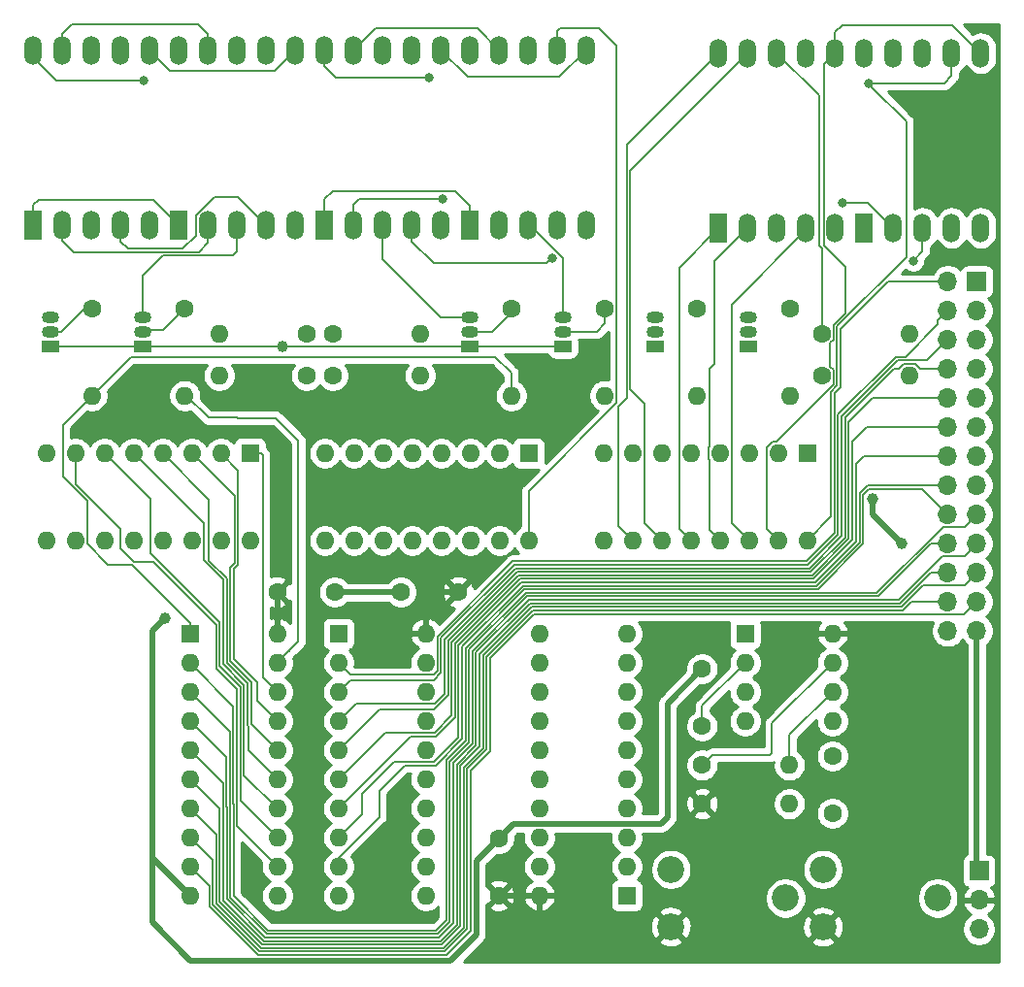
<source format=gtl>
G04 #@! TF.GenerationSoftware,KiCad,Pcbnew,(5.1.9)-1*
G04 #@! TF.CreationDate,2023-06-01T16:11:40+01:00*
G04 #@! TF.ProjectId,AT65C02_HEX_rev003,41543635-4330-4325-9f48-45585f726576,Rev003*
G04 #@! TF.SameCoordinates,Original*
G04 #@! TF.FileFunction,Copper,L1,Top*
G04 #@! TF.FilePolarity,Positive*
%FSLAX46Y46*%
G04 Gerber Fmt 4.6, Leading zero omitted, Abs format (unit mm)*
G04 Created by KiCad (PCBNEW (5.1.9)-1) date 2023-06-01 16:11:40*
%MOMM*%
%LPD*%
G01*
G04 APERTURE LIST*
G04 #@! TA.AperFunction,ComponentPad*
%ADD10C,1.600000*%
G04 #@! TD*
G04 #@! TA.AperFunction,ComponentPad*
%ADD11O,1.524000X2.524000*%
G04 #@! TD*
G04 #@! TA.AperFunction,ComponentPad*
%ADD12R,1.524000X2.524000*%
G04 #@! TD*
G04 #@! TA.AperFunction,ComponentPad*
%ADD13R,1.500000X1.050000*%
G04 #@! TD*
G04 #@! TA.AperFunction,ComponentPad*
%ADD14O,1.500000X1.050000*%
G04 #@! TD*
G04 #@! TA.AperFunction,ComponentPad*
%ADD15O,1.600000X1.600000*%
G04 #@! TD*
G04 #@! TA.AperFunction,ComponentPad*
%ADD16R,1.600000X1.600000*%
G04 #@! TD*
G04 #@! TA.AperFunction,ComponentPad*
%ADD17C,2.340000*%
G04 #@! TD*
G04 #@! TA.AperFunction,ComponentPad*
%ADD18O,1.700000X1.700000*%
G04 #@! TD*
G04 #@! TA.AperFunction,ComponentPad*
%ADD19R,1.700000X1.700000*%
G04 #@! TD*
G04 #@! TA.AperFunction,ViaPad*
%ADD20C,1.000000*%
G04 #@! TD*
G04 #@! TA.AperFunction,ViaPad*
%ADD21C,0.800000*%
G04 #@! TD*
G04 #@! TA.AperFunction,Conductor*
%ADD22C,0.152400*%
G04 #@! TD*
G04 #@! TA.AperFunction,Conductor*
%ADD23C,0.508000*%
G04 #@! TD*
G04 #@! TA.AperFunction,Conductor*
%ADD24C,0.254000*%
G04 #@! TD*
G04 #@! TA.AperFunction,Conductor*
%ADD25C,0.100000*%
G04 #@! TD*
G04 APERTURE END LIST*
D10*
X169015000Y-87050000D03*
X174015000Y-87050000D03*
X158242000Y-87050000D03*
X163242000Y-87050000D03*
X177565000Y-108525000D03*
X177565000Y-113525000D03*
D11*
X209438000Y-40042000D03*
X211978000Y-40042000D03*
X214518000Y-40042000D03*
X217058000Y-40042000D03*
X219598000Y-40042000D03*
X219598000Y-55282000D03*
X217058000Y-55282000D03*
X214518000Y-55282000D03*
X211978000Y-55282000D03*
D12*
X209438000Y-55282000D03*
D10*
X195290000Y-98750000D03*
X195290000Y-93750000D03*
D13*
X175006000Y-65620000D03*
D14*
X175006000Y-63080000D03*
X175006000Y-64350000D03*
X183166000Y-64350000D03*
X183166000Y-63080000D03*
D13*
X183166000Y-65620000D03*
D15*
X202910000Y-105525000D03*
D10*
X195290000Y-105525000D03*
X195290000Y-102150000D03*
D15*
X202910000Y-102150000D03*
D10*
X186806000Y-62290000D03*
D15*
X186806000Y-69910000D03*
X153162000Y-64520000D03*
D10*
X160782000Y-64520000D03*
D16*
X188722000Y-113538000D03*
D15*
X181102000Y-90678000D03*
X188722000Y-110998000D03*
X181102000Y-93218000D03*
X188722000Y-108458000D03*
X181102000Y-95758000D03*
X188722000Y-105918000D03*
X181102000Y-98298000D03*
X188722000Y-103378000D03*
X181102000Y-100838000D03*
X188722000Y-100838000D03*
X181102000Y-103378000D03*
X188722000Y-98298000D03*
X181102000Y-105918000D03*
X188722000Y-95758000D03*
X181102000Y-108458000D03*
X188722000Y-93218000D03*
X181102000Y-110998000D03*
X188722000Y-90678000D03*
X181102000Y-113538000D03*
D16*
X199040000Y-90678000D03*
D15*
X206660000Y-98298000D03*
X199040000Y-93218000D03*
X206660000Y-95758000D03*
X199040000Y-95758000D03*
X206660000Y-93218000D03*
X199040000Y-98298000D03*
X206660000Y-90678000D03*
D13*
X138424000Y-65620000D03*
D14*
X138424000Y-63080000D03*
X138424000Y-64350000D03*
X146529333Y-64350000D03*
X146529333Y-63080000D03*
D13*
X146529333Y-65620000D03*
D14*
X191210666Y-64350000D03*
X191210666Y-63080000D03*
D13*
X191210666Y-65620000D03*
X199316000Y-65620000D03*
D14*
X199316000Y-63080000D03*
X199316000Y-64350000D03*
D10*
X160782000Y-68160000D03*
D15*
X153162000Y-68160000D03*
D10*
X142064000Y-62290000D03*
D15*
X142064000Y-69910000D03*
X150169333Y-69910000D03*
D10*
X150169333Y-62290000D03*
D15*
X213360000Y-64520000D03*
D10*
X205740000Y-64520000D03*
D16*
X204470000Y-74930000D03*
D15*
X186690000Y-82550000D03*
X201930000Y-74930000D03*
X189230000Y-82550000D03*
X199390000Y-74930000D03*
X191770000Y-82550000D03*
X196850000Y-74930000D03*
X194310000Y-82550000D03*
X194310000Y-74930000D03*
X196850000Y-82550000D03*
X191770000Y-74930000D03*
X199390000Y-82550000D03*
X189230000Y-74930000D03*
X201930000Y-82550000D03*
X186690000Y-74930000D03*
X204470000Y-82550000D03*
X180167000Y-82550000D03*
X162387000Y-74930000D03*
X177627000Y-82550000D03*
X164927000Y-74930000D03*
X175087000Y-82550000D03*
X167467000Y-74930000D03*
X172547000Y-82550000D03*
X170007000Y-74930000D03*
X170007000Y-82550000D03*
X172547000Y-74930000D03*
X167467000Y-82550000D03*
X175087000Y-74930000D03*
X164927000Y-82550000D03*
X177627000Y-74930000D03*
X162387000Y-82550000D03*
D16*
X180167000Y-74930000D03*
D15*
X170688000Y-68160000D03*
D10*
X163068000Y-68160000D03*
D15*
X170688000Y-64520000D03*
D10*
X163068000Y-64520000D03*
D15*
X178646000Y-69910000D03*
D10*
X178646000Y-62290000D03*
X205740000Y-68160000D03*
D15*
X213360000Y-68160000D03*
D10*
X194850666Y-62290000D03*
D15*
X194850666Y-69910000D03*
D10*
X202956000Y-62290000D03*
D15*
X202956000Y-69910000D03*
D16*
X155864000Y-74930000D03*
D15*
X138084000Y-82550000D03*
X153324000Y-74930000D03*
X140624000Y-82550000D03*
X150784000Y-74930000D03*
X143164000Y-82550000D03*
X148244000Y-74930000D03*
X145704000Y-82550000D03*
X145704000Y-74930000D03*
X148244000Y-82550000D03*
X143164000Y-74930000D03*
X150784000Y-82550000D03*
X140624000Y-74930000D03*
X153324000Y-82550000D03*
X138084000Y-74930000D03*
X155864000Y-82550000D03*
D16*
X163576000Y-90678000D03*
D15*
X171196000Y-113538000D03*
X163576000Y-93218000D03*
X171196000Y-110998000D03*
X163576000Y-95758000D03*
X171196000Y-108458000D03*
X163576000Y-98298000D03*
X171196000Y-105918000D03*
X163576000Y-100838000D03*
X171196000Y-103378000D03*
X163576000Y-103378000D03*
X171196000Y-100838000D03*
X163576000Y-105918000D03*
X171196000Y-98298000D03*
X163576000Y-108458000D03*
X171196000Y-95758000D03*
X163576000Y-110998000D03*
X171196000Y-93218000D03*
X163576000Y-113538000D03*
X171196000Y-90678000D03*
X158242000Y-90678000D03*
X150622000Y-113538000D03*
X158242000Y-93218000D03*
X150622000Y-110998000D03*
X158242000Y-95758000D03*
X150622000Y-108458000D03*
X158242000Y-98298000D03*
X150622000Y-105918000D03*
X158242000Y-100838000D03*
X150622000Y-103378000D03*
X158242000Y-103378000D03*
X150622000Y-100838000D03*
X158242000Y-105918000D03*
X150622000Y-98298000D03*
X158242000Y-108458000D03*
X150622000Y-95758000D03*
X158242000Y-110998000D03*
X150622000Y-93218000D03*
X158242000Y-113538000D03*
D16*
X150622000Y-90678000D03*
D12*
X136940000Y-55028000D03*
D11*
X139480000Y-55028000D03*
X142020000Y-55028000D03*
X144560000Y-55028000D03*
X147100000Y-55028000D03*
X147100000Y-39788000D03*
X144560000Y-39788000D03*
X142020000Y-39788000D03*
X139480000Y-39788000D03*
X136940000Y-39788000D03*
X149640000Y-39788000D03*
X152180000Y-39788000D03*
X154720000Y-39788000D03*
X157260000Y-39788000D03*
X159800000Y-39788000D03*
X159800000Y-55028000D03*
X157260000Y-55028000D03*
X154720000Y-55028000D03*
X152180000Y-55028000D03*
D12*
X149640000Y-55028000D03*
X162340000Y-55028000D03*
D11*
X164880000Y-55028000D03*
X167420000Y-55028000D03*
X169960000Y-55028000D03*
X172500000Y-55028000D03*
X172500000Y-39788000D03*
X169960000Y-39788000D03*
X167420000Y-39788000D03*
X164880000Y-39788000D03*
X162340000Y-39788000D03*
X175040000Y-39788000D03*
X177580000Y-39788000D03*
X180120000Y-39788000D03*
X182660000Y-39788000D03*
X185200000Y-39788000D03*
X185200000Y-55028000D03*
X182660000Y-55028000D03*
X180120000Y-55028000D03*
X177580000Y-55028000D03*
D12*
X175040000Y-55028000D03*
X196738000Y-55282000D03*
D11*
X199278000Y-55282000D03*
X201818000Y-55282000D03*
X204358000Y-55282000D03*
X206898000Y-55282000D03*
X206898000Y-40042000D03*
X204358000Y-40042000D03*
X201818000Y-40042000D03*
X199278000Y-40042000D03*
X196738000Y-40042000D03*
D10*
X206660000Y-101350000D03*
X206660000Y-106350000D03*
D17*
X192565000Y-116250000D03*
X202565000Y-113750000D03*
X192565000Y-111250000D03*
X205840000Y-111250000D03*
X215840000Y-113750000D03*
X205840000Y-116250000D03*
D18*
X219440000Y-116455000D03*
X219440000Y-113915000D03*
D19*
X219440000Y-111375000D03*
X219260000Y-59950000D03*
D18*
X216720000Y-59950000D03*
X219260000Y-62490000D03*
X216720000Y-62490000D03*
X219260000Y-65030000D03*
X216720000Y-65030000D03*
X219260000Y-67570000D03*
X216720000Y-67570000D03*
X219260000Y-70110000D03*
X216720000Y-70110000D03*
X219260000Y-72650000D03*
X216720000Y-72650000D03*
X219260000Y-75190000D03*
X216720000Y-75190000D03*
X219260000Y-77730000D03*
X216720000Y-77730000D03*
X219260000Y-80270000D03*
X216720000Y-80270000D03*
X219260000Y-82810000D03*
X216720000Y-82810000D03*
X219260000Y-85350000D03*
X216720000Y-85350000D03*
X219260000Y-87890000D03*
X216720000Y-87890000D03*
X219260000Y-90430000D03*
X216720000Y-90430000D03*
D20*
X148415000Y-89325000D03*
X210140000Y-78925000D03*
X212715000Y-82850000D03*
D21*
X213718553Y-58149944D03*
X207518000Y-53086000D03*
X209804000Y-42672000D03*
X182198610Y-57882789D03*
X172630000Y-52750000D03*
X171466000Y-42164000D03*
X146558000Y-42418000D03*
D20*
X158720000Y-65620000D03*
D22*
X202910000Y-99508000D02*
X206660000Y-95758000D01*
X202910000Y-102150000D02*
X202910000Y-99508000D01*
X195290000Y-96968000D02*
X199040000Y-93218000D01*
X195290000Y-98750000D02*
X195290000Y-96968000D01*
D23*
X148415000Y-89325000D02*
X148415000Y-89325000D01*
X163242000Y-87050000D02*
X169015000Y-87050000D01*
X191713875Y-107251599D02*
X178838401Y-107251599D01*
X192265000Y-106700474D02*
X191713875Y-107251599D01*
X178838401Y-107251599D02*
X177565000Y-108525000D01*
X192265000Y-96775000D02*
X192265000Y-106700474D01*
X195290000Y-93750000D02*
X192265000Y-96775000D01*
X213190000Y-67990000D02*
X213360000Y-68160000D01*
X213360000Y-64520000D02*
X213190000Y-64690000D01*
X210140000Y-80275000D02*
X212715000Y-82850000D01*
X210140000Y-78925000D02*
X210140000Y-80275000D01*
X147340000Y-90400000D02*
X148415000Y-89325000D01*
X147340000Y-109500000D02*
X147340000Y-90400000D01*
X147340000Y-110256000D02*
X147340000Y-109500000D01*
X150622000Y-113538000D02*
X147340000Y-110256000D01*
X147340000Y-111300000D02*
X147340000Y-109500000D01*
X147340000Y-115850000D02*
X147340000Y-111300000D01*
X150681287Y-119191287D02*
X147340000Y-115850000D01*
X173373713Y-119191287D02*
X150681287Y-119191287D01*
X175590000Y-116975000D02*
X173373713Y-119191287D01*
X175590000Y-110500000D02*
X175590000Y-116975000D01*
X177565000Y-108525000D02*
X175590000Y-110500000D01*
X174015000Y-87050000D02*
X172140000Y-87050000D01*
X171196000Y-87994000D02*
X171196000Y-90678000D01*
X172140000Y-87050000D02*
X171196000Y-87994000D01*
X158242000Y-87050000D02*
X158242000Y-90678000D01*
X181089000Y-113525000D02*
X181102000Y-113538000D01*
X177565000Y-113525000D02*
X181089000Y-113525000D01*
X210218000Y-90678000D02*
X206660000Y-90678000D01*
X213766401Y-94226401D02*
X210218000Y-90678000D01*
D22*
X172490000Y-63080000D02*
X175006000Y-63080000D01*
X167420000Y-58010000D02*
X172490000Y-63080000D01*
X167420000Y-55028000D02*
X167420000Y-58010000D01*
X176950000Y-64350000D02*
X175006000Y-64350000D01*
X178646000Y-62654000D02*
X176950000Y-64350000D01*
X178646000Y-62290000D02*
X178646000Y-62654000D01*
X183166000Y-64350000D02*
X186090000Y-64350000D01*
X186806000Y-63634000D02*
X186806000Y-62290000D01*
X186090000Y-64350000D02*
X186806000Y-63634000D01*
X180274153Y-55028000D02*
X180120000Y-55028000D01*
X183166000Y-57919847D02*
X180274153Y-55028000D01*
X183166000Y-63080000D02*
X183166000Y-57919847D01*
X206660000Y-93218000D02*
X201390000Y-98488000D01*
X201390000Y-98488000D02*
X201390000Y-101075000D01*
X201390000Y-101075000D02*
X201215000Y-101250000D01*
X196190000Y-101250000D02*
X195290000Y-102150000D01*
X201215000Y-101250000D02*
X196190000Y-101250000D01*
X178646000Y-67936000D02*
X178646000Y-69910000D01*
X177235000Y-66525000D02*
X178646000Y-67936000D01*
X145449000Y-66525000D02*
X177235000Y-66525000D01*
X142064000Y-69910000D02*
X145449000Y-66525000D01*
X139515000Y-72459000D02*
X142064000Y-69910000D01*
X141665000Y-82850000D02*
X141665000Y-79104396D01*
X143490000Y-84675000D02*
X141665000Y-82850000D01*
X145523934Y-84675000D02*
X143490000Y-84675000D01*
X150622000Y-89773066D02*
X145523934Y-84675000D01*
X139515000Y-76954396D02*
X139515000Y-72459000D01*
X141665000Y-79104396D02*
X139515000Y-76954396D01*
X150622000Y-90678000D02*
X150622000Y-89773066D01*
X141418000Y-62290000D02*
X142064000Y-62290000D01*
X139358000Y-64350000D02*
X141418000Y-62290000D01*
X138424000Y-64350000D02*
X139358000Y-64350000D01*
X148289333Y-64170000D02*
X150169333Y-62290000D01*
X146709333Y-64170000D02*
X148289333Y-64170000D01*
X146529333Y-64350000D02*
X146709333Y-64170000D01*
X154720000Y-57370000D02*
X154720000Y-55028000D01*
X154381190Y-57708810D02*
X154720000Y-57370000D01*
X148285190Y-57708810D02*
X154381190Y-57708810D01*
X146529333Y-59464667D02*
X148285190Y-57708810D01*
X146529333Y-63080000D02*
X146529333Y-59464667D01*
X214518000Y-55282000D02*
X214518000Y-57350497D01*
X214518000Y-57350497D02*
X213718553Y-58149944D01*
X188722000Y-70124066D02*
X188722000Y-48058000D01*
X189230000Y-82550000D02*
X187960000Y-81280000D01*
X187960000Y-81280000D02*
X187960000Y-70886066D01*
X187960000Y-70886066D02*
X188722000Y-70124066D01*
X188722000Y-48058000D02*
X196738000Y-40042000D01*
X190258601Y-70624601D02*
X189026810Y-69392810D01*
X190258601Y-81038601D02*
X190258601Y-70624601D01*
X191770000Y-82550000D02*
X190258601Y-81038601D01*
X189026810Y-50293190D02*
X199278000Y-40042000D01*
X189026810Y-69392810D02*
X189026810Y-50293190D01*
X193281399Y-58738601D02*
X196738000Y-55282000D01*
X194310000Y-82550000D02*
X193281399Y-81521399D01*
X193281399Y-58738601D02*
X193281399Y-81521399D01*
X209782000Y-53086000D02*
X211978000Y-55282000D01*
X207518000Y-53086000D02*
X209782000Y-53086000D01*
X196342000Y-58218000D02*
X199278000Y-55282000D01*
X196342000Y-67190996D02*
X196342000Y-58218000D01*
X195940000Y-67592996D02*
X196342000Y-67190996D01*
X195940000Y-74317670D02*
X195940000Y-67592996D01*
X195821399Y-74436271D02*
X195940000Y-74317670D01*
X195821399Y-75423729D02*
X195821399Y-74436271D01*
X195940000Y-75542330D02*
X195821399Y-75423729D01*
X195940000Y-81640000D02*
X195940000Y-75542330D01*
X196850000Y-82550000D02*
X195940000Y-81640000D01*
X204358000Y-55484000D02*
X204358000Y-55282000D01*
X197866000Y-61976000D02*
X204358000Y-55484000D01*
X197866000Y-74423670D02*
X197866000Y-61976000D01*
X197878601Y-74436271D02*
X197866000Y-74423670D01*
X197878601Y-75423729D02*
X197878601Y-74436271D01*
X197866000Y-75436330D02*
X197878601Y-75423729D01*
X197866000Y-81026000D02*
X197866000Y-75436330D01*
X199390000Y-82550000D02*
X197866000Y-81026000D01*
X206898000Y-40042000D02*
X206898000Y-38212000D01*
X206898000Y-38212000D02*
X207518000Y-37592000D01*
X217148000Y-37592000D02*
X219598000Y-40042000D01*
X207518000Y-37592000D02*
X217148000Y-37592000D01*
X205907390Y-56809391D02*
X205907390Y-41032610D01*
X207772000Y-58674001D02*
X205907390Y-56809391D01*
X206768601Y-65013729D02*
X206768601Y-63738499D01*
X206480378Y-65301952D02*
X206768601Y-65013729D01*
X206480378Y-67378048D02*
X206480378Y-65301952D01*
X206768601Y-68921399D02*
X206768601Y-67666271D01*
X201436271Y-73901399D02*
X201788601Y-73901399D01*
X200901399Y-74436271D02*
X201436271Y-73901399D01*
X205907390Y-41032610D02*
X206898000Y-40042000D01*
X206768601Y-63738499D02*
X207772000Y-62735100D01*
X201930000Y-82550000D02*
X200901399Y-81521399D01*
X206768601Y-67666271D02*
X206480378Y-67378048D01*
X200901399Y-81521399D02*
X200901399Y-74436271D01*
X207772000Y-62735100D02*
X207772000Y-58674001D01*
X201788601Y-73901399D02*
X206768601Y-68921399D01*
X209804000Y-42672000D02*
X216408000Y-42672000D01*
X217058000Y-42022000D02*
X217058000Y-40042000D01*
X216408000Y-42672000D02*
X217058000Y-42022000D01*
X204470000Y-82550000D02*
X206540945Y-80479055D01*
X207073412Y-63864755D02*
X213106000Y-57832167D01*
X213106000Y-45974000D02*
X210203999Y-43071999D01*
X213106000Y-57832167D02*
X213106000Y-45974000D01*
X207073412Y-69047655D02*
X207073412Y-63864755D01*
X206540945Y-69580122D02*
X207073412Y-69047655D01*
X210203999Y-43071999D02*
X209804000Y-42672000D01*
X206540945Y-80479055D02*
X206540945Y-69580122D01*
X211515000Y-59950000D02*
X215517919Y-59950000D01*
X164608000Y-94250000D02*
X171915000Y-94250000D01*
X178789985Y-84375000D02*
X204372532Y-84375000D01*
X207378223Y-69173911D02*
X207378223Y-64086777D01*
X172224601Y-90940384D02*
X178789985Y-84375000D01*
X215517919Y-59950000D02*
X216720000Y-59950000D01*
X172224601Y-93940399D02*
X172224601Y-90940384D01*
X171915000Y-94250000D02*
X172224601Y-93940399D01*
X207378223Y-64086777D02*
X211515000Y-59950000D01*
X204372532Y-84375000D02*
X206845756Y-81901776D01*
X206845756Y-69706378D02*
X207378223Y-69173911D01*
X163576000Y-93218000D02*
X164608000Y-94250000D01*
X206845756Y-81901776D02*
X206845756Y-69706378D01*
X172529412Y-91066640D02*
X178916241Y-84679811D01*
X215870001Y-63339999D02*
X216720000Y-62490000D01*
X163576000Y-95758000D02*
X164604601Y-94729399D01*
X172529412Y-94066655D02*
X172529412Y-91066640D01*
X207150567Y-71577299D02*
X212206089Y-66521777D01*
X178916241Y-84679811D02*
X204498788Y-84679811D01*
X212206089Y-66521777D02*
X213012156Y-66521777D01*
X213012156Y-66521777D02*
X215870001Y-63663932D01*
X215870001Y-63663932D02*
X215870001Y-63339999D01*
X164604601Y-94729399D02*
X171866668Y-94729399D01*
X171866668Y-94729399D02*
X172529412Y-94066655D01*
X204498788Y-84679811D02*
X207150567Y-82028032D01*
X207150567Y-82028032D02*
X207150567Y-71577299D01*
X179042497Y-84984622D02*
X172834223Y-91192896D01*
X165087399Y-96786601D02*
X163576000Y-98298000D01*
X204625044Y-84984622D02*
X179042497Y-84984622D01*
X172834223Y-95897775D02*
X171945397Y-96786601D01*
X207455378Y-82154288D02*
X204625044Y-84984622D01*
X172834223Y-91192896D02*
X172834223Y-95897775D01*
X171945397Y-96786601D02*
X165087399Y-96786601D01*
X207455378Y-71703555D02*
X207455378Y-82154288D01*
X214923412Y-66826588D02*
X212332345Y-66826588D01*
X216720000Y-65030000D02*
X214923412Y-66826588D01*
X212332345Y-66826588D02*
X207455378Y-71703555D01*
X167144601Y-97269399D02*
X163576000Y-100838000D01*
X171893666Y-97269399D02*
X167144601Y-97269399D01*
X173139034Y-96024031D02*
X171893666Y-97269399D01*
X179168753Y-85289433D02*
X173139034Y-91319152D01*
X204751300Y-85289433D02*
X179168753Y-85289433D01*
X207760189Y-71829811D02*
X207760189Y-82280544D01*
X212020000Y-67570000D02*
X207760189Y-71829811D01*
X207760189Y-82280544D02*
X204751300Y-85289433D01*
X212427670Y-67570000D02*
X212020000Y-67570000D01*
X173139034Y-91319152D02*
X173139034Y-96024031D01*
X216720000Y-67570000D02*
X214292330Y-67570000D01*
X214292330Y-67570000D02*
X213853729Y-67131399D01*
X213853729Y-67131399D02*
X212866271Y-67131399D01*
X212866271Y-67131399D02*
X212427670Y-67570000D01*
X171945399Y-99326601D02*
X167627399Y-99326601D01*
X173443845Y-97828155D02*
X171945399Y-99326601D01*
X179295009Y-85594244D02*
X173443845Y-91445408D01*
X204877556Y-85594244D02*
X179295009Y-85594244D01*
X208065000Y-82406800D02*
X204877556Y-85594244D01*
X167627399Y-99326601D02*
X163576000Y-103378000D01*
X208065000Y-72250000D02*
X208065000Y-82406800D01*
X173443845Y-91445408D02*
X173443845Y-97828155D01*
X210205000Y-70110000D02*
X208065000Y-72250000D01*
X216720000Y-70110000D02*
X210205000Y-70110000D01*
X172071655Y-99631412D02*
X169862588Y-99631412D01*
X173748656Y-97954411D02*
X172071655Y-99631412D01*
X169862588Y-99631412D02*
X163576000Y-105918000D01*
X173748656Y-91571664D02*
X173748656Y-97954411D01*
X179421265Y-85899055D02*
X173748656Y-91571664D01*
X205003812Y-85899055D02*
X179421265Y-85899055D01*
X208390000Y-82512867D02*
X205003812Y-85899055D01*
X209665000Y-72650000D02*
X208390000Y-73925000D01*
X208390000Y-73925000D02*
X208390000Y-82512867D01*
X216720000Y-72650000D02*
X209665000Y-72650000D01*
X165608000Y-106426000D02*
X163576000Y-108458000D01*
X168389399Y-101866601D02*
X165608000Y-104648000D01*
X171936266Y-101866601D02*
X168389399Y-101866601D01*
X174053467Y-91697920D02*
X174053467Y-99749400D01*
X174053467Y-99749400D02*
X171936266Y-101866601D01*
X179547521Y-86203866D02*
X174053467Y-91697920D01*
X205130068Y-86203866D02*
X179547521Y-86203866D01*
X165608000Y-104648000D02*
X165608000Y-106426000D01*
X216720000Y-75190000D02*
X216705000Y-75175000D01*
X205130068Y-86203866D02*
X208694810Y-82639123D01*
X208694810Y-82639123D02*
X208694810Y-75895190D01*
X208694810Y-75895190D02*
X209390000Y-75200000D01*
X216710000Y-75200000D02*
X216720000Y-75190000D01*
X209390000Y-75200000D02*
X216710000Y-75200000D01*
X209735000Y-77730000D02*
X216720000Y-77730000D01*
X205256323Y-86508677D02*
X209040000Y-82725000D01*
X179673777Y-86508677D02*
X205256323Y-86508677D01*
X174358278Y-91824176D02*
X179673777Y-86508677D01*
X174358278Y-99875656D02*
X174358278Y-91824176D01*
X172062522Y-102171412D02*
X174358278Y-99875656D01*
X209040000Y-82725000D02*
X209040000Y-78425000D01*
X169354588Y-102171412D02*
X172062522Y-102171412D01*
X209040000Y-78425000D02*
X209735000Y-77730000D01*
X167132000Y-104394000D02*
X169354588Y-102171412D01*
X167132000Y-106680000D02*
X167132000Y-104394000D01*
X163576000Y-110236000D02*
X167132000Y-106680000D01*
X154432000Y-105510134D02*
X154410378Y-105488512D01*
X172090001Y-116574999D02*
X157438461Y-116574999D01*
X214525000Y-78075000D02*
X209821066Y-78075000D01*
X154432000Y-113568538D02*
X154432000Y-105510134D01*
X209821066Y-78075000D02*
X209344810Y-78551256D01*
X209344809Y-82851257D02*
X205382578Y-86813488D01*
X154410378Y-97006378D02*
X150622000Y-93218000D01*
X209344810Y-78551256D02*
X209344809Y-82851257D01*
X216720000Y-80270000D02*
X214525000Y-78075000D01*
X205382578Y-86813488D02*
X179800033Y-86813488D01*
X174663089Y-100026911D02*
X172981323Y-101708677D01*
X172973712Y-109416304D02*
X172973712Y-115691288D01*
X179800033Y-86813488D02*
X174663089Y-91950432D01*
X157438461Y-116574999D02*
X154432000Y-113568538D01*
X172981323Y-109408693D02*
X172973712Y-109416304D01*
X174663089Y-91950432D02*
X174663089Y-100026911D01*
X154410378Y-105488512D02*
X154410378Y-97006378D01*
X172973712Y-115691288D02*
X172090001Y-116574999D01*
X172981323Y-101708677D02*
X172981323Y-109408693D01*
X150622000Y-95758000D02*
X154105567Y-99241567D01*
X154105567Y-99241567D02*
X154105567Y-105614768D01*
X154127189Y-105636390D02*
X154127189Y-113694794D01*
X154105567Y-105614768D02*
X154127189Y-105636390D01*
X157312205Y-116879810D02*
X172216257Y-116879810D01*
X172216257Y-116879810D02*
X173278523Y-115817544D01*
X173278523Y-115817544D02*
X173278523Y-109542560D01*
X173278523Y-109542560D02*
X173286134Y-109534949D01*
X218181399Y-81348601D02*
X219260000Y-80270000D01*
X173286134Y-101834933D02*
X174967900Y-100153167D01*
X174967900Y-92076688D02*
X179926289Y-87118299D01*
X174967900Y-100153167D02*
X174967900Y-92076688D01*
X210540635Y-87118299D02*
X216310333Y-81348601D01*
X179926289Y-87118299D02*
X210540635Y-87118299D01*
X173286134Y-109534949D02*
X173286134Y-101834933D01*
X216310333Y-81348601D02*
X218181399Y-81348601D01*
X154127189Y-113694794D02*
X157312205Y-116879810D01*
X153800756Y-101476756D02*
X150622000Y-98298000D01*
X153800756Y-105741024D02*
X153800756Y-101476756D01*
X153822378Y-105762646D02*
X153800756Y-105741024D01*
X153822378Y-113821050D02*
X153822378Y-105762646D01*
X157185949Y-117184621D02*
X153822378Y-113821050D01*
X173583334Y-109668816D02*
X173583334Y-115943800D01*
X216720000Y-82810000D02*
X216705000Y-82825000D01*
X216705000Y-82825000D02*
X215265000Y-82825000D01*
X173590945Y-109661205D02*
X173583334Y-109668816D01*
X215265000Y-82825000D02*
X210666890Y-87423110D01*
X210666890Y-87423110D02*
X180052545Y-87423110D01*
X180052545Y-87423110D02*
X175272711Y-92202944D01*
X175272711Y-92202944D02*
X175272711Y-100279423D01*
X175272711Y-100279423D02*
X173590945Y-101961189D01*
X173590945Y-101961189D02*
X173590945Y-109661205D01*
X173583334Y-115943800D02*
X172342513Y-117184621D01*
X172342513Y-117184621D02*
X157185949Y-117184621D01*
X216255136Y-83888601D02*
X212415816Y-87727921D01*
X212415816Y-87727921D02*
X180178801Y-87727921D01*
X175577522Y-92329200D02*
X175577522Y-100405679D01*
X173895756Y-102087445D02*
X173895756Y-109787461D01*
X173888145Y-109795072D02*
X173888145Y-116070056D01*
X153517567Y-105888902D02*
X153495945Y-105867280D01*
X153495945Y-105867280D02*
X153495945Y-103711945D01*
X153495945Y-103711945D02*
X150622000Y-100838000D01*
X157059693Y-117489432D02*
X153517567Y-113947306D01*
X175577522Y-100405679D02*
X173895756Y-102087445D01*
X173888145Y-116070056D02*
X172468769Y-117489432D01*
X153517567Y-113947306D02*
X153517567Y-105888902D01*
X218181399Y-83888601D02*
X216255136Y-83888601D01*
X219260000Y-82810000D02*
X218181399Y-83888601D01*
X173895756Y-109787461D02*
X173888145Y-109795072D01*
X172468769Y-117489432D02*
X157059693Y-117489432D01*
X180178801Y-87727921D02*
X175577522Y-92329200D01*
X153191134Y-105993536D02*
X153212756Y-106015158D01*
X212542072Y-88032732D02*
X215224804Y-85350000D01*
X180305057Y-88032732D02*
X212542072Y-88032732D01*
X175882333Y-92455456D02*
X180305057Y-88032732D01*
X172595025Y-117794243D02*
X174192956Y-116196312D01*
X153212756Y-114073562D02*
X156933437Y-117794243D01*
X215224804Y-85350000D02*
X216720000Y-85350000D01*
X150622000Y-103378000D02*
X153191134Y-105947134D01*
X175882333Y-100531935D02*
X175882333Y-92455456D01*
X174192956Y-109921328D02*
X174200567Y-109913717D01*
X156933437Y-117794243D02*
X172595025Y-117794243D01*
X174200567Y-102213701D02*
X175882333Y-100531935D01*
X153212756Y-106015158D02*
X153212756Y-114073562D01*
X174192956Y-116196312D02*
X174192956Y-109921328D01*
X174200567Y-109913717D02*
X174200567Y-102213701D01*
X153191134Y-105947134D02*
X153191134Y-105993536D01*
X156807181Y-118099054D02*
X152907945Y-114199818D01*
X212668328Y-88337543D02*
X180431313Y-88337543D01*
X152907945Y-114199818D02*
X152907945Y-108203945D01*
X218181399Y-86428601D02*
X214577270Y-86428601D01*
X219260000Y-85350000D02*
X218181399Y-86428601D01*
X172721281Y-118099054D02*
X156807181Y-118099054D01*
X174497767Y-110047584D02*
X174497767Y-116322568D01*
X180431313Y-88337543D02*
X176187144Y-92581712D01*
X176187144Y-100658191D02*
X174505378Y-102339957D01*
X174505378Y-102339957D02*
X174505378Y-110039973D01*
X176187144Y-92581712D02*
X176187144Y-100658191D01*
X214577270Y-86428601D02*
X212668328Y-88337543D01*
X174505378Y-110039973D02*
X174497767Y-110047584D01*
X174497767Y-116322568D02*
X172721281Y-118099054D01*
X152907945Y-108203945D02*
X150622000Y-105918000D01*
X174802578Y-110173840D02*
X174802578Y-116448824D01*
X174802578Y-116448824D02*
X172847537Y-118403865D01*
X174810189Y-110166229D02*
X174802578Y-110173840D01*
X176491955Y-92707968D02*
X176491955Y-100784447D01*
X180557569Y-88642354D02*
X176491955Y-92707968D01*
X216720000Y-87890000D02*
X213546938Y-87890000D01*
X213546938Y-87890000D02*
X212794584Y-88642354D01*
X156680925Y-118403865D02*
X152603134Y-114326074D01*
X152603134Y-110439134D02*
X150622000Y-108458000D01*
X172847537Y-118403865D02*
X156680925Y-118403865D01*
X174810189Y-102466213D02*
X174810189Y-110166229D01*
X212794584Y-88642354D02*
X180557569Y-88642354D01*
X176491955Y-100784447D02*
X174810189Y-102466213D01*
X152603134Y-114326074D02*
X152603134Y-110439134D01*
X218150000Y-89000000D02*
X218410001Y-88739999D01*
X218410001Y-88739999D02*
X219260000Y-87890000D01*
X175115000Y-110292485D02*
X175115000Y-102592469D01*
X175107389Y-116575080D02*
X175107389Y-110300096D01*
X172973793Y-118708676D02*
X175107389Y-116575080D01*
X176796766Y-92834224D02*
X180630990Y-89000000D01*
X152298323Y-112674323D02*
X152298323Y-114452330D01*
X152298323Y-114452330D02*
X156554669Y-118708676D01*
X156554669Y-118708676D02*
X172973793Y-118708676D01*
X176796766Y-100910703D02*
X176796766Y-92834224D01*
X175107389Y-110300096D02*
X175115000Y-110292485D01*
X150622000Y-110998000D02*
X152298323Y-112674323D01*
X175115000Y-102592469D02*
X176796766Y-100910703D01*
X180630990Y-89000000D02*
X218150000Y-89000000D01*
X205486000Y-43710000D02*
X201818000Y-40042000D01*
X205486000Y-56819067D02*
X205486000Y-43710000D01*
X205740000Y-57073067D02*
X205486000Y-56819067D01*
X205740000Y-64520000D02*
X205740000Y-57073067D01*
X186320000Y-37860000D02*
X182890000Y-37860000D01*
X187834601Y-39374601D02*
X186320000Y-37860000D01*
X180167000Y-78248000D02*
X187834601Y-70580399D01*
X182890000Y-37860000D02*
X182660000Y-38090000D01*
X187834601Y-70580399D02*
X187834601Y-39374601D01*
X180167000Y-82550000D02*
X180167000Y-78248000D01*
X182660000Y-38090000D02*
X182660000Y-39788000D01*
X172500000Y-39788000D02*
X174842000Y-42130000D01*
X182858000Y-42130000D02*
X185200000Y-39788000D01*
X174842000Y-42130000D02*
X182858000Y-42130000D01*
X181724507Y-58356892D02*
X182198610Y-57882789D01*
X171874492Y-58356892D02*
X181724507Y-58356892D01*
X169960000Y-56442400D02*
X171874492Y-58356892D01*
X169960000Y-55028000D02*
X169960000Y-56442400D01*
X164880000Y-55028000D02*
X164880000Y-53250000D01*
X164880000Y-53250000D02*
X165380000Y-52750000D01*
X165380000Y-52750000D02*
X172630000Y-52750000D01*
X172630000Y-52750000D02*
X172630000Y-52750000D01*
X162340000Y-55028000D02*
X162340000Y-52798000D01*
X162340000Y-52798000D02*
X163068000Y-52070000D01*
X163068000Y-52070000D02*
X173736000Y-52070000D01*
X175040000Y-53374000D02*
X175040000Y-55028000D01*
X173736000Y-52070000D02*
X175040000Y-53374000D01*
X164880000Y-39788000D02*
X166788000Y-37880000D01*
X175672000Y-37880000D02*
X177580000Y-39788000D01*
X166788000Y-37880000D02*
X175672000Y-37880000D01*
X162340000Y-39788000D02*
X162340000Y-41182000D01*
X162340000Y-41182000D02*
X163322000Y-42164000D01*
X163322000Y-42164000D02*
X171466000Y-42164000D01*
X157442001Y-94958001D02*
X158242000Y-95758000D01*
X156990000Y-94506000D02*
X157442001Y-94958001D01*
X156990000Y-75103600D02*
X156990000Y-94506000D01*
X156816400Y-74930000D02*
X156990000Y-75103600D01*
X155864000Y-74930000D02*
X156816400Y-74930000D01*
X156464000Y-96520000D02*
X158242000Y-98298000D01*
X156464000Y-94934000D02*
X156464000Y-96520000D01*
X154432055Y-92902055D02*
X156464000Y-94934000D01*
X154835399Y-84654601D02*
X154432055Y-85057945D01*
X154835399Y-76441399D02*
X154835399Y-84654601D01*
X154432055Y-85057945D02*
X154432055Y-92902055D01*
X153324000Y-74930000D02*
X154835399Y-76441399D01*
X138938000Y-42418000D02*
X146558000Y-42418000D01*
X136940000Y-40420000D02*
X138938000Y-42418000D01*
X136940000Y-39788000D02*
X136940000Y-40420000D01*
X155950000Y-94889866D02*
X155950000Y-98546000D01*
X154127244Y-93067110D02*
X155950000Y-94889866D01*
X154127244Y-84931689D02*
X154127244Y-93067110D01*
X154530588Y-84528346D02*
X154127244Y-84931689D01*
X154530588Y-78676588D02*
X154530588Y-84528346D01*
X150784000Y-74930000D02*
X154530588Y-78676588D01*
X155950000Y-98546000D02*
X158242000Y-100838000D01*
X151347589Y-37541189D02*
X152180000Y-38373600D01*
X140312411Y-37541189D02*
X151347589Y-37541189D01*
X139480000Y-38373600D02*
X140312411Y-37541189D01*
X152180000Y-38373600D02*
X152180000Y-39788000D01*
X139480000Y-39788000D02*
X139480000Y-38373600D01*
X155645189Y-95016122D02*
X155645189Y-98672256D01*
X155755189Y-100891189D02*
X157442001Y-102578001D01*
X153822433Y-93193366D02*
X155645189Y-95016122D01*
X153822433Y-85827366D02*
X153822433Y-93193366D01*
X157442001Y-102578001D02*
X158242000Y-103378000D01*
X155645189Y-98672256D02*
X155755189Y-98782256D01*
X148244000Y-74930000D02*
X152295399Y-78981399D01*
X155755189Y-98782256D02*
X155755189Y-100891189D01*
X152295399Y-84300332D02*
X153822433Y-85827366D01*
X152295399Y-78981399D02*
X152295399Y-84300332D01*
X147444000Y-52832000D02*
X149640000Y-55028000D01*
X137414000Y-52832000D02*
X147444000Y-52832000D01*
X136940000Y-53306000D02*
X137414000Y-52832000D01*
X136940000Y-55028000D02*
X136940000Y-53306000D01*
X151812601Y-84248601D02*
X151812601Y-81038601D01*
X153517622Y-85953622D02*
X151812601Y-84248601D01*
X151812601Y-81038601D02*
X146503999Y-75729999D01*
X155340378Y-95142378D02*
X153517622Y-93319622D01*
X155340378Y-103016378D02*
X155340378Y-95142378D01*
X158242000Y-105918000D02*
X155340378Y-103016378D01*
X146503999Y-75729999D02*
X145704000Y-74930000D01*
X153517622Y-93319622D02*
X153517622Y-85953622D01*
X151384000Y-57404000D02*
X152180000Y-56608000D01*
X152180000Y-56608000D02*
X152180000Y-55028000D01*
X140462000Y-57404000D02*
X151384000Y-57404000D01*
X139480000Y-56422000D02*
X140462000Y-57404000D01*
X139480000Y-55028000D02*
X139480000Y-56422000D01*
X157442001Y-107658001D02*
X158242000Y-108458000D01*
X155020000Y-95330000D02*
X155020000Y-105236000D01*
X153212811Y-93522811D02*
X155020000Y-95330000D01*
X153212811Y-89702811D02*
X153212811Y-93522811D01*
X147190000Y-83680000D02*
X153212811Y-89702811D01*
X155020000Y-105236000D02*
X157442001Y-107658001D01*
X147190000Y-78956000D02*
X147190000Y-83680000D01*
X143164000Y-74930000D02*
X147190000Y-78956000D01*
X144560000Y-56442400D02*
X145216790Y-57099190D01*
X144560000Y-55028000D02*
X144560000Y-56442400D01*
X150004292Y-57099190D02*
X151130000Y-55973482D01*
X145216790Y-57099190D02*
X150004292Y-57099190D01*
X151130000Y-54177066D02*
X152729066Y-52578000D01*
X151130000Y-55973482D02*
X151130000Y-54177066D01*
X154810000Y-52578000D02*
X157260000Y-55028000D01*
X152729066Y-52578000D02*
X154810000Y-52578000D01*
X140624000Y-76061370D02*
X140624000Y-74930000D01*
X140624000Y-77632330D02*
X140624000Y-76061370D01*
X144510000Y-81518330D02*
X140624000Y-77632330D01*
X144510000Y-83230000D02*
X144510000Y-81518330D01*
X145740000Y-84460000D02*
X144510000Y-83230000D01*
X152908000Y-89916330D02*
X147451670Y-84460000D01*
X147451670Y-84460000D02*
X145740000Y-84460000D01*
X152908000Y-93708000D02*
X152908000Y-89916330D01*
X154715189Y-95515189D02*
X152908000Y-93708000D01*
X154715189Y-105362256D02*
X154715189Y-95515189D01*
X154736810Y-107492810D02*
X154736810Y-105383877D01*
X154736810Y-105383877D02*
X154715189Y-105362256D01*
X158242000Y-110998000D02*
X154736810Y-107492810D01*
X148895420Y-41583420D02*
X147100000Y-39788000D01*
X158004580Y-41583420D02*
X148895420Y-41583420D01*
X159800000Y-39788000D02*
X158004580Y-41583420D01*
X159205000Y-92255000D02*
X159270601Y-92189399D01*
X158242000Y-93218000D02*
X159205000Y-92255000D01*
X160070000Y-91390000D02*
X159205000Y-92255000D01*
X160070000Y-73820000D02*
X160070000Y-91390000D01*
X154815482Y-71870000D02*
X158120000Y-71870000D01*
X158120000Y-71870000D02*
X160070000Y-73820000D01*
X152230000Y-71850000D02*
X154795482Y-71850000D01*
X150290000Y-69910000D02*
X152230000Y-71850000D01*
X154795482Y-71850000D02*
X154815482Y-71870000D01*
X150169333Y-69910000D02*
X150290000Y-69910000D01*
X138424000Y-65620000D02*
X146529333Y-65620000D01*
X146529333Y-65620000D02*
X158720000Y-65620000D01*
X175006000Y-65620000D02*
X183166000Y-65620000D01*
X158720000Y-65620000D02*
X175006000Y-65620000D01*
D23*
X219260000Y-111195000D02*
X219440000Y-111375000D01*
X219260000Y-90430000D02*
X219260000Y-111195000D01*
D24*
X221140001Y-89217572D02*
X221140000Y-89217582D01*
X221140001Y-119330000D01*
X174492235Y-119330000D01*
X176187742Y-117634494D01*
X176221659Y-117606659D01*
X176303773Y-117506602D01*
X191488003Y-117506602D01*
X191604275Y-117788389D01*
X191922860Y-117946257D01*
X192266122Y-118038938D01*
X192620869Y-118062873D01*
X192973470Y-118017139D01*
X193310373Y-117903495D01*
X193525725Y-117788389D01*
X193641997Y-117506602D01*
X204763003Y-117506602D01*
X204879275Y-117788389D01*
X205197860Y-117946257D01*
X205541122Y-118038938D01*
X205895869Y-118062873D01*
X206248470Y-118017139D01*
X206585373Y-117903495D01*
X206800725Y-117788389D01*
X206916997Y-117506602D01*
X205840000Y-116429605D01*
X204763003Y-117506602D01*
X193641997Y-117506602D01*
X192565000Y-116429605D01*
X191488003Y-117506602D01*
X176303773Y-117506602D01*
X176332753Y-117471291D01*
X176415303Y-117316851D01*
X176445910Y-117215951D01*
X176466136Y-117149276D01*
X176470096Y-117109066D01*
X176479000Y-117018667D01*
X176479000Y-117018661D01*
X176483300Y-116975001D01*
X176479000Y-116931341D01*
X176479000Y-116305869D01*
X190752127Y-116305869D01*
X190797861Y-116658470D01*
X190911505Y-116995373D01*
X191026611Y-117210725D01*
X191308398Y-117326997D01*
X192385395Y-116250000D01*
X192744605Y-116250000D01*
X193821602Y-117326997D01*
X194103389Y-117210725D01*
X194261257Y-116892140D01*
X194353938Y-116548878D01*
X194370333Y-116305869D01*
X204027127Y-116305869D01*
X204072861Y-116658470D01*
X204186505Y-116995373D01*
X204301611Y-117210725D01*
X204583398Y-117326997D01*
X205660395Y-116250000D01*
X206019605Y-116250000D01*
X207096602Y-117326997D01*
X207378389Y-117210725D01*
X207536257Y-116892140D01*
X207628938Y-116548878D01*
X207645140Y-116308740D01*
X217955000Y-116308740D01*
X217955000Y-116601260D01*
X218012068Y-116888158D01*
X218124010Y-117158411D01*
X218286525Y-117401632D01*
X218493368Y-117608475D01*
X218736589Y-117770990D01*
X219006842Y-117882932D01*
X219293740Y-117940000D01*
X219586260Y-117940000D01*
X219873158Y-117882932D01*
X220143411Y-117770990D01*
X220386632Y-117608475D01*
X220593475Y-117401632D01*
X220755990Y-117158411D01*
X220867932Y-116888158D01*
X220925000Y-116601260D01*
X220925000Y-116308740D01*
X220867932Y-116021842D01*
X220755990Y-115751589D01*
X220593475Y-115508368D01*
X220386632Y-115301525D01*
X220204466Y-115179805D01*
X220321355Y-115110178D01*
X220537588Y-114915269D01*
X220711641Y-114681920D01*
X220836825Y-114419099D01*
X220881476Y-114271890D01*
X220760155Y-114042000D01*
X219567000Y-114042000D01*
X219567000Y-114062000D01*
X219313000Y-114062000D01*
X219313000Y-114042000D01*
X218119845Y-114042000D01*
X217998524Y-114271890D01*
X218043175Y-114419099D01*
X218168359Y-114681920D01*
X218342412Y-114915269D01*
X218558645Y-115110178D01*
X218675534Y-115179805D01*
X218493368Y-115301525D01*
X218286525Y-115508368D01*
X218124010Y-115751589D01*
X218012068Y-116021842D01*
X217955000Y-116308740D01*
X207645140Y-116308740D01*
X207652873Y-116194131D01*
X207607139Y-115841530D01*
X207493495Y-115504627D01*
X207378389Y-115289275D01*
X207096602Y-115173003D01*
X206019605Y-116250000D01*
X205660395Y-116250000D01*
X204583398Y-115173003D01*
X204301611Y-115289275D01*
X204143743Y-115607860D01*
X204051062Y-115951122D01*
X204027127Y-116305869D01*
X194370333Y-116305869D01*
X194377873Y-116194131D01*
X194332139Y-115841530D01*
X194218495Y-115504627D01*
X194103389Y-115289275D01*
X193821602Y-115173003D01*
X192744605Y-116250000D01*
X192385395Y-116250000D01*
X191308398Y-115173003D01*
X191026611Y-115289275D01*
X190868743Y-115607860D01*
X190776062Y-115951122D01*
X190752127Y-116305869D01*
X176479000Y-116305869D01*
X176479000Y-114993398D01*
X191488003Y-114993398D01*
X192565000Y-116070395D01*
X193641997Y-114993398D01*
X193525725Y-114711611D01*
X193207140Y-114553743D01*
X192863878Y-114461062D01*
X192509131Y-114437127D01*
X192156530Y-114482861D01*
X191819627Y-114596505D01*
X191604275Y-114711611D01*
X191488003Y-114993398D01*
X176479000Y-114993398D01*
X176479000Y-114517702D01*
X176751903Y-114517702D01*
X176823486Y-114761671D01*
X177078996Y-114882571D01*
X177353184Y-114951300D01*
X177635512Y-114965217D01*
X177915130Y-114923787D01*
X178181292Y-114828603D01*
X178306514Y-114761671D01*
X178378097Y-114517702D01*
X177565000Y-113704605D01*
X176751903Y-114517702D01*
X176479000Y-114517702D01*
X176479000Y-114310722D01*
X176572298Y-114338097D01*
X177385395Y-113525000D01*
X177744605Y-113525000D01*
X178557702Y-114338097D01*
X178801671Y-114266514D01*
X178922571Y-114011004D01*
X178953644Y-113887039D01*
X179710096Y-113887039D01*
X179750754Y-114021087D01*
X179870963Y-114275420D01*
X180038481Y-114501414D01*
X180246869Y-114690385D01*
X180488119Y-114835070D01*
X180752960Y-114929909D01*
X180975000Y-114808624D01*
X180975000Y-113665000D01*
X181229000Y-113665000D01*
X181229000Y-114808624D01*
X181451040Y-114929909D01*
X181715881Y-114835070D01*
X181957131Y-114690385D01*
X182165519Y-114501414D01*
X182333037Y-114275420D01*
X182453246Y-114021087D01*
X182493904Y-113887039D01*
X182371915Y-113665000D01*
X181229000Y-113665000D01*
X180975000Y-113665000D01*
X179832085Y-113665000D01*
X179710096Y-113887039D01*
X178953644Y-113887039D01*
X178991300Y-113736816D01*
X179005217Y-113454488D01*
X178963787Y-113174870D01*
X178868603Y-112908708D01*
X178801671Y-112783486D01*
X178557702Y-112711903D01*
X177744605Y-113525000D01*
X177385395Y-113525000D01*
X176572298Y-112711903D01*
X176479000Y-112739278D01*
X176479000Y-112532298D01*
X176751903Y-112532298D01*
X177565000Y-113345395D01*
X178378097Y-112532298D01*
X178306514Y-112288329D01*
X178051004Y-112167429D01*
X177776816Y-112098700D01*
X177494488Y-112084783D01*
X177214870Y-112126213D01*
X176948708Y-112221397D01*
X176823486Y-112288329D01*
X176751903Y-112532298D01*
X176479000Y-112532298D01*
X176479000Y-110868235D01*
X177393280Y-109953956D01*
X177423665Y-109960000D01*
X177706335Y-109960000D01*
X177983574Y-109904853D01*
X178244727Y-109796680D01*
X178479759Y-109639637D01*
X178679637Y-109439759D01*
X178836680Y-109204727D01*
X178944853Y-108943574D01*
X179000000Y-108666335D01*
X179000000Y-108383665D01*
X178993956Y-108353280D01*
X179206637Y-108140599D01*
X179702022Y-108140599D01*
X179667000Y-108316665D01*
X179667000Y-108599335D01*
X179722147Y-108876574D01*
X179830320Y-109137727D01*
X179987363Y-109372759D01*
X180187241Y-109572637D01*
X180419759Y-109728000D01*
X180187241Y-109883363D01*
X179987363Y-110083241D01*
X179830320Y-110318273D01*
X179722147Y-110579426D01*
X179667000Y-110856665D01*
X179667000Y-111139335D01*
X179722147Y-111416574D01*
X179830320Y-111677727D01*
X179987363Y-111912759D01*
X180187241Y-112112637D01*
X180422273Y-112269680D01*
X180432865Y-112274067D01*
X180246869Y-112385615D01*
X180038481Y-112574586D01*
X179870963Y-112800580D01*
X179750754Y-113054913D01*
X179710096Y-113188961D01*
X179832085Y-113411000D01*
X180975000Y-113411000D01*
X180975000Y-113391000D01*
X181229000Y-113391000D01*
X181229000Y-113411000D01*
X182371915Y-113411000D01*
X182493904Y-113188961D01*
X182453246Y-113054913D01*
X182333037Y-112800580D01*
X182165519Y-112574586D01*
X181957131Y-112385615D01*
X181771135Y-112274067D01*
X181781727Y-112269680D01*
X182016759Y-112112637D01*
X182216637Y-111912759D01*
X182373680Y-111677727D01*
X182481853Y-111416574D01*
X182537000Y-111139335D01*
X182537000Y-110856665D01*
X182481853Y-110579426D01*
X182373680Y-110318273D01*
X182216637Y-110083241D01*
X182016759Y-109883363D01*
X181784241Y-109728000D01*
X182016759Y-109572637D01*
X182216637Y-109372759D01*
X182373680Y-109137727D01*
X182481853Y-108876574D01*
X182537000Y-108599335D01*
X182537000Y-108316665D01*
X182501978Y-108140599D01*
X187322022Y-108140599D01*
X187287000Y-108316665D01*
X187287000Y-108599335D01*
X187342147Y-108876574D01*
X187450320Y-109137727D01*
X187607363Y-109372759D01*
X187807241Y-109572637D01*
X188039759Y-109728000D01*
X187807241Y-109883363D01*
X187607363Y-110083241D01*
X187450320Y-110318273D01*
X187342147Y-110579426D01*
X187287000Y-110856665D01*
X187287000Y-111139335D01*
X187342147Y-111416574D01*
X187450320Y-111677727D01*
X187607363Y-111912759D01*
X187805961Y-112111357D01*
X187797518Y-112112188D01*
X187677820Y-112148498D01*
X187567506Y-112207463D01*
X187470815Y-112286815D01*
X187391463Y-112383506D01*
X187332498Y-112493820D01*
X187296188Y-112613518D01*
X187283928Y-112738000D01*
X187283928Y-114338000D01*
X187296188Y-114462482D01*
X187332498Y-114582180D01*
X187391463Y-114692494D01*
X187470815Y-114789185D01*
X187567506Y-114868537D01*
X187677820Y-114927502D01*
X187797518Y-114963812D01*
X187922000Y-114976072D01*
X189522000Y-114976072D01*
X189646482Y-114963812D01*
X189766180Y-114927502D01*
X189876494Y-114868537D01*
X189973185Y-114789185D01*
X190052537Y-114692494D01*
X190111502Y-114582180D01*
X190147812Y-114462482D01*
X190160072Y-114338000D01*
X190160072Y-113572223D01*
X200760000Y-113572223D01*
X200760000Y-113927777D01*
X200829365Y-114276499D01*
X200965429Y-114604988D01*
X201162965Y-114900621D01*
X201414379Y-115152035D01*
X201710012Y-115349571D01*
X202038501Y-115485635D01*
X202387223Y-115555000D01*
X202742777Y-115555000D01*
X203091499Y-115485635D01*
X203419988Y-115349571D01*
X203715621Y-115152035D01*
X203874258Y-114993398D01*
X204763003Y-114993398D01*
X205840000Y-116070395D01*
X206916997Y-114993398D01*
X206800725Y-114711611D01*
X206482140Y-114553743D01*
X206138878Y-114461062D01*
X205784131Y-114437127D01*
X205431530Y-114482861D01*
X205094627Y-114596505D01*
X204879275Y-114711611D01*
X204763003Y-114993398D01*
X203874258Y-114993398D01*
X203967035Y-114900621D01*
X204164571Y-114604988D01*
X204300635Y-114276499D01*
X204370000Y-113927777D01*
X204370000Y-113572223D01*
X214035000Y-113572223D01*
X214035000Y-113927777D01*
X214104365Y-114276499D01*
X214240429Y-114604988D01*
X214437965Y-114900621D01*
X214689379Y-115152035D01*
X214985012Y-115349571D01*
X215313501Y-115485635D01*
X215662223Y-115555000D01*
X216017777Y-115555000D01*
X216366499Y-115485635D01*
X216694988Y-115349571D01*
X216990621Y-115152035D01*
X217242035Y-114900621D01*
X217439571Y-114604988D01*
X217575635Y-114276499D01*
X217645000Y-113927777D01*
X217645000Y-113572223D01*
X217575635Y-113223501D01*
X217439571Y-112895012D01*
X217242035Y-112599379D01*
X216990621Y-112347965D01*
X216694988Y-112150429D01*
X216366499Y-112014365D01*
X216017777Y-111945000D01*
X215662223Y-111945000D01*
X215313501Y-112014365D01*
X214985012Y-112150429D01*
X214689379Y-112347965D01*
X214437965Y-112599379D01*
X214240429Y-112895012D01*
X214104365Y-113223501D01*
X214035000Y-113572223D01*
X204370000Y-113572223D01*
X204300635Y-113223501D01*
X204164571Y-112895012D01*
X203967035Y-112599379D01*
X203715621Y-112347965D01*
X203419988Y-112150429D01*
X203091499Y-112014365D01*
X202742777Y-111945000D01*
X202387223Y-111945000D01*
X202038501Y-112014365D01*
X201710012Y-112150429D01*
X201414379Y-112347965D01*
X201162965Y-112599379D01*
X200965429Y-112895012D01*
X200829365Y-113223501D01*
X200760000Y-113572223D01*
X190160072Y-113572223D01*
X190160072Y-112738000D01*
X190147812Y-112613518D01*
X190111502Y-112493820D01*
X190052537Y-112383506D01*
X189973185Y-112286815D01*
X189876494Y-112207463D01*
X189766180Y-112148498D01*
X189646482Y-112112188D01*
X189638039Y-112111357D01*
X189836637Y-111912759D01*
X189993680Y-111677727D01*
X190101853Y-111416574D01*
X190157000Y-111139335D01*
X190157000Y-111072223D01*
X190760000Y-111072223D01*
X190760000Y-111427777D01*
X190829365Y-111776499D01*
X190965429Y-112104988D01*
X191162965Y-112400621D01*
X191414379Y-112652035D01*
X191710012Y-112849571D01*
X192038501Y-112985635D01*
X192387223Y-113055000D01*
X192742777Y-113055000D01*
X193091499Y-112985635D01*
X193419988Y-112849571D01*
X193715621Y-112652035D01*
X193967035Y-112400621D01*
X194164571Y-112104988D01*
X194300635Y-111776499D01*
X194370000Y-111427777D01*
X194370000Y-111072223D01*
X204035000Y-111072223D01*
X204035000Y-111427777D01*
X204104365Y-111776499D01*
X204240429Y-112104988D01*
X204437965Y-112400621D01*
X204689379Y-112652035D01*
X204985012Y-112849571D01*
X205313501Y-112985635D01*
X205662223Y-113055000D01*
X206017777Y-113055000D01*
X206366499Y-112985635D01*
X206694988Y-112849571D01*
X206990621Y-112652035D01*
X207242035Y-112400621D01*
X207439571Y-112104988D01*
X207575635Y-111776499D01*
X207645000Y-111427777D01*
X207645000Y-111072223D01*
X207575635Y-110723501D01*
X207439571Y-110395012D01*
X207242035Y-110099379D01*
X206990621Y-109847965D01*
X206694988Y-109650429D01*
X206366499Y-109514365D01*
X206017777Y-109445000D01*
X205662223Y-109445000D01*
X205313501Y-109514365D01*
X204985012Y-109650429D01*
X204689379Y-109847965D01*
X204437965Y-110099379D01*
X204240429Y-110395012D01*
X204104365Y-110723501D01*
X204035000Y-111072223D01*
X194370000Y-111072223D01*
X194300635Y-110723501D01*
X194164571Y-110395012D01*
X193967035Y-110099379D01*
X193715621Y-109847965D01*
X193419988Y-109650429D01*
X193091499Y-109514365D01*
X192742777Y-109445000D01*
X192387223Y-109445000D01*
X192038501Y-109514365D01*
X191710012Y-109650429D01*
X191414379Y-109847965D01*
X191162965Y-110099379D01*
X190965429Y-110395012D01*
X190829365Y-110723501D01*
X190760000Y-111072223D01*
X190157000Y-111072223D01*
X190157000Y-110856665D01*
X190101853Y-110579426D01*
X189993680Y-110318273D01*
X189836637Y-110083241D01*
X189636759Y-109883363D01*
X189404241Y-109728000D01*
X189636759Y-109572637D01*
X189836637Y-109372759D01*
X189993680Y-109137727D01*
X190101853Y-108876574D01*
X190157000Y-108599335D01*
X190157000Y-108316665D01*
X190121978Y-108140599D01*
X191670215Y-108140599D01*
X191713875Y-108144899D01*
X191757535Y-108140599D01*
X191757542Y-108140599D01*
X191888149Y-108127735D01*
X192055726Y-108076902D01*
X192210166Y-107994352D01*
X192345534Y-107883258D01*
X192373374Y-107849335D01*
X192862736Y-107359973D01*
X192896659Y-107332133D01*
X193007753Y-107196765D01*
X193090303Y-107042325D01*
X193120323Y-106943361D01*
X193141136Y-106874750D01*
X193146585Y-106819420D01*
X193154000Y-106744141D01*
X193154000Y-106744135D01*
X193158300Y-106700475D01*
X193154000Y-106656815D01*
X193154000Y-106517702D01*
X194476903Y-106517702D01*
X194548486Y-106761671D01*
X194803996Y-106882571D01*
X195078184Y-106951300D01*
X195360512Y-106965217D01*
X195640130Y-106923787D01*
X195906292Y-106828603D01*
X196031514Y-106761671D01*
X196103097Y-106517702D01*
X195290000Y-105704605D01*
X194476903Y-106517702D01*
X193154000Y-106517702D01*
X193154000Y-105595512D01*
X193849783Y-105595512D01*
X193891213Y-105875130D01*
X193986397Y-106141292D01*
X194053329Y-106266514D01*
X194297298Y-106338097D01*
X195110395Y-105525000D01*
X195469605Y-105525000D01*
X196282702Y-106338097D01*
X196526671Y-106266514D01*
X196647571Y-106011004D01*
X196716300Y-105736816D01*
X196730217Y-105454488D01*
X196719724Y-105383665D01*
X201475000Y-105383665D01*
X201475000Y-105666335D01*
X201530147Y-105943574D01*
X201638320Y-106204727D01*
X201795363Y-106439759D01*
X201995241Y-106639637D01*
X202230273Y-106796680D01*
X202491426Y-106904853D01*
X202768665Y-106960000D01*
X203051335Y-106960000D01*
X203328574Y-106904853D01*
X203589727Y-106796680D01*
X203824759Y-106639637D01*
X204024637Y-106439759D01*
X204179048Y-106208665D01*
X205225000Y-106208665D01*
X205225000Y-106491335D01*
X205280147Y-106768574D01*
X205388320Y-107029727D01*
X205545363Y-107264759D01*
X205745241Y-107464637D01*
X205980273Y-107621680D01*
X206241426Y-107729853D01*
X206518665Y-107785000D01*
X206801335Y-107785000D01*
X207078574Y-107729853D01*
X207339727Y-107621680D01*
X207574759Y-107464637D01*
X207774637Y-107264759D01*
X207931680Y-107029727D01*
X208039853Y-106768574D01*
X208095000Y-106491335D01*
X208095000Y-106208665D01*
X208039853Y-105931426D01*
X207931680Y-105670273D01*
X207774637Y-105435241D01*
X207574759Y-105235363D01*
X207339727Y-105078320D01*
X207078574Y-104970147D01*
X206801335Y-104915000D01*
X206518665Y-104915000D01*
X206241426Y-104970147D01*
X205980273Y-105078320D01*
X205745241Y-105235363D01*
X205545363Y-105435241D01*
X205388320Y-105670273D01*
X205280147Y-105931426D01*
X205225000Y-106208665D01*
X204179048Y-106208665D01*
X204181680Y-106204727D01*
X204289853Y-105943574D01*
X204345000Y-105666335D01*
X204345000Y-105383665D01*
X204289853Y-105106426D01*
X204181680Y-104845273D01*
X204024637Y-104610241D01*
X203824759Y-104410363D01*
X203589727Y-104253320D01*
X203328574Y-104145147D01*
X203051335Y-104090000D01*
X202768665Y-104090000D01*
X202491426Y-104145147D01*
X202230273Y-104253320D01*
X201995241Y-104410363D01*
X201795363Y-104610241D01*
X201638320Y-104845273D01*
X201530147Y-105106426D01*
X201475000Y-105383665D01*
X196719724Y-105383665D01*
X196688787Y-105174870D01*
X196593603Y-104908708D01*
X196526671Y-104783486D01*
X196282702Y-104711903D01*
X195469605Y-105525000D01*
X195110395Y-105525000D01*
X194297298Y-104711903D01*
X194053329Y-104783486D01*
X193932429Y-105038996D01*
X193863700Y-105313184D01*
X193849783Y-105595512D01*
X193154000Y-105595512D01*
X193154000Y-104532298D01*
X194476903Y-104532298D01*
X195290000Y-105345395D01*
X196103097Y-104532298D01*
X196031514Y-104288329D01*
X195776004Y-104167429D01*
X195501816Y-104098700D01*
X195219488Y-104084783D01*
X194939870Y-104126213D01*
X194673708Y-104221397D01*
X194548486Y-104288329D01*
X194476903Y-104532298D01*
X193154000Y-104532298D01*
X193154000Y-102008665D01*
X193855000Y-102008665D01*
X193855000Y-102291335D01*
X193910147Y-102568574D01*
X194018320Y-102829727D01*
X194175363Y-103064759D01*
X194375241Y-103264637D01*
X194610273Y-103421680D01*
X194871426Y-103529853D01*
X195148665Y-103585000D01*
X195431335Y-103585000D01*
X195708574Y-103529853D01*
X195969727Y-103421680D01*
X196204759Y-103264637D01*
X196404637Y-103064759D01*
X196561680Y-102829727D01*
X196669853Y-102568574D01*
X196725000Y-102291335D01*
X196725000Y-102008665D01*
X196715558Y-101961200D01*
X201180074Y-101961200D01*
X201215000Y-101964640D01*
X201249926Y-101961200D01*
X201249936Y-101961200D01*
X201354420Y-101950909D01*
X201488481Y-101910242D01*
X201495303Y-101906595D01*
X201475000Y-102008665D01*
X201475000Y-102291335D01*
X201530147Y-102568574D01*
X201638320Y-102829727D01*
X201795363Y-103064759D01*
X201995241Y-103264637D01*
X202230273Y-103421680D01*
X202491426Y-103529853D01*
X202768665Y-103585000D01*
X203051335Y-103585000D01*
X203328574Y-103529853D01*
X203589727Y-103421680D01*
X203824759Y-103264637D01*
X204024637Y-103064759D01*
X204181680Y-102829727D01*
X204289853Y-102568574D01*
X204345000Y-102291335D01*
X204345000Y-102008665D01*
X204289853Y-101731426D01*
X204181680Y-101470273D01*
X204024637Y-101235241D01*
X203998061Y-101208665D01*
X205225000Y-101208665D01*
X205225000Y-101491335D01*
X205280147Y-101768574D01*
X205388320Y-102029727D01*
X205545363Y-102264759D01*
X205745241Y-102464637D01*
X205980273Y-102621680D01*
X206241426Y-102729853D01*
X206518665Y-102785000D01*
X206801335Y-102785000D01*
X207078574Y-102729853D01*
X207339727Y-102621680D01*
X207574759Y-102464637D01*
X207774637Y-102264759D01*
X207931680Y-102029727D01*
X208039853Y-101768574D01*
X208095000Y-101491335D01*
X208095000Y-101208665D01*
X208039853Y-100931426D01*
X207931680Y-100670273D01*
X207774637Y-100435241D01*
X207574759Y-100235363D01*
X207339727Y-100078320D01*
X207078574Y-99970147D01*
X206801335Y-99915000D01*
X206518665Y-99915000D01*
X206241426Y-99970147D01*
X205980273Y-100078320D01*
X205745241Y-100235363D01*
X205545363Y-100435241D01*
X205388320Y-100670273D01*
X205280147Y-100931426D01*
X205225000Y-101208665D01*
X203998061Y-101208665D01*
X203824759Y-101035363D01*
X203621200Y-100899350D01*
X203621200Y-99802587D01*
X205225000Y-98198787D01*
X205225000Y-98439335D01*
X205280147Y-98716574D01*
X205388320Y-98977727D01*
X205545363Y-99212759D01*
X205745241Y-99412637D01*
X205980273Y-99569680D01*
X206241426Y-99677853D01*
X206518665Y-99733000D01*
X206801335Y-99733000D01*
X207078574Y-99677853D01*
X207339727Y-99569680D01*
X207574759Y-99412637D01*
X207774637Y-99212759D01*
X207931680Y-98977727D01*
X208039853Y-98716574D01*
X208095000Y-98439335D01*
X208095000Y-98156665D01*
X208039853Y-97879426D01*
X207931680Y-97618273D01*
X207774637Y-97383241D01*
X207574759Y-97183363D01*
X207342241Y-97028000D01*
X207574759Y-96872637D01*
X207774637Y-96672759D01*
X207931680Y-96437727D01*
X208039853Y-96176574D01*
X208095000Y-95899335D01*
X208095000Y-95616665D01*
X208039853Y-95339426D01*
X207931680Y-95078273D01*
X207774637Y-94843241D01*
X207574759Y-94643363D01*
X207342241Y-94488000D01*
X207574759Y-94332637D01*
X207774637Y-94132759D01*
X207931680Y-93897727D01*
X208039853Y-93636574D01*
X208095000Y-93359335D01*
X208095000Y-93076665D01*
X208039853Y-92799426D01*
X207931680Y-92538273D01*
X207774637Y-92303241D01*
X207574759Y-92103363D01*
X207339727Y-91946320D01*
X207329135Y-91941933D01*
X207515131Y-91830385D01*
X207723519Y-91641414D01*
X207891037Y-91415420D01*
X208011246Y-91161087D01*
X208051904Y-91027039D01*
X207929915Y-90805000D01*
X206787000Y-90805000D01*
X206787000Y-90825000D01*
X206533000Y-90825000D01*
X206533000Y-90805000D01*
X205390085Y-90805000D01*
X205268096Y-91027039D01*
X205308754Y-91161087D01*
X205428963Y-91415420D01*
X205596481Y-91641414D01*
X205804869Y-91830385D01*
X205990865Y-91941933D01*
X205980273Y-91946320D01*
X205745241Y-92103363D01*
X205545363Y-92303241D01*
X205388320Y-92538273D01*
X205280147Y-92799426D01*
X205225000Y-93076665D01*
X205225000Y-93359335D01*
X205272762Y-93599449D01*
X200911811Y-97960402D01*
X200884673Y-97982674D01*
X200795798Y-98090968D01*
X200729758Y-98214520D01*
X200689091Y-98348581D01*
X200678800Y-98453065D01*
X200678800Y-98453074D01*
X200675360Y-98488000D01*
X200678800Y-98522926D01*
X200678801Y-100538800D01*
X196224925Y-100538800D01*
X196189999Y-100535360D01*
X196155073Y-100538800D01*
X196155064Y-100538800D01*
X196050580Y-100549091D01*
X195916519Y-100589758D01*
X195857858Y-100621113D01*
X195792967Y-100655798D01*
X195711808Y-100722403D01*
X195711804Y-100722407D01*
X195684673Y-100744673D01*
X195670055Y-100762485D01*
X195431335Y-100715000D01*
X195148665Y-100715000D01*
X194871426Y-100770147D01*
X194610273Y-100878320D01*
X194375241Y-101035363D01*
X194175363Y-101235241D01*
X194018320Y-101470273D01*
X193910147Y-101731426D01*
X193855000Y-102008665D01*
X193154000Y-102008665D01*
X193154000Y-97143235D01*
X195118280Y-95178956D01*
X195148665Y-95185000D01*
X195431335Y-95185000D01*
X195708574Y-95129853D01*
X195969727Y-95021680D01*
X196204759Y-94864637D01*
X196404637Y-94664759D01*
X196561680Y-94429727D01*
X196669853Y-94168574D01*
X196725000Y-93891335D01*
X196725000Y-93608665D01*
X196669853Y-93331426D01*
X196561680Y-93070273D01*
X196404637Y-92835241D01*
X196204759Y-92635363D01*
X195969727Y-92478320D01*
X195708574Y-92370147D01*
X195431335Y-92315000D01*
X195148665Y-92315000D01*
X194871426Y-92370147D01*
X194610273Y-92478320D01*
X194375241Y-92635363D01*
X194175363Y-92835241D01*
X194018320Y-93070273D01*
X193910147Y-93331426D01*
X193855000Y-93608665D01*
X193855000Y-93891335D01*
X193861044Y-93921720D01*
X191667264Y-96115501D01*
X191633341Y-96143341D01*
X191522247Y-96278710D01*
X191439697Y-96433150D01*
X191427718Y-96472640D01*
X191389484Y-96598684D01*
X191388864Y-96600727D01*
X191376000Y-96731334D01*
X191376000Y-96731340D01*
X191371700Y-96775000D01*
X191376000Y-96818660D01*
X191376001Y-106332238D01*
X191345640Y-106362599D01*
X190091073Y-106362599D01*
X190101853Y-106336574D01*
X190157000Y-106059335D01*
X190157000Y-105776665D01*
X190101853Y-105499426D01*
X189993680Y-105238273D01*
X189836637Y-105003241D01*
X189636759Y-104803363D01*
X189404241Y-104648000D01*
X189636759Y-104492637D01*
X189836637Y-104292759D01*
X189993680Y-104057727D01*
X190101853Y-103796574D01*
X190157000Y-103519335D01*
X190157000Y-103236665D01*
X190101853Y-102959426D01*
X189993680Y-102698273D01*
X189836637Y-102463241D01*
X189636759Y-102263363D01*
X189404241Y-102108000D01*
X189636759Y-101952637D01*
X189836637Y-101752759D01*
X189993680Y-101517727D01*
X190101853Y-101256574D01*
X190157000Y-100979335D01*
X190157000Y-100696665D01*
X190101853Y-100419426D01*
X189993680Y-100158273D01*
X189836637Y-99923241D01*
X189636759Y-99723363D01*
X189404241Y-99568000D01*
X189636759Y-99412637D01*
X189836637Y-99212759D01*
X189993680Y-98977727D01*
X190101853Y-98716574D01*
X190157000Y-98439335D01*
X190157000Y-98156665D01*
X190101853Y-97879426D01*
X189993680Y-97618273D01*
X189836637Y-97383241D01*
X189636759Y-97183363D01*
X189404241Y-97028000D01*
X189636759Y-96872637D01*
X189836637Y-96672759D01*
X189993680Y-96437727D01*
X190101853Y-96176574D01*
X190157000Y-95899335D01*
X190157000Y-95616665D01*
X190101853Y-95339426D01*
X189993680Y-95078273D01*
X189836637Y-94843241D01*
X189636759Y-94643363D01*
X189404241Y-94488000D01*
X189636759Y-94332637D01*
X189836637Y-94132759D01*
X189993680Y-93897727D01*
X190101853Y-93636574D01*
X190157000Y-93359335D01*
X190157000Y-93076665D01*
X190101853Y-92799426D01*
X189993680Y-92538273D01*
X189836637Y-92303241D01*
X189636759Y-92103363D01*
X189404241Y-91948000D01*
X189636759Y-91792637D01*
X189836637Y-91592759D01*
X189993680Y-91357727D01*
X190101853Y-91096574D01*
X190157000Y-90819335D01*
X190157000Y-90536665D01*
X190101853Y-90259426D01*
X189993680Y-89998273D01*
X189836637Y-89763241D01*
X189784596Y-89711200D01*
X197627025Y-89711200D01*
X197614188Y-89753518D01*
X197601928Y-89878000D01*
X197601928Y-91478000D01*
X197614188Y-91602482D01*
X197650498Y-91722180D01*
X197709463Y-91832494D01*
X197788815Y-91929185D01*
X197885506Y-92008537D01*
X197995820Y-92067502D01*
X198115518Y-92103812D01*
X198123961Y-92104643D01*
X197925363Y-92303241D01*
X197768320Y-92538273D01*
X197660147Y-92799426D01*
X197605000Y-93076665D01*
X197605000Y-93359335D01*
X197652762Y-93599450D01*
X194811810Y-96440403D01*
X194784674Y-96462673D01*
X194762404Y-96489809D01*
X194762403Y-96489810D01*
X194695798Y-96570968D01*
X194655062Y-96647181D01*
X194629759Y-96694519D01*
X194600429Y-96791209D01*
X194589092Y-96828581D01*
X194575360Y-96968000D01*
X194578801Y-97002936D01*
X194578801Y-97499349D01*
X194375241Y-97635363D01*
X194175363Y-97835241D01*
X194018320Y-98070273D01*
X193910147Y-98331426D01*
X193855000Y-98608665D01*
X193855000Y-98891335D01*
X193910147Y-99168574D01*
X194018320Y-99429727D01*
X194175363Y-99664759D01*
X194375241Y-99864637D01*
X194610273Y-100021680D01*
X194871426Y-100129853D01*
X195148665Y-100185000D01*
X195431335Y-100185000D01*
X195708574Y-100129853D01*
X195969727Y-100021680D01*
X196204759Y-99864637D01*
X196404637Y-99664759D01*
X196561680Y-99429727D01*
X196669853Y-99168574D01*
X196725000Y-98891335D01*
X196725000Y-98608665D01*
X196669853Y-98331426D01*
X196561680Y-98070273D01*
X196404637Y-97835241D01*
X196204759Y-97635363D01*
X196001200Y-97499350D01*
X196001200Y-97262587D01*
X197605000Y-95658787D01*
X197605000Y-95899335D01*
X197660147Y-96176574D01*
X197768320Y-96437727D01*
X197925363Y-96672759D01*
X198125241Y-96872637D01*
X198357759Y-97028000D01*
X198125241Y-97183363D01*
X197925363Y-97383241D01*
X197768320Y-97618273D01*
X197660147Y-97879426D01*
X197605000Y-98156665D01*
X197605000Y-98439335D01*
X197660147Y-98716574D01*
X197768320Y-98977727D01*
X197925363Y-99212759D01*
X198125241Y-99412637D01*
X198360273Y-99569680D01*
X198621426Y-99677853D01*
X198898665Y-99733000D01*
X199181335Y-99733000D01*
X199458574Y-99677853D01*
X199719727Y-99569680D01*
X199954759Y-99412637D01*
X200154637Y-99212759D01*
X200311680Y-98977727D01*
X200419853Y-98716574D01*
X200475000Y-98439335D01*
X200475000Y-98156665D01*
X200419853Y-97879426D01*
X200311680Y-97618273D01*
X200154637Y-97383241D01*
X199954759Y-97183363D01*
X199722241Y-97028000D01*
X199954759Y-96872637D01*
X200154637Y-96672759D01*
X200311680Y-96437727D01*
X200419853Y-96176574D01*
X200475000Y-95899335D01*
X200475000Y-95616665D01*
X200419853Y-95339426D01*
X200311680Y-95078273D01*
X200154637Y-94843241D01*
X199954759Y-94643363D01*
X199722241Y-94488000D01*
X199954759Y-94332637D01*
X200154637Y-94132759D01*
X200311680Y-93897727D01*
X200419853Y-93636574D01*
X200475000Y-93359335D01*
X200475000Y-93076665D01*
X200419853Y-92799426D01*
X200311680Y-92538273D01*
X200154637Y-92303241D01*
X199956039Y-92104643D01*
X199964482Y-92103812D01*
X200084180Y-92067502D01*
X200194494Y-92008537D01*
X200291185Y-91929185D01*
X200370537Y-91832494D01*
X200429502Y-91722180D01*
X200465812Y-91602482D01*
X200478072Y-91478000D01*
X200478072Y-89878000D01*
X200465812Y-89753518D01*
X200452975Y-89711200D01*
X205600215Y-89711200D01*
X205596481Y-89714586D01*
X205428963Y-89940580D01*
X205308754Y-90194913D01*
X205268096Y-90328961D01*
X205390085Y-90551000D01*
X206533000Y-90551000D01*
X206533000Y-90531000D01*
X206787000Y-90531000D01*
X206787000Y-90551000D01*
X207929915Y-90551000D01*
X208051904Y-90328961D01*
X208011246Y-90194913D01*
X207891037Y-89940580D01*
X207723519Y-89714586D01*
X207719785Y-89711200D01*
X215414293Y-89711200D01*
X215404010Y-89726589D01*
X215292068Y-89996842D01*
X215235000Y-90283740D01*
X215235000Y-90576260D01*
X215292068Y-90863158D01*
X215404010Y-91133411D01*
X215566525Y-91376632D01*
X215773368Y-91583475D01*
X216016589Y-91745990D01*
X216286842Y-91857932D01*
X216573740Y-91915000D01*
X216866260Y-91915000D01*
X217153158Y-91857932D01*
X217423411Y-91745990D01*
X217666632Y-91583475D01*
X217873475Y-91376632D01*
X217990000Y-91202240D01*
X218106525Y-91376632D01*
X218313368Y-91583475D01*
X218371000Y-91621983D01*
X218371001Y-109927859D01*
X218345820Y-109935498D01*
X218235506Y-109994463D01*
X218138815Y-110073815D01*
X218059463Y-110170506D01*
X218000498Y-110280820D01*
X217964188Y-110400518D01*
X217951928Y-110525000D01*
X217951928Y-112225000D01*
X217964188Y-112349482D01*
X218000498Y-112469180D01*
X218059463Y-112579494D01*
X218138815Y-112676185D01*
X218235506Y-112755537D01*
X218345820Y-112814502D01*
X218426466Y-112838966D01*
X218342412Y-112914731D01*
X218168359Y-113148080D01*
X218043175Y-113410901D01*
X217998524Y-113558110D01*
X218119845Y-113788000D01*
X219313000Y-113788000D01*
X219313000Y-113768000D01*
X219567000Y-113768000D01*
X219567000Y-113788000D01*
X220760155Y-113788000D01*
X220881476Y-113558110D01*
X220836825Y-113410901D01*
X220711641Y-113148080D01*
X220537588Y-112914731D01*
X220453534Y-112838966D01*
X220534180Y-112814502D01*
X220644494Y-112755537D01*
X220741185Y-112676185D01*
X220820537Y-112579494D01*
X220879502Y-112469180D01*
X220915812Y-112349482D01*
X220928072Y-112225000D01*
X220928072Y-110525000D01*
X220915812Y-110400518D01*
X220879502Y-110280820D01*
X220820537Y-110170506D01*
X220741185Y-110073815D01*
X220644494Y-109994463D01*
X220534180Y-109935498D01*
X220414482Y-109899188D01*
X220290000Y-109886928D01*
X220149000Y-109886928D01*
X220149000Y-91621983D01*
X220206632Y-91583475D01*
X220413475Y-91376632D01*
X220575990Y-91133411D01*
X220687932Y-90863158D01*
X220745000Y-90576260D01*
X220745000Y-90283740D01*
X220687932Y-89996842D01*
X220575990Y-89726589D01*
X220413475Y-89483368D01*
X220206632Y-89276525D01*
X220032240Y-89160000D01*
X220206632Y-89043475D01*
X220413475Y-88836632D01*
X220575990Y-88593411D01*
X220687932Y-88323158D01*
X220745000Y-88036260D01*
X220745000Y-87743740D01*
X220687932Y-87456842D01*
X220575990Y-87186589D01*
X220413475Y-86943368D01*
X220206632Y-86736525D01*
X220032240Y-86620000D01*
X220206632Y-86503475D01*
X220413475Y-86296632D01*
X220575990Y-86053411D01*
X220687932Y-85783158D01*
X220745000Y-85496260D01*
X220745000Y-85203740D01*
X220687932Y-84916842D01*
X220575990Y-84646589D01*
X220413475Y-84403368D01*
X220206632Y-84196525D01*
X220032240Y-84080000D01*
X220206632Y-83963475D01*
X220413475Y-83756632D01*
X220575990Y-83513411D01*
X220687932Y-83243158D01*
X220745000Y-82956260D01*
X220745000Y-82663740D01*
X220687932Y-82376842D01*
X220575990Y-82106589D01*
X220413475Y-81863368D01*
X220206632Y-81656525D01*
X220032240Y-81540000D01*
X220206632Y-81423475D01*
X220413475Y-81216632D01*
X220575990Y-80973411D01*
X220687932Y-80703158D01*
X220745000Y-80416260D01*
X220745000Y-80123740D01*
X220687932Y-79836842D01*
X220575990Y-79566589D01*
X220413475Y-79323368D01*
X220206632Y-79116525D01*
X220032240Y-79000000D01*
X220206632Y-78883475D01*
X220413475Y-78676632D01*
X220575990Y-78433411D01*
X220687932Y-78163158D01*
X220745000Y-77876260D01*
X220745000Y-77583740D01*
X220687932Y-77296842D01*
X220575990Y-77026589D01*
X220413475Y-76783368D01*
X220206632Y-76576525D01*
X220032240Y-76460000D01*
X220206632Y-76343475D01*
X220413475Y-76136632D01*
X220575990Y-75893411D01*
X220687932Y-75623158D01*
X220745000Y-75336260D01*
X220745000Y-75043740D01*
X220687932Y-74756842D01*
X220575990Y-74486589D01*
X220413475Y-74243368D01*
X220206632Y-74036525D01*
X220032240Y-73920000D01*
X220206632Y-73803475D01*
X220413475Y-73596632D01*
X220575990Y-73353411D01*
X220687932Y-73083158D01*
X220745000Y-72796260D01*
X220745000Y-72503740D01*
X220687932Y-72216842D01*
X220575990Y-71946589D01*
X220413475Y-71703368D01*
X220206632Y-71496525D01*
X220032240Y-71380000D01*
X220206632Y-71263475D01*
X220413475Y-71056632D01*
X220575990Y-70813411D01*
X220687932Y-70543158D01*
X220745000Y-70256260D01*
X220745000Y-69963740D01*
X220687932Y-69676842D01*
X220575990Y-69406589D01*
X220413475Y-69163368D01*
X220206632Y-68956525D01*
X220032240Y-68840000D01*
X220206632Y-68723475D01*
X220413475Y-68516632D01*
X220575990Y-68273411D01*
X220687932Y-68003158D01*
X220745000Y-67716260D01*
X220745000Y-67423740D01*
X220687932Y-67136842D01*
X220575990Y-66866589D01*
X220413475Y-66623368D01*
X220206632Y-66416525D01*
X220032240Y-66300000D01*
X220206632Y-66183475D01*
X220413475Y-65976632D01*
X220575990Y-65733411D01*
X220687932Y-65463158D01*
X220745000Y-65176260D01*
X220745000Y-64883740D01*
X220687932Y-64596842D01*
X220575990Y-64326589D01*
X220413475Y-64083368D01*
X220206632Y-63876525D01*
X220032240Y-63760000D01*
X220206632Y-63643475D01*
X220413475Y-63436632D01*
X220575990Y-63193411D01*
X220687932Y-62923158D01*
X220745000Y-62636260D01*
X220745000Y-62343740D01*
X220687932Y-62056842D01*
X220575990Y-61786589D01*
X220413475Y-61543368D01*
X220281620Y-61411513D01*
X220354180Y-61389502D01*
X220464494Y-61330537D01*
X220561185Y-61251185D01*
X220640537Y-61154494D01*
X220699502Y-61044180D01*
X220735812Y-60924482D01*
X220748072Y-60800000D01*
X220748072Y-59100000D01*
X220735812Y-58975518D01*
X220699502Y-58855820D01*
X220640537Y-58745506D01*
X220561185Y-58648815D01*
X220464494Y-58569463D01*
X220354180Y-58510498D01*
X220234482Y-58474188D01*
X220110000Y-58461928D01*
X218410000Y-58461928D01*
X218285518Y-58474188D01*
X218165820Y-58510498D01*
X218055506Y-58569463D01*
X217958815Y-58648815D01*
X217879463Y-58745506D01*
X217820498Y-58855820D01*
X217798487Y-58928380D01*
X217666632Y-58796525D01*
X217423411Y-58634010D01*
X217153158Y-58522068D01*
X216866260Y-58465000D01*
X216573740Y-58465000D01*
X216286842Y-58522068D01*
X216016589Y-58634010D01*
X215773368Y-58796525D01*
X215566525Y-59003368D01*
X215409214Y-59238800D01*
X212705155Y-59238800D01*
X213024426Y-58919528D01*
X213058779Y-58953881D01*
X213228297Y-59067149D01*
X213416655Y-59145170D01*
X213616614Y-59184944D01*
X213820492Y-59184944D01*
X214020451Y-59145170D01*
X214208809Y-59067149D01*
X214378327Y-58953881D01*
X214522490Y-58809718D01*
X214635758Y-58640200D01*
X214713779Y-58451842D01*
X214753553Y-58251883D01*
X214753553Y-58120732D01*
X214996190Y-57878095D01*
X215023327Y-57855824D01*
X215112202Y-57747530D01*
X215119804Y-57733308D01*
X215178242Y-57623979D01*
X215218909Y-57489917D01*
X215223662Y-57441655D01*
X215229200Y-57385433D01*
X215229200Y-57385426D01*
X215232640Y-57350497D01*
X215229200Y-57315569D01*
X215229200Y-56985897D01*
X215297887Y-56949183D01*
X215510608Y-56774608D01*
X215685183Y-56561887D01*
X215788000Y-56369529D01*
X215890817Y-56561887D01*
X216065393Y-56774608D01*
X216278114Y-56949183D01*
X216520806Y-57078904D01*
X216784141Y-57158786D01*
X217058000Y-57185759D01*
X217331860Y-57158786D01*
X217595195Y-57078904D01*
X217837887Y-56949183D01*
X218050608Y-56774608D01*
X218225183Y-56561887D01*
X218328000Y-56369529D01*
X218430817Y-56561887D01*
X218605393Y-56774608D01*
X218818114Y-56949183D01*
X219060806Y-57078904D01*
X219324141Y-57158786D01*
X219598000Y-57185759D01*
X219871860Y-57158786D01*
X220135195Y-57078904D01*
X220377887Y-56949183D01*
X220590608Y-56774608D01*
X220765183Y-56561887D01*
X220894904Y-56319195D01*
X220974786Y-56055860D01*
X220995000Y-55850625D01*
X220995000Y-54713375D01*
X220974786Y-54508140D01*
X220894904Y-54244805D01*
X220765183Y-54002113D01*
X220590607Y-53789392D01*
X220377886Y-53614817D01*
X220135194Y-53485096D01*
X219871859Y-53405214D01*
X219598000Y-53378241D01*
X219324140Y-53405214D01*
X219060805Y-53485096D01*
X218818113Y-53614817D01*
X218605392Y-53789393D01*
X218430817Y-54002114D01*
X218328000Y-54194471D01*
X218225183Y-54002113D01*
X218050607Y-53789392D01*
X217837886Y-53614817D01*
X217595194Y-53485096D01*
X217331859Y-53405214D01*
X217058000Y-53378241D01*
X216784140Y-53405214D01*
X216520805Y-53485096D01*
X216278113Y-53614817D01*
X216065392Y-53789393D01*
X215890817Y-54002114D01*
X215788000Y-54194471D01*
X215685183Y-54002113D01*
X215510607Y-53789392D01*
X215297886Y-53614817D01*
X215055194Y-53485096D01*
X214791859Y-53405214D01*
X214518000Y-53378241D01*
X214244140Y-53405214D01*
X213980805Y-53485096D01*
X213817200Y-53572544D01*
X213817200Y-46008925D01*
X213820640Y-45973999D01*
X213817200Y-45939073D01*
X213817200Y-45939064D01*
X213806909Y-45834580D01*
X213766242Y-45700519D01*
X213700202Y-45576967D01*
X213611327Y-45468673D01*
X213584191Y-45446403D01*
X211520987Y-43383200D01*
X216373074Y-43383200D01*
X216408000Y-43386640D01*
X216442926Y-43383200D01*
X216442936Y-43383200D01*
X216547420Y-43372909D01*
X216681481Y-43332242D01*
X216805033Y-43266202D01*
X216913327Y-43177327D01*
X216935601Y-43150186D01*
X217536195Y-42549593D01*
X217563326Y-42527327D01*
X217585593Y-42500195D01*
X217585597Y-42500191D01*
X217652202Y-42419033D01*
X217663167Y-42398519D01*
X217718242Y-42295481D01*
X217758909Y-42161420D01*
X217769200Y-42056936D01*
X217769200Y-42056929D01*
X217772640Y-42022000D01*
X217769200Y-41987072D01*
X217769200Y-41745897D01*
X217837887Y-41709183D01*
X218050608Y-41534608D01*
X218225183Y-41321887D01*
X218328000Y-41129529D01*
X218430817Y-41321887D01*
X218605393Y-41534608D01*
X218818114Y-41709183D01*
X219060806Y-41838904D01*
X219324141Y-41918786D01*
X219598000Y-41945759D01*
X219871860Y-41918786D01*
X220135195Y-41838904D01*
X220377887Y-41709183D01*
X220590608Y-41534608D01*
X220765183Y-41321887D01*
X220894904Y-41079195D01*
X220974786Y-40815860D01*
X220995000Y-40610625D01*
X220995000Y-39473375D01*
X220974786Y-39268140D01*
X220894904Y-39004805D01*
X220765183Y-38762113D01*
X220590607Y-38549392D01*
X220377886Y-38374817D01*
X220135194Y-38245096D01*
X219871859Y-38165214D01*
X219598000Y-38138241D01*
X219324140Y-38165214D01*
X219060805Y-38245096D01*
X218895331Y-38333543D01*
X218111787Y-37550000D01*
X221140000Y-37550000D01*
X221140001Y-89217572D01*
G04 #@! TA.AperFunction,Conductor*
D25*
G36*
X221140001Y-89217572D02*
G01*
X221140000Y-89217582D01*
X221140001Y-119330000D01*
X174492235Y-119330000D01*
X176187742Y-117634494D01*
X176221659Y-117606659D01*
X176303773Y-117506602D01*
X191488003Y-117506602D01*
X191604275Y-117788389D01*
X191922860Y-117946257D01*
X192266122Y-118038938D01*
X192620869Y-118062873D01*
X192973470Y-118017139D01*
X193310373Y-117903495D01*
X193525725Y-117788389D01*
X193641997Y-117506602D01*
X204763003Y-117506602D01*
X204879275Y-117788389D01*
X205197860Y-117946257D01*
X205541122Y-118038938D01*
X205895869Y-118062873D01*
X206248470Y-118017139D01*
X206585373Y-117903495D01*
X206800725Y-117788389D01*
X206916997Y-117506602D01*
X205840000Y-116429605D01*
X204763003Y-117506602D01*
X193641997Y-117506602D01*
X192565000Y-116429605D01*
X191488003Y-117506602D01*
X176303773Y-117506602D01*
X176332753Y-117471291D01*
X176415303Y-117316851D01*
X176445910Y-117215951D01*
X176466136Y-117149276D01*
X176470096Y-117109066D01*
X176479000Y-117018667D01*
X176479000Y-117018661D01*
X176483300Y-116975001D01*
X176479000Y-116931341D01*
X176479000Y-116305869D01*
X190752127Y-116305869D01*
X190797861Y-116658470D01*
X190911505Y-116995373D01*
X191026611Y-117210725D01*
X191308398Y-117326997D01*
X192385395Y-116250000D01*
X192744605Y-116250000D01*
X193821602Y-117326997D01*
X194103389Y-117210725D01*
X194261257Y-116892140D01*
X194353938Y-116548878D01*
X194370333Y-116305869D01*
X204027127Y-116305869D01*
X204072861Y-116658470D01*
X204186505Y-116995373D01*
X204301611Y-117210725D01*
X204583398Y-117326997D01*
X205660395Y-116250000D01*
X206019605Y-116250000D01*
X207096602Y-117326997D01*
X207378389Y-117210725D01*
X207536257Y-116892140D01*
X207628938Y-116548878D01*
X207645140Y-116308740D01*
X217955000Y-116308740D01*
X217955000Y-116601260D01*
X218012068Y-116888158D01*
X218124010Y-117158411D01*
X218286525Y-117401632D01*
X218493368Y-117608475D01*
X218736589Y-117770990D01*
X219006842Y-117882932D01*
X219293740Y-117940000D01*
X219586260Y-117940000D01*
X219873158Y-117882932D01*
X220143411Y-117770990D01*
X220386632Y-117608475D01*
X220593475Y-117401632D01*
X220755990Y-117158411D01*
X220867932Y-116888158D01*
X220925000Y-116601260D01*
X220925000Y-116308740D01*
X220867932Y-116021842D01*
X220755990Y-115751589D01*
X220593475Y-115508368D01*
X220386632Y-115301525D01*
X220204466Y-115179805D01*
X220321355Y-115110178D01*
X220537588Y-114915269D01*
X220711641Y-114681920D01*
X220836825Y-114419099D01*
X220881476Y-114271890D01*
X220760155Y-114042000D01*
X219567000Y-114042000D01*
X219567000Y-114062000D01*
X219313000Y-114062000D01*
X219313000Y-114042000D01*
X218119845Y-114042000D01*
X217998524Y-114271890D01*
X218043175Y-114419099D01*
X218168359Y-114681920D01*
X218342412Y-114915269D01*
X218558645Y-115110178D01*
X218675534Y-115179805D01*
X218493368Y-115301525D01*
X218286525Y-115508368D01*
X218124010Y-115751589D01*
X218012068Y-116021842D01*
X217955000Y-116308740D01*
X207645140Y-116308740D01*
X207652873Y-116194131D01*
X207607139Y-115841530D01*
X207493495Y-115504627D01*
X207378389Y-115289275D01*
X207096602Y-115173003D01*
X206019605Y-116250000D01*
X205660395Y-116250000D01*
X204583398Y-115173003D01*
X204301611Y-115289275D01*
X204143743Y-115607860D01*
X204051062Y-115951122D01*
X204027127Y-116305869D01*
X194370333Y-116305869D01*
X194377873Y-116194131D01*
X194332139Y-115841530D01*
X194218495Y-115504627D01*
X194103389Y-115289275D01*
X193821602Y-115173003D01*
X192744605Y-116250000D01*
X192385395Y-116250000D01*
X191308398Y-115173003D01*
X191026611Y-115289275D01*
X190868743Y-115607860D01*
X190776062Y-115951122D01*
X190752127Y-116305869D01*
X176479000Y-116305869D01*
X176479000Y-114993398D01*
X191488003Y-114993398D01*
X192565000Y-116070395D01*
X193641997Y-114993398D01*
X193525725Y-114711611D01*
X193207140Y-114553743D01*
X192863878Y-114461062D01*
X192509131Y-114437127D01*
X192156530Y-114482861D01*
X191819627Y-114596505D01*
X191604275Y-114711611D01*
X191488003Y-114993398D01*
X176479000Y-114993398D01*
X176479000Y-114517702D01*
X176751903Y-114517702D01*
X176823486Y-114761671D01*
X177078996Y-114882571D01*
X177353184Y-114951300D01*
X177635512Y-114965217D01*
X177915130Y-114923787D01*
X178181292Y-114828603D01*
X178306514Y-114761671D01*
X178378097Y-114517702D01*
X177565000Y-113704605D01*
X176751903Y-114517702D01*
X176479000Y-114517702D01*
X176479000Y-114310722D01*
X176572298Y-114338097D01*
X177385395Y-113525000D01*
X177744605Y-113525000D01*
X178557702Y-114338097D01*
X178801671Y-114266514D01*
X178922571Y-114011004D01*
X178953644Y-113887039D01*
X179710096Y-113887039D01*
X179750754Y-114021087D01*
X179870963Y-114275420D01*
X180038481Y-114501414D01*
X180246869Y-114690385D01*
X180488119Y-114835070D01*
X180752960Y-114929909D01*
X180975000Y-114808624D01*
X180975000Y-113665000D01*
X181229000Y-113665000D01*
X181229000Y-114808624D01*
X181451040Y-114929909D01*
X181715881Y-114835070D01*
X181957131Y-114690385D01*
X182165519Y-114501414D01*
X182333037Y-114275420D01*
X182453246Y-114021087D01*
X182493904Y-113887039D01*
X182371915Y-113665000D01*
X181229000Y-113665000D01*
X180975000Y-113665000D01*
X179832085Y-113665000D01*
X179710096Y-113887039D01*
X178953644Y-113887039D01*
X178991300Y-113736816D01*
X179005217Y-113454488D01*
X178963787Y-113174870D01*
X178868603Y-112908708D01*
X178801671Y-112783486D01*
X178557702Y-112711903D01*
X177744605Y-113525000D01*
X177385395Y-113525000D01*
X176572298Y-112711903D01*
X176479000Y-112739278D01*
X176479000Y-112532298D01*
X176751903Y-112532298D01*
X177565000Y-113345395D01*
X178378097Y-112532298D01*
X178306514Y-112288329D01*
X178051004Y-112167429D01*
X177776816Y-112098700D01*
X177494488Y-112084783D01*
X177214870Y-112126213D01*
X176948708Y-112221397D01*
X176823486Y-112288329D01*
X176751903Y-112532298D01*
X176479000Y-112532298D01*
X176479000Y-110868235D01*
X177393280Y-109953956D01*
X177423665Y-109960000D01*
X177706335Y-109960000D01*
X177983574Y-109904853D01*
X178244727Y-109796680D01*
X178479759Y-109639637D01*
X178679637Y-109439759D01*
X178836680Y-109204727D01*
X178944853Y-108943574D01*
X179000000Y-108666335D01*
X179000000Y-108383665D01*
X178993956Y-108353280D01*
X179206637Y-108140599D01*
X179702022Y-108140599D01*
X179667000Y-108316665D01*
X179667000Y-108599335D01*
X179722147Y-108876574D01*
X179830320Y-109137727D01*
X179987363Y-109372759D01*
X180187241Y-109572637D01*
X180419759Y-109728000D01*
X180187241Y-109883363D01*
X179987363Y-110083241D01*
X179830320Y-110318273D01*
X179722147Y-110579426D01*
X179667000Y-110856665D01*
X179667000Y-111139335D01*
X179722147Y-111416574D01*
X179830320Y-111677727D01*
X179987363Y-111912759D01*
X180187241Y-112112637D01*
X180422273Y-112269680D01*
X180432865Y-112274067D01*
X180246869Y-112385615D01*
X180038481Y-112574586D01*
X179870963Y-112800580D01*
X179750754Y-113054913D01*
X179710096Y-113188961D01*
X179832085Y-113411000D01*
X180975000Y-113411000D01*
X180975000Y-113391000D01*
X181229000Y-113391000D01*
X181229000Y-113411000D01*
X182371915Y-113411000D01*
X182493904Y-113188961D01*
X182453246Y-113054913D01*
X182333037Y-112800580D01*
X182165519Y-112574586D01*
X181957131Y-112385615D01*
X181771135Y-112274067D01*
X181781727Y-112269680D01*
X182016759Y-112112637D01*
X182216637Y-111912759D01*
X182373680Y-111677727D01*
X182481853Y-111416574D01*
X182537000Y-111139335D01*
X182537000Y-110856665D01*
X182481853Y-110579426D01*
X182373680Y-110318273D01*
X182216637Y-110083241D01*
X182016759Y-109883363D01*
X181784241Y-109728000D01*
X182016759Y-109572637D01*
X182216637Y-109372759D01*
X182373680Y-109137727D01*
X182481853Y-108876574D01*
X182537000Y-108599335D01*
X182537000Y-108316665D01*
X182501978Y-108140599D01*
X187322022Y-108140599D01*
X187287000Y-108316665D01*
X187287000Y-108599335D01*
X187342147Y-108876574D01*
X187450320Y-109137727D01*
X187607363Y-109372759D01*
X187807241Y-109572637D01*
X188039759Y-109728000D01*
X187807241Y-109883363D01*
X187607363Y-110083241D01*
X187450320Y-110318273D01*
X187342147Y-110579426D01*
X187287000Y-110856665D01*
X187287000Y-111139335D01*
X187342147Y-111416574D01*
X187450320Y-111677727D01*
X187607363Y-111912759D01*
X187805961Y-112111357D01*
X187797518Y-112112188D01*
X187677820Y-112148498D01*
X187567506Y-112207463D01*
X187470815Y-112286815D01*
X187391463Y-112383506D01*
X187332498Y-112493820D01*
X187296188Y-112613518D01*
X187283928Y-112738000D01*
X187283928Y-114338000D01*
X187296188Y-114462482D01*
X187332498Y-114582180D01*
X187391463Y-114692494D01*
X187470815Y-114789185D01*
X187567506Y-114868537D01*
X187677820Y-114927502D01*
X187797518Y-114963812D01*
X187922000Y-114976072D01*
X189522000Y-114976072D01*
X189646482Y-114963812D01*
X189766180Y-114927502D01*
X189876494Y-114868537D01*
X189973185Y-114789185D01*
X190052537Y-114692494D01*
X190111502Y-114582180D01*
X190147812Y-114462482D01*
X190160072Y-114338000D01*
X190160072Y-113572223D01*
X200760000Y-113572223D01*
X200760000Y-113927777D01*
X200829365Y-114276499D01*
X200965429Y-114604988D01*
X201162965Y-114900621D01*
X201414379Y-115152035D01*
X201710012Y-115349571D01*
X202038501Y-115485635D01*
X202387223Y-115555000D01*
X202742777Y-115555000D01*
X203091499Y-115485635D01*
X203419988Y-115349571D01*
X203715621Y-115152035D01*
X203874258Y-114993398D01*
X204763003Y-114993398D01*
X205840000Y-116070395D01*
X206916997Y-114993398D01*
X206800725Y-114711611D01*
X206482140Y-114553743D01*
X206138878Y-114461062D01*
X205784131Y-114437127D01*
X205431530Y-114482861D01*
X205094627Y-114596505D01*
X204879275Y-114711611D01*
X204763003Y-114993398D01*
X203874258Y-114993398D01*
X203967035Y-114900621D01*
X204164571Y-114604988D01*
X204300635Y-114276499D01*
X204370000Y-113927777D01*
X204370000Y-113572223D01*
X214035000Y-113572223D01*
X214035000Y-113927777D01*
X214104365Y-114276499D01*
X214240429Y-114604988D01*
X214437965Y-114900621D01*
X214689379Y-115152035D01*
X214985012Y-115349571D01*
X215313501Y-115485635D01*
X215662223Y-115555000D01*
X216017777Y-115555000D01*
X216366499Y-115485635D01*
X216694988Y-115349571D01*
X216990621Y-115152035D01*
X217242035Y-114900621D01*
X217439571Y-114604988D01*
X217575635Y-114276499D01*
X217645000Y-113927777D01*
X217645000Y-113572223D01*
X217575635Y-113223501D01*
X217439571Y-112895012D01*
X217242035Y-112599379D01*
X216990621Y-112347965D01*
X216694988Y-112150429D01*
X216366499Y-112014365D01*
X216017777Y-111945000D01*
X215662223Y-111945000D01*
X215313501Y-112014365D01*
X214985012Y-112150429D01*
X214689379Y-112347965D01*
X214437965Y-112599379D01*
X214240429Y-112895012D01*
X214104365Y-113223501D01*
X214035000Y-113572223D01*
X204370000Y-113572223D01*
X204300635Y-113223501D01*
X204164571Y-112895012D01*
X203967035Y-112599379D01*
X203715621Y-112347965D01*
X203419988Y-112150429D01*
X203091499Y-112014365D01*
X202742777Y-111945000D01*
X202387223Y-111945000D01*
X202038501Y-112014365D01*
X201710012Y-112150429D01*
X201414379Y-112347965D01*
X201162965Y-112599379D01*
X200965429Y-112895012D01*
X200829365Y-113223501D01*
X200760000Y-113572223D01*
X190160072Y-113572223D01*
X190160072Y-112738000D01*
X190147812Y-112613518D01*
X190111502Y-112493820D01*
X190052537Y-112383506D01*
X189973185Y-112286815D01*
X189876494Y-112207463D01*
X189766180Y-112148498D01*
X189646482Y-112112188D01*
X189638039Y-112111357D01*
X189836637Y-111912759D01*
X189993680Y-111677727D01*
X190101853Y-111416574D01*
X190157000Y-111139335D01*
X190157000Y-111072223D01*
X190760000Y-111072223D01*
X190760000Y-111427777D01*
X190829365Y-111776499D01*
X190965429Y-112104988D01*
X191162965Y-112400621D01*
X191414379Y-112652035D01*
X191710012Y-112849571D01*
X192038501Y-112985635D01*
X192387223Y-113055000D01*
X192742777Y-113055000D01*
X193091499Y-112985635D01*
X193419988Y-112849571D01*
X193715621Y-112652035D01*
X193967035Y-112400621D01*
X194164571Y-112104988D01*
X194300635Y-111776499D01*
X194370000Y-111427777D01*
X194370000Y-111072223D01*
X204035000Y-111072223D01*
X204035000Y-111427777D01*
X204104365Y-111776499D01*
X204240429Y-112104988D01*
X204437965Y-112400621D01*
X204689379Y-112652035D01*
X204985012Y-112849571D01*
X205313501Y-112985635D01*
X205662223Y-113055000D01*
X206017777Y-113055000D01*
X206366499Y-112985635D01*
X206694988Y-112849571D01*
X206990621Y-112652035D01*
X207242035Y-112400621D01*
X207439571Y-112104988D01*
X207575635Y-111776499D01*
X207645000Y-111427777D01*
X207645000Y-111072223D01*
X207575635Y-110723501D01*
X207439571Y-110395012D01*
X207242035Y-110099379D01*
X206990621Y-109847965D01*
X206694988Y-109650429D01*
X206366499Y-109514365D01*
X206017777Y-109445000D01*
X205662223Y-109445000D01*
X205313501Y-109514365D01*
X204985012Y-109650429D01*
X204689379Y-109847965D01*
X204437965Y-110099379D01*
X204240429Y-110395012D01*
X204104365Y-110723501D01*
X204035000Y-111072223D01*
X194370000Y-111072223D01*
X194300635Y-110723501D01*
X194164571Y-110395012D01*
X193967035Y-110099379D01*
X193715621Y-109847965D01*
X193419988Y-109650429D01*
X193091499Y-109514365D01*
X192742777Y-109445000D01*
X192387223Y-109445000D01*
X192038501Y-109514365D01*
X191710012Y-109650429D01*
X191414379Y-109847965D01*
X191162965Y-110099379D01*
X190965429Y-110395012D01*
X190829365Y-110723501D01*
X190760000Y-111072223D01*
X190157000Y-111072223D01*
X190157000Y-110856665D01*
X190101853Y-110579426D01*
X189993680Y-110318273D01*
X189836637Y-110083241D01*
X189636759Y-109883363D01*
X189404241Y-109728000D01*
X189636759Y-109572637D01*
X189836637Y-109372759D01*
X189993680Y-109137727D01*
X190101853Y-108876574D01*
X190157000Y-108599335D01*
X190157000Y-108316665D01*
X190121978Y-108140599D01*
X191670215Y-108140599D01*
X191713875Y-108144899D01*
X191757535Y-108140599D01*
X191757542Y-108140599D01*
X191888149Y-108127735D01*
X192055726Y-108076902D01*
X192210166Y-107994352D01*
X192345534Y-107883258D01*
X192373374Y-107849335D01*
X192862736Y-107359973D01*
X192896659Y-107332133D01*
X193007753Y-107196765D01*
X193090303Y-107042325D01*
X193120323Y-106943361D01*
X193141136Y-106874750D01*
X193146585Y-106819420D01*
X193154000Y-106744141D01*
X193154000Y-106744135D01*
X193158300Y-106700475D01*
X193154000Y-106656815D01*
X193154000Y-106517702D01*
X194476903Y-106517702D01*
X194548486Y-106761671D01*
X194803996Y-106882571D01*
X195078184Y-106951300D01*
X195360512Y-106965217D01*
X195640130Y-106923787D01*
X195906292Y-106828603D01*
X196031514Y-106761671D01*
X196103097Y-106517702D01*
X195290000Y-105704605D01*
X194476903Y-106517702D01*
X193154000Y-106517702D01*
X193154000Y-105595512D01*
X193849783Y-105595512D01*
X193891213Y-105875130D01*
X193986397Y-106141292D01*
X194053329Y-106266514D01*
X194297298Y-106338097D01*
X195110395Y-105525000D01*
X195469605Y-105525000D01*
X196282702Y-106338097D01*
X196526671Y-106266514D01*
X196647571Y-106011004D01*
X196716300Y-105736816D01*
X196730217Y-105454488D01*
X196719724Y-105383665D01*
X201475000Y-105383665D01*
X201475000Y-105666335D01*
X201530147Y-105943574D01*
X201638320Y-106204727D01*
X201795363Y-106439759D01*
X201995241Y-106639637D01*
X202230273Y-106796680D01*
X202491426Y-106904853D01*
X202768665Y-106960000D01*
X203051335Y-106960000D01*
X203328574Y-106904853D01*
X203589727Y-106796680D01*
X203824759Y-106639637D01*
X204024637Y-106439759D01*
X204179048Y-106208665D01*
X205225000Y-106208665D01*
X205225000Y-106491335D01*
X205280147Y-106768574D01*
X205388320Y-107029727D01*
X205545363Y-107264759D01*
X205745241Y-107464637D01*
X205980273Y-107621680D01*
X206241426Y-107729853D01*
X206518665Y-107785000D01*
X206801335Y-107785000D01*
X207078574Y-107729853D01*
X207339727Y-107621680D01*
X207574759Y-107464637D01*
X207774637Y-107264759D01*
X207931680Y-107029727D01*
X208039853Y-106768574D01*
X208095000Y-106491335D01*
X208095000Y-106208665D01*
X208039853Y-105931426D01*
X207931680Y-105670273D01*
X207774637Y-105435241D01*
X207574759Y-105235363D01*
X207339727Y-105078320D01*
X207078574Y-104970147D01*
X206801335Y-104915000D01*
X206518665Y-104915000D01*
X206241426Y-104970147D01*
X205980273Y-105078320D01*
X205745241Y-105235363D01*
X205545363Y-105435241D01*
X205388320Y-105670273D01*
X205280147Y-105931426D01*
X205225000Y-106208665D01*
X204179048Y-106208665D01*
X204181680Y-106204727D01*
X204289853Y-105943574D01*
X204345000Y-105666335D01*
X204345000Y-105383665D01*
X204289853Y-105106426D01*
X204181680Y-104845273D01*
X204024637Y-104610241D01*
X203824759Y-104410363D01*
X203589727Y-104253320D01*
X203328574Y-104145147D01*
X203051335Y-104090000D01*
X202768665Y-104090000D01*
X202491426Y-104145147D01*
X202230273Y-104253320D01*
X201995241Y-104410363D01*
X201795363Y-104610241D01*
X201638320Y-104845273D01*
X201530147Y-105106426D01*
X201475000Y-105383665D01*
X196719724Y-105383665D01*
X196688787Y-105174870D01*
X196593603Y-104908708D01*
X196526671Y-104783486D01*
X196282702Y-104711903D01*
X195469605Y-105525000D01*
X195110395Y-105525000D01*
X194297298Y-104711903D01*
X194053329Y-104783486D01*
X193932429Y-105038996D01*
X193863700Y-105313184D01*
X193849783Y-105595512D01*
X193154000Y-105595512D01*
X193154000Y-104532298D01*
X194476903Y-104532298D01*
X195290000Y-105345395D01*
X196103097Y-104532298D01*
X196031514Y-104288329D01*
X195776004Y-104167429D01*
X195501816Y-104098700D01*
X195219488Y-104084783D01*
X194939870Y-104126213D01*
X194673708Y-104221397D01*
X194548486Y-104288329D01*
X194476903Y-104532298D01*
X193154000Y-104532298D01*
X193154000Y-102008665D01*
X193855000Y-102008665D01*
X193855000Y-102291335D01*
X193910147Y-102568574D01*
X194018320Y-102829727D01*
X194175363Y-103064759D01*
X194375241Y-103264637D01*
X194610273Y-103421680D01*
X194871426Y-103529853D01*
X195148665Y-103585000D01*
X195431335Y-103585000D01*
X195708574Y-103529853D01*
X195969727Y-103421680D01*
X196204759Y-103264637D01*
X196404637Y-103064759D01*
X196561680Y-102829727D01*
X196669853Y-102568574D01*
X196725000Y-102291335D01*
X196725000Y-102008665D01*
X196715558Y-101961200D01*
X201180074Y-101961200D01*
X201215000Y-101964640D01*
X201249926Y-101961200D01*
X201249936Y-101961200D01*
X201354420Y-101950909D01*
X201488481Y-101910242D01*
X201495303Y-101906595D01*
X201475000Y-102008665D01*
X201475000Y-102291335D01*
X201530147Y-102568574D01*
X201638320Y-102829727D01*
X201795363Y-103064759D01*
X201995241Y-103264637D01*
X202230273Y-103421680D01*
X202491426Y-103529853D01*
X202768665Y-103585000D01*
X203051335Y-103585000D01*
X203328574Y-103529853D01*
X203589727Y-103421680D01*
X203824759Y-103264637D01*
X204024637Y-103064759D01*
X204181680Y-102829727D01*
X204289853Y-102568574D01*
X204345000Y-102291335D01*
X204345000Y-102008665D01*
X204289853Y-101731426D01*
X204181680Y-101470273D01*
X204024637Y-101235241D01*
X203998061Y-101208665D01*
X205225000Y-101208665D01*
X205225000Y-101491335D01*
X205280147Y-101768574D01*
X205388320Y-102029727D01*
X205545363Y-102264759D01*
X205745241Y-102464637D01*
X205980273Y-102621680D01*
X206241426Y-102729853D01*
X206518665Y-102785000D01*
X206801335Y-102785000D01*
X207078574Y-102729853D01*
X207339727Y-102621680D01*
X207574759Y-102464637D01*
X207774637Y-102264759D01*
X207931680Y-102029727D01*
X208039853Y-101768574D01*
X208095000Y-101491335D01*
X208095000Y-101208665D01*
X208039853Y-100931426D01*
X207931680Y-100670273D01*
X207774637Y-100435241D01*
X207574759Y-100235363D01*
X207339727Y-100078320D01*
X207078574Y-99970147D01*
X206801335Y-99915000D01*
X206518665Y-99915000D01*
X206241426Y-99970147D01*
X205980273Y-100078320D01*
X205745241Y-100235363D01*
X205545363Y-100435241D01*
X205388320Y-100670273D01*
X205280147Y-100931426D01*
X205225000Y-101208665D01*
X203998061Y-101208665D01*
X203824759Y-101035363D01*
X203621200Y-100899350D01*
X203621200Y-99802587D01*
X205225000Y-98198787D01*
X205225000Y-98439335D01*
X205280147Y-98716574D01*
X205388320Y-98977727D01*
X205545363Y-99212759D01*
X205745241Y-99412637D01*
X205980273Y-99569680D01*
X206241426Y-99677853D01*
X206518665Y-99733000D01*
X206801335Y-99733000D01*
X207078574Y-99677853D01*
X207339727Y-99569680D01*
X207574759Y-99412637D01*
X207774637Y-99212759D01*
X207931680Y-98977727D01*
X208039853Y-98716574D01*
X208095000Y-98439335D01*
X208095000Y-98156665D01*
X208039853Y-97879426D01*
X207931680Y-97618273D01*
X207774637Y-97383241D01*
X207574759Y-97183363D01*
X207342241Y-97028000D01*
X207574759Y-96872637D01*
X207774637Y-96672759D01*
X207931680Y-96437727D01*
X208039853Y-96176574D01*
X208095000Y-95899335D01*
X208095000Y-95616665D01*
X208039853Y-95339426D01*
X207931680Y-95078273D01*
X207774637Y-94843241D01*
X207574759Y-94643363D01*
X207342241Y-94488000D01*
X207574759Y-94332637D01*
X207774637Y-94132759D01*
X207931680Y-93897727D01*
X208039853Y-93636574D01*
X208095000Y-93359335D01*
X208095000Y-93076665D01*
X208039853Y-92799426D01*
X207931680Y-92538273D01*
X207774637Y-92303241D01*
X207574759Y-92103363D01*
X207339727Y-91946320D01*
X207329135Y-91941933D01*
X207515131Y-91830385D01*
X207723519Y-91641414D01*
X207891037Y-91415420D01*
X208011246Y-91161087D01*
X208051904Y-91027039D01*
X207929915Y-90805000D01*
X206787000Y-90805000D01*
X206787000Y-90825000D01*
X206533000Y-90825000D01*
X206533000Y-90805000D01*
X205390085Y-90805000D01*
X205268096Y-91027039D01*
X205308754Y-91161087D01*
X205428963Y-91415420D01*
X205596481Y-91641414D01*
X205804869Y-91830385D01*
X205990865Y-91941933D01*
X205980273Y-91946320D01*
X205745241Y-92103363D01*
X205545363Y-92303241D01*
X205388320Y-92538273D01*
X205280147Y-92799426D01*
X205225000Y-93076665D01*
X205225000Y-93359335D01*
X205272762Y-93599449D01*
X200911811Y-97960402D01*
X200884673Y-97982674D01*
X200795798Y-98090968D01*
X200729758Y-98214520D01*
X200689091Y-98348581D01*
X200678800Y-98453065D01*
X200678800Y-98453074D01*
X200675360Y-98488000D01*
X200678800Y-98522926D01*
X200678801Y-100538800D01*
X196224925Y-100538800D01*
X196189999Y-100535360D01*
X196155073Y-100538800D01*
X196155064Y-100538800D01*
X196050580Y-100549091D01*
X195916519Y-100589758D01*
X195857858Y-100621113D01*
X195792967Y-100655798D01*
X195711808Y-100722403D01*
X195711804Y-100722407D01*
X195684673Y-100744673D01*
X195670055Y-100762485D01*
X195431335Y-100715000D01*
X195148665Y-100715000D01*
X194871426Y-100770147D01*
X194610273Y-100878320D01*
X194375241Y-101035363D01*
X194175363Y-101235241D01*
X194018320Y-101470273D01*
X193910147Y-101731426D01*
X193855000Y-102008665D01*
X193154000Y-102008665D01*
X193154000Y-97143235D01*
X195118280Y-95178956D01*
X195148665Y-95185000D01*
X195431335Y-95185000D01*
X195708574Y-95129853D01*
X195969727Y-95021680D01*
X196204759Y-94864637D01*
X196404637Y-94664759D01*
X196561680Y-94429727D01*
X196669853Y-94168574D01*
X196725000Y-93891335D01*
X196725000Y-93608665D01*
X196669853Y-93331426D01*
X196561680Y-93070273D01*
X196404637Y-92835241D01*
X196204759Y-92635363D01*
X195969727Y-92478320D01*
X195708574Y-92370147D01*
X195431335Y-92315000D01*
X195148665Y-92315000D01*
X194871426Y-92370147D01*
X194610273Y-92478320D01*
X194375241Y-92635363D01*
X194175363Y-92835241D01*
X194018320Y-93070273D01*
X193910147Y-93331426D01*
X193855000Y-93608665D01*
X193855000Y-93891335D01*
X193861044Y-93921720D01*
X191667264Y-96115501D01*
X191633341Y-96143341D01*
X191522247Y-96278710D01*
X191439697Y-96433150D01*
X191427718Y-96472640D01*
X191389484Y-96598684D01*
X191388864Y-96600727D01*
X191376000Y-96731334D01*
X191376000Y-96731340D01*
X191371700Y-96775000D01*
X191376000Y-96818660D01*
X191376001Y-106332238D01*
X191345640Y-106362599D01*
X190091073Y-106362599D01*
X190101853Y-106336574D01*
X190157000Y-106059335D01*
X190157000Y-105776665D01*
X190101853Y-105499426D01*
X189993680Y-105238273D01*
X189836637Y-105003241D01*
X189636759Y-104803363D01*
X189404241Y-104648000D01*
X189636759Y-104492637D01*
X189836637Y-104292759D01*
X189993680Y-104057727D01*
X190101853Y-103796574D01*
X190157000Y-103519335D01*
X190157000Y-103236665D01*
X190101853Y-102959426D01*
X189993680Y-102698273D01*
X189836637Y-102463241D01*
X189636759Y-102263363D01*
X189404241Y-102108000D01*
X189636759Y-101952637D01*
X189836637Y-101752759D01*
X189993680Y-101517727D01*
X190101853Y-101256574D01*
X190157000Y-100979335D01*
X190157000Y-100696665D01*
X190101853Y-100419426D01*
X189993680Y-100158273D01*
X189836637Y-99923241D01*
X189636759Y-99723363D01*
X189404241Y-99568000D01*
X189636759Y-99412637D01*
X189836637Y-99212759D01*
X189993680Y-98977727D01*
X190101853Y-98716574D01*
X190157000Y-98439335D01*
X190157000Y-98156665D01*
X190101853Y-97879426D01*
X189993680Y-97618273D01*
X189836637Y-97383241D01*
X189636759Y-97183363D01*
X189404241Y-97028000D01*
X189636759Y-96872637D01*
X189836637Y-96672759D01*
X189993680Y-96437727D01*
X190101853Y-96176574D01*
X190157000Y-95899335D01*
X190157000Y-95616665D01*
X190101853Y-95339426D01*
X189993680Y-95078273D01*
X189836637Y-94843241D01*
X189636759Y-94643363D01*
X189404241Y-94488000D01*
X189636759Y-94332637D01*
X189836637Y-94132759D01*
X189993680Y-93897727D01*
X190101853Y-93636574D01*
X190157000Y-93359335D01*
X190157000Y-93076665D01*
X190101853Y-92799426D01*
X189993680Y-92538273D01*
X189836637Y-92303241D01*
X189636759Y-92103363D01*
X189404241Y-91948000D01*
X189636759Y-91792637D01*
X189836637Y-91592759D01*
X189993680Y-91357727D01*
X190101853Y-91096574D01*
X190157000Y-90819335D01*
X190157000Y-90536665D01*
X190101853Y-90259426D01*
X189993680Y-89998273D01*
X189836637Y-89763241D01*
X189784596Y-89711200D01*
X197627025Y-89711200D01*
X197614188Y-89753518D01*
X197601928Y-89878000D01*
X197601928Y-91478000D01*
X197614188Y-91602482D01*
X197650498Y-91722180D01*
X197709463Y-91832494D01*
X197788815Y-91929185D01*
X197885506Y-92008537D01*
X197995820Y-92067502D01*
X198115518Y-92103812D01*
X198123961Y-92104643D01*
X197925363Y-92303241D01*
X197768320Y-92538273D01*
X197660147Y-92799426D01*
X197605000Y-93076665D01*
X197605000Y-93359335D01*
X197652762Y-93599450D01*
X194811810Y-96440403D01*
X194784674Y-96462673D01*
X194762404Y-96489809D01*
X194762403Y-96489810D01*
X194695798Y-96570968D01*
X194655062Y-96647181D01*
X194629759Y-96694519D01*
X194600429Y-96791209D01*
X194589092Y-96828581D01*
X194575360Y-96968000D01*
X194578801Y-97002936D01*
X194578801Y-97499349D01*
X194375241Y-97635363D01*
X194175363Y-97835241D01*
X194018320Y-98070273D01*
X193910147Y-98331426D01*
X193855000Y-98608665D01*
X193855000Y-98891335D01*
X193910147Y-99168574D01*
X194018320Y-99429727D01*
X194175363Y-99664759D01*
X194375241Y-99864637D01*
X194610273Y-100021680D01*
X194871426Y-100129853D01*
X195148665Y-100185000D01*
X195431335Y-100185000D01*
X195708574Y-100129853D01*
X195969727Y-100021680D01*
X196204759Y-99864637D01*
X196404637Y-99664759D01*
X196561680Y-99429727D01*
X196669853Y-99168574D01*
X196725000Y-98891335D01*
X196725000Y-98608665D01*
X196669853Y-98331426D01*
X196561680Y-98070273D01*
X196404637Y-97835241D01*
X196204759Y-97635363D01*
X196001200Y-97499350D01*
X196001200Y-97262587D01*
X197605000Y-95658787D01*
X197605000Y-95899335D01*
X197660147Y-96176574D01*
X197768320Y-96437727D01*
X197925363Y-96672759D01*
X198125241Y-96872637D01*
X198357759Y-97028000D01*
X198125241Y-97183363D01*
X197925363Y-97383241D01*
X197768320Y-97618273D01*
X197660147Y-97879426D01*
X197605000Y-98156665D01*
X197605000Y-98439335D01*
X197660147Y-98716574D01*
X197768320Y-98977727D01*
X197925363Y-99212759D01*
X198125241Y-99412637D01*
X198360273Y-99569680D01*
X198621426Y-99677853D01*
X198898665Y-99733000D01*
X199181335Y-99733000D01*
X199458574Y-99677853D01*
X199719727Y-99569680D01*
X199954759Y-99412637D01*
X200154637Y-99212759D01*
X200311680Y-98977727D01*
X200419853Y-98716574D01*
X200475000Y-98439335D01*
X200475000Y-98156665D01*
X200419853Y-97879426D01*
X200311680Y-97618273D01*
X200154637Y-97383241D01*
X199954759Y-97183363D01*
X199722241Y-97028000D01*
X199954759Y-96872637D01*
X200154637Y-96672759D01*
X200311680Y-96437727D01*
X200419853Y-96176574D01*
X200475000Y-95899335D01*
X200475000Y-95616665D01*
X200419853Y-95339426D01*
X200311680Y-95078273D01*
X200154637Y-94843241D01*
X199954759Y-94643363D01*
X199722241Y-94488000D01*
X199954759Y-94332637D01*
X200154637Y-94132759D01*
X200311680Y-93897727D01*
X200419853Y-93636574D01*
X200475000Y-93359335D01*
X200475000Y-93076665D01*
X200419853Y-92799426D01*
X200311680Y-92538273D01*
X200154637Y-92303241D01*
X199956039Y-92104643D01*
X199964482Y-92103812D01*
X200084180Y-92067502D01*
X200194494Y-92008537D01*
X200291185Y-91929185D01*
X200370537Y-91832494D01*
X200429502Y-91722180D01*
X200465812Y-91602482D01*
X200478072Y-91478000D01*
X200478072Y-89878000D01*
X200465812Y-89753518D01*
X200452975Y-89711200D01*
X205600215Y-89711200D01*
X205596481Y-89714586D01*
X205428963Y-89940580D01*
X205308754Y-90194913D01*
X205268096Y-90328961D01*
X205390085Y-90551000D01*
X206533000Y-90551000D01*
X206533000Y-90531000D01*
X206787000Y-90531000D01*
X206787000Y-90551000D01*
X207929915Y-90551000D01*
X208051904Y-90328961D01*
X208011246Y-90194913D01*
X207891037Y-89940580D01*
X207723519Y-89714586D01*
X207719785Y-89711200D01*
X215414293Y-89711200D01*
X215404010Y-89726589D01*
X215292068Y-89996842D01*
X215235000Y-90283740D01*
X215235000Y-90576260D01*
X215292068Y-90863158D01*
X215404010Y-91133411D01*
X215566525Y-91376632D01*
X215773368Y-91583475D01*
X216016589Y-91745990D01*
X216286842Y-91857932D01*
X216573740Y-91915000D01*
X216866260Y-91915000D01*
X217153158Y-91857932D01*
X217423411Y-91745990D01*
X217666632Y-91583475D01*
X217873475Y-91376632D01*
X217990000Y-91202240D01*
X218106525Y-91376632D01*
X218313368Y-91583475D01*
X218371000Y-91621983D01*
X218371001Y-109927859D01*
X218345820Y-109935498D01*
X218235506Y-109994463D01*
X218138815Y-110073815D01*
X218059463Y-110170506D01*
X218000498Y-110280820D01*
X217964188Y-110400518D01*
X217951928Y-110525000D01*
X217951928Y-112225000D01*
X217964188Y-112349482D01*
X218000498Y-112469180D01*
X218059463Y-112579494D01*
X218138815Y-112676185D01*
X218235506Y-112755537D01*
X218345820Y-112814502D01*
X218426466Y-112838966D01*
X218342412Y-112914731D01*
X218168359Y-113148080D01*
X218043175Y-113410901D01*
X217998524Y-113558110D01*
X218119845Y-113788000D01*
X219313000Y-113788000D01*
X219313000Y-113768000D01*
X219567000Y-113768000D01*
X219567000Y-113788000D01*
X220760155Y-113788000D01*
X220881476Y-113558110D01*
X220836825Y-113410901D01*
X220711641Y-113148080D01*
X220537588Y-112914731D01*
X220453534Y-112838966D01*
X220534180Y-112814502D01*
X220644494Y-112755537D01*
X220741185Y-112676185D01*
X220820537Y-112579494D01*
X220879502Y-112469180D01*
X220915812Y-112349482D01*
X220928072Y-112225000D01*
X220928072Y-110525000D01*
X220915812Y-110400518D01*
X220879502Y-110280820D01*
X220820537Y-110170506D01*
X220741185Y-110073815D01*
X220644494Y-109994463D01*
X220534180Y-109935498D01*
X220414482Y-109899188D01*
X220290000Y-109886928D01*
X220149000Y-109886928D01*
X220149000Y-91621983D01*
X220206632Y-91583475D01*
X220413475Y-91376632D01*
X220575990Y-91133411D01*
X220687932Y-90863158D01*
X220745000Y-90576260D01*
X220745000Y-90283740D01*
X220687932Y-89996842D01*
X220575990Y-89726589D01*
X220413475Y-89483368D01*
X220206632Y-89276525D01*
X220032240Y-89160000D01*
X220206632Y-89043475D01*
X220413475Y-88836632D01*
X220575990Y-88593411D01*
X220687932Y-88323158D01*
X220745000Y-88036260D01*
X220745000Y-87743740D01*
X220687932Y-87456842D01*
X220575990Y-87186589D01*
X220413475Y-86943368D01*
X220206632Y-86736525D01*
X220032240Y-86620000D01*
X220206632Y-86503475D01*
X220413475Y-86296632D01*
X220575990Y-86053411D01*
X220687932Y-85783158D01*
X220745000Y-85496260D01*
X220745000Y-85203740D01*
X220687932Y-84916842D01*
X220575990Y-84646589D01*
X220413475Y-84403368D01*
X220206632Y-84196525D01*
X220032240Y-84080000D01*
X220206632Y-83963475D01*
X220413475Y-83756632D01*
X220575990Y-83513411D01*
X220687932Y-83243158D01*
X220745000Y-82956260D01*
X220745000Y-82663740D01*
X220687932Y-82376842D01*
X220575990Y-82106589D01*
X220413475Y-81863368D01*
X220206632Y-81656525D01*
X220032240Y-81540000D01*
X220206632Y-81423475D01*
X220413475Y-81216632D01*
X220575990Y-80973411D01*
X220687932Y-80703158D01*
X220745000Y-80416260D01*
X220745000Y-80123740D01*
X220687932Y-79836842D01*
X220575990Y-79566589D01*
X220413475Y-79323368D01*
X220206632Y-79116525D01*
X220032240Y-79000000D01*
X220206632Y-78883475D01*
X220413475Y-78676632D01*
X220575990Y-78433411D01*
X220687932Y-78163158D01*
X220745000Y-77876260D01*
X220745000Y-77583740D01*
X220687932Y-77296842D01*
X220575990Y-77026589D01*
X220413475Y-76783368D01*
X220206632Y-76576525D01*
X220032240Y-76460000D01*
X220206632Y-76343475D01*
X220413475Y-76136632D01*
X220575990Y-75893411D01*
X220687932Y-75623158D01*
X220745000Y-75336260D01*
X220745000Y-75043740D01*
X220687932Y-74756842D01*
X220575990Y-74486589D01*
X220413475Y-74243368D01*
X220206632Y-74036525D01*
X220032240Y-73920000D01*
X220206632Y-73803475D01*
X220413475Y-73596632D01*
X220575990Y-73353411D01*
X220687932Y-73083158D01*
X220745000Y-72796260D01*
X220745000Y-72503740D01*
X220687932Y-72216842D01*
X220575990Y-71946589D01*
X220413475Y-71703368D01*
X220206632Y-71496525D01*
X220032240Y-71380000D01*
X220206632Y-71263475D01*
X220413475Y-71056632D01*
X220575990Y-70813411D01*
X220687932Y-70543158D01*
X220745000Y-70256260D01*
X220745000Y-69963740D01*
X220687932Y-69676842D01*
X220575990Y-69406589D01*
X220413475Y-69163368D01*
X220206632Y-68956525D01*
X220032240Y-68840000D01*
X220206632Y-68723475D01*
X220413475Y-68516632D01*
X220575990Y-68273411D01*
X220687932Y-68003158D01*
X220745000Y-67716260D01*
X220745000Y-67423740D01*
X220687932Y-67136842D01*
X220575990Y-66866589D01*
X220413475Y-66623368D01*
X220206632Y-66416525D01*
X220032240Y-66300000D01*
X220206632Y-66183475D01*
X220413475Y-65976632D01*
X220575990Y-65733411D01*
X220687932Y-65463158D01*
X220745000Y-65176260D01*
X220745000Y-64883740D01*
X220687932Y-64596842D01*
X220575990Y-64326589D01*
X220413475Y-64083368D01*
X220206632Y-63876525D01*
X220032240Y-63760000D01*
X220206632Y-63643475D01*
X220413475Y-63436632D01*
X220575990Y-63193411D01*
X220687932Y-62923158D01*
X220745000Y-62636260D01*
X220745000Y-62343740D01*
X220687932Y-62056842D01*
X220575990Y-61786589D01*
X220413475Y-61543368D01*
X220281620Y-61411513D01*
X220354180Y-61389502D01*
X220464494Y-61330537D01*
X220561185Y-61251185D01*
X220640537Y-61154494D01*
X220699502Y-61044180D01*
X220735812Y-60924482D01*
X220748072Y-60800000D01*
X220748072Y-59100000D01*
X220735812Y-58975518D01*
X220699502Y-58855820D01*
X220640537Y-58745506D01*
X220561185Y-58648815D01*
X220464494Y-58569463D01*
X220354180Y-58510498D01*
X220234482Y-58474188D01*
X220110000Y-58461928D01*
X218410000Y-58461928D01*
X218285518Y-58474188D01*
X218165820Y-58510498D01*
X218055506Y-58569463D01*
X217958815Y-58648815D01*
X217879463Y-58745506D01*
X217820498Y-58855820D01*
X217798487Y-58928380D01*
X217666632Y-58796525D01*
X217423411Y-58634010D01*
X217153158Y-58522068D01*
X216866260Y-58465000D01*
X216573740Y-58465000D01*
X216286842Y-58522068D01*
X216016589Y-58634010D01*
X215773368Y-58796525D01*
X215566525Y-59003368D01*
X215409214Y-59238800D01*
X212705155Y-59238800D01*
X213024426Y-58919528D01*
X213058779Y-58953881D01*
X213228297Y-59067149D01*
X213416655Y-59145170D01*
X213616614Y-59184944D01*
X213820492Y-59184944D01*
X214020451Y-59145170D01*
X214208809Y-59067149D01*
X214378327Y-58953881D01*
X214522490Y-58809718D01*
X214635758Y-58640200D01*
X214713779Y-58451842D01*
X214753553Y-58251883D01*
X214753553Y-58120732D01*
X214996190Y-57878095D01*
X215023327Y-57855824D01*
X215112202Y-57747530D01*
X215119804Y-57733308D01*
X215178242Y-57623979D01*
X215218909Y-57489917D01*
X215223662Y-57441655D01*
X215229200Y-57385433D01*
X215229200Y-57385426D01*
X215232640Y-57350497D01*
X215229200Y-57315569D01*
X215229200Y-56985897D01*
X215297887Y-56949183D01*
X215510608Y-56774608D01*
X215685183Y-56561887D01*
X215788000Y-56369529D01*
X215890817Y-56561887D01*
X216065393Y-56774608D01*
X216278114Y-56949183D01*
X216520806Y-57078904D01*
X216784141Y-57158786D01*
X217058000Y-57185759D01*
X217331860Y-57158786D01*
X217595195Y-57078904D01*
X217837887Y-56949183D01*
X218050608Y-56774608D01*
X218225183Y-56561887D01*
X218328000Y-56369529D01*
X218430817Y-56561887D01*
X218605393Y-56774608D01*
X218818114Y-56949183D01*
X219060806Y-57078904D01*
X219324141Y-57158786D01*
X219598000Y-57185759D01*
X219871860Y-57158786D01*
X220135195Y-57078904D01*
X220377887Y-56949183D01*
X220590608Y-56774608D01*
X220765183Y-56561887D01*
X220894904Y-56319195D01*
X220974786Y-56055860D01*
X220995000Y-55850625D01*
X220995000Y-54713375D01*
X220974786Y-54508140D01*
X220894904Y-54244805D01*
X220765183Y-54002113D01*
X220590607Y-53789392D01*
X220377886Y-53614817D01*
X220135194Y-53485096D01*
X219871859Y-53405214D01*
X219598000Y-53378241D01*
X219324140Y-53405214D01*
X219060805Y-53485096D01*
X218818113Y-53614817D01*
X218605392Y-53789393D01*
X218430817Y-54002114D01*
X218328000Y-54194471D01*
X218225183Y-54002113D01*
X218050607Y-53789392D01*
X217837886Y-53614817D01*
X217595194Y-53485096D01*
X217331859Y-53405214D01*
X217058000Y-53378241D01*
X216784140Y-53405214D01*
X216520805Y-53485096D01*
X216278113Y-53614817D01*
X216065392Y-53789393D01*
X215890817Y-54002114D01*
X215788000Y-54194471D01*
X215685183Y-54002113D01*
X215510607Y-53789392D01*
X215297886Y-53614817D01*
X215055194Y-53485096D01*
X214791859Y-53405214D01*
X214518000Y-53378241D01*
X214244140Y-53405214D01*
X213980805Y-53485096D01*
X213817200Y-53572544D01*
X213817200Y-46008925D01*
X213820640Y-45973999D01*
X213817200Y-45939073D01*
X213817200Y-45939064D01*
X213806909Y-45834580D01*
X213766242Y-45700519D01*
X213700202Y-45576967D01*
X213611327Y-45468673D01*
X213584191Y-45446403D01*
X211520987Y-43383200D01*
X216373074Y-43383200D01*
X216408000Y-43386640D01*
X216442926Y-43383200D01*
X216442936Y-43383200D01*
X216547420Y-43372909D01*
X216681481Y-43332242D01*
X216805033Y-43266202D01*
X216913327Y-43177327D01*
X216935601Y-43150186D01*
X217536195Y-42549593D01*
X217563326Y-42527327D01*
X217585593Y-42500195D01*
X217585597Y-42500191D01*
X217652202Y-42419033D01*
X217663167Y-42398519D01*
X217718242Y-42295481D01*
X217758909Y-42161420D01*
X217769200Y-42056936D01*
X217769200Y-42056929D01*
X217772640Y-42022000D01*
X217769200Y-41987072D01*
X217769200Y-41745897D01*
X217837887Y-41709183D01*
X218050608Y-41534608D01*
X218225183Y-41321887D01*
X218328000Y-41129529D01*
X218430817Y-41321887D01*
X218605393Y-41534608D01*
X218818114Y-41709183D01*
X219060806Y-41838904D01*
X219324141Y-41918786D01*
X219598000Y-41945759D01*
X219871860Y-41918786D01*
X220135195Y-41838904D01*
X220377887Y-41709183D01*
X220590608Y-41534608D01*
X220765183Y-41321887D01*
X220894904Y-41079195D01*
X220974786Y-40815860D01*
X220995000Y-40610625D01*
X220995000Y-39473375D01*
X220974786Y-39268140D01*
X220894904Y-39004805D01*
X220765183Y-38762113D01*
X220590607Y-38549392D01*
X220377886Y-38374817D01*
X220135194Y-38245096D01*
X219871859Y-38165214D01*
X219598000Y-38138241D01*
X219324140Y-38165214D01*
X219060805Y-38245096D01*
X218895331Y-38333543D01*
X218111787Y-37550000D01*
X221140000Y-37550000D01*
X221140001Y-89217572D01*
G37*
G04 #@! TD.AperFunction*
D24*
X187123401Y-68510022D02*
X186947335Y-68475000D01*
X186664665Y-68475000D01*
X186387426Y-68530147D01*
X186126273Y-68638320D01*
X185891241Y-68795363D01*
X185691363Y-68995241D01*
X185534320Y-69230273D01*
X185426147Y-69491426D01*
X185371000Y-69768665D01*
X185371000Y-70051335D01*
X185426147Y-70328574D01*
X185534320Y-70589727D01*
X185691363Y-70824759D01*
X185891241Y-71024637D01*
X186126273Y-71181680D01*
X186197873Y-71211338D01*
X181596972Y-75812240D01*
X181605072Y-75730000D01*
X181605072Y-74130000D01*
X181592812Y-74005518D01*
X181556502Y-73885820D01*
X181497537Y-73775506D01*
X181418185Y-73678815D01*
X181321494Y-73599463D01*
X181211180Y-73540498D01*
X181091482Y-73504188D01*
X180967000Y-73491928D01*
X179367000Y-73491928D01*
X179242518Y-73504188D01*
X179122820Y-73540498D01*
X179012506Y-73599463D01*
X178915815Y-73678815D01*
X178836463Y-73775506D01*
X178777498Y-73885820D01*
X178741188Y-74005518D01*
X178740357Y-74013961D01*
X178541759Y-73815363D01*
X178306727Y-73658320D01*
X178045574Y-73550147D01*
X177768335Y-73495000D01*
X177485665Y-73495000D01*
X177208426Y-73550147D01*
X176947273Y-73658320D01*
X176712241Y-73815363D01*
X176512363Y-74015241D01*
X176357000Y-74247759D01*
X176201637Y-74015241D01*
X176001759Y-73815363D01*
X175766727Y-73658320D01*
X175505574Y-73550147D01*
X175228335Y-73495000D01*
X174945665Y-73495000D01*
X174668426Y-73550147D01*
X174407273Y-73658320D01*
X174172241Y-73815363D01*
X173972363Y-74015241D01*
X173817000Y-74247759D01*
X173661637Y-74015241D01*
X173461759Y-73815363D01*
X173226727Y-73658320D01*
X172965574Y-73550147D01*
X172688335Y-73495000D01*
X172405665Y-73495000D01*
X172128426Y-73550147D01*
X171867273Y-73658320D01*
X171632241Y-73815363D01*
X171432363Y-74015241D01*
X171277000Y-74247759D01*
X171121637Y-74015241D01*
X170921759Y-73815363D01*
X170686727Y-73658320D01*
X170425574Y-73550147D01*
X170148335Y-73495000D01*
X169865665Y-73495000D01*
X169588426Y-73550147D01*
X169327273Y-73658320D01*
X169092241Y-73815363D01*
X168892363Y-74015241D01*
X168737000Y-74247759D01*
X168581637Y-74015241D01*
X168381759Y-73815363D01*
X168146727Y-73658320D01*
X167885574Y-73550147D01*
X167608335Y-73495000D01*
X167325665Y-73495000D01*
X167048426Y-73550147D01*
X166787273Y-73658320D01*
X166552241Y-73815363D01*
X166352363Y-74015241D01*
X166197000Y-74247759D01*
X166041637Y-74015241D01*
X165841759Y-73815363D01*
X165606727Y-73658320D01*
X165345574Y-73550147D01*
X165068335Y-73495000D01*
X164785665Y-73495000D01*
X164508426Y-73550147D01*
X164247273Y-73658320D01*
X164012241Y-73815363D01*
X163812363Y-74015241D01*
X163657000Y-74247759D01*
X163501637Y-74015241D01*
X163301759Y-73815363D01*
X163066727Y-73658320D01*
X162805574Y-73550147D01*
X162528335Y-73495000D01*
X162245665Y-73495000D01*
X161968426Y-73550147D01*
X161707273Y-73658320D01*
X161472241Y-73815363D01*
X161272363Y-74015241D01*
X161115320Y-74250273D01*
X161007147Y-74511426D01*
X160952000Y-74788665D01*
X160952000Y-75071335D01*
X161007147Y-75348574D01*
X161115320Y-75609727D01*
X161272363Y-75844759D01*
X161472241Y-76044637D01*
X161707273Y-76201680D01*
X161968426Y-76309853D01*
X162245665Y-76365000D01*
X162528335Y-76365000D01*
X162805574Y-76309853D01*
X163066727Y-76201680D01*
X163301759Y-76044637D01*
X163501637Y-75844759D01*
X163657000Y-75612241D01*
X163812363Y-75844759D01*
X164012241Y-76044637D01*
X164247273Y-76201680D01*
X164508426Y-76309853D01*
X164785665Y-76365000D01*
X165068335Y-76365000D01*
X165345574Y-76309853D01*
X165606727Y-76201680D01*
X165841759Y-76044637D01*
X166041637Y-75844759D01*
X166197000Y-75612241D01*
X166352363Y-75844759D01*
X166552241Y-76044637D01*
X166787273Y-76201680D01*
X167048426Y-76309853D01*
X167325665Y-76365000D01*
X167608335Y-76365000D01*
X167885574Y-76309853D01*
X168146727Y-76201680D01*
X168381759Y-76044637D01*
X168581637Y-75844759D01*
X168737000Y-75612241D01*
X168892363Y-75844759D01*
X169092241Y-76044637D01*
X169327273Y-76201680D01*
X169588426Y-76309853D01*
X169865665Y-76365000D01*
X170148335Y-76365000D01*
X170425574Y-76309853D01*
X170686727Y-76201680D01*
X170921759Y-76044637D01*
X171121637Y-75844759D01*
X171277000Y-75612241D01*
X171432363Y-75844759D01*
X171632241Y-76044637D01*
X171867273Y-76201680D01*
X172128426Y-76309853D01*
X172405665Y-76365000D01*
X172688335Y-76365000D01*
X172965574Y-76309853D01*
X173226727Y-76201680D01*
X173461759Y-76044637D01*
X173661637Y-75844759D01*
X173817000Y-75612241D01*
X173972363Y-75844759D01*
X174172241Y-76044637D01*
X174407273Y-76201680D01*
X174668426Y-76309853D01*
X174945665Y-76365000D01*
X175228335Y-76365000D01*
X175505574Y-76309853D01*
X175766727Y-76201680D01*
X176001759Y-76044637D01*
X176201637Y-75844759D01*
X176357000Y-75612241D01*
X176512363Y-75844759D01*
X176712241Y-76044637D01*
X176947273Y-76201680D01*
X177208426Y-76309853D01*
X177485665Y-76365000D01*
X177768335Y-76365000D01*
X178045574Y-76309853D01*
X178306727Y-76201680D01*
X178541759Y-76044637D01*
X178740357Y-75846039D01*
X178741188Y-75854482D01*
X178777498Y-75974180D01*
X178836463Y-76084494D01*
X178915815Y-76181185D01*
X179012506Y-76260537D01*
X179122820Y-76319502D01*
X179242518Y-76355812D01*
X179367000Y-76368072D01*
X180967000Y-76368072D01*
X181049240Y-76359972D01*
X179688810Y-77720403D01*
X179661674Y-77742673D01*
X179639404Y-77769809D01*
X179639403Y-77769810D01*
X179572798Y-77850968D01*
X179551393Y-77891014D01*
X179506759Y-77974519D01*
X179466092Y-78108580D01*
X179461596Y-78154224D01*
X179452360Y-78248000D01*
X179455801Y-78282936D01*
X179455800Y-81299349D01*
X179252241Y-81435363D01*
X179052363Y-81635241D01*
X178897000Y-81867759D01*
X178741637Y-81635241D01*
X178541759Y-81435363D01*
X178306727Y-81278320D01*
X178045574Y-81170147D01*
X177768335Y-81115000D01*
X177485665Y-81115000D01*
X177208426Y-81170147D01*
X176947273Y-81278320D01*
X176712241Y-81435363D01*
X176512363Y-81635241D01*
X176357000Y-81867759D01*
X176201637Y-81635241D01*
X176001759Y-81435363D01*
X175766727Y-81278320D01*
X175505574Y-81170147D01*
X175228335Y-81115000D01*
X174945665Y-81115000D01*
X174668426Y-81170147D01*
X174407273Y-81278320D01*
X174172241Y-81435363D01*
X173972363Y-81635241D01*
X173817000Y-81867759D01*
X173661637Y-81635241D01*
X173461759Y-81435363D01*
X173226727Y-81278320D01*
X172965574Y-81170147D01*
X172688335Y-81115000D01*
X172405665Y-81115000D01*
X172128426Y-81170147D01*
X171867273Y-81278320D01*
X171632241Y-81435363D01*
X171432363Y-81635241D01*
X171277000Y-81867759D01*
X171121637Y-81635241D01*
X170921759Y-81435363D01*
X170686727Y-81278320D01*
X170425574Y-81170147D01*
X170148335Y-81115000D01*
X169865665Y-81115000D01*
X169588426Y-81170147D01*
X169327273Y-81278320D01*
X169092241Y-81435363D01*
X168892363Y-81635241D01*
X168737000Y-81867759D01*
X168581637Y-81635241D01*
X168381759Y-81435363D01*
X168146727Y-81278320D01*
X167885574Y-81170147D01*
X167608335Y-81115000D01*
X167325665Y-81115000D01*
X167048426Y-81170147D01*
X166787273Y-81278320D01*
X166552241Y-81435363D01*
X166352363Y-81635241D01*
X166197000Y-81867759D01*
X166041637Y-81635241D01*
X165841759Y-81435363D01*
X165606727Y-81278320D01*
X165345574Y-81170147D01*
X165068335Y-81115000D01*
X164785665Y-81115000D01*
X164508426Y-81170147D01*
X164247273Y-81278320D01*
X164012241Y-81435363D01*
X163812363Y-81635241D01*
X163657000Y-81867759D01*
X163501637Y-81635241D01*
X163301759Y-81435363D01*
X163066727Y-81278320D01*
X162805574Y-81170147D01*
X162528335Y-81115000D01*
X162245665Y-81115000D01*
X161968426Y-81170147D01*
X161707273Y-81278320D01*
X161472241Y-81435363D01*
X161272363Y-81635241D01*
X161115320Y-81870273D01*
X161007147Y-82131426D01*
X160952000Y-82408665D01*
X160952000Y-82691335D01*
X161007147Y-82968574D01*
X161115320Y-83229727D01*
X161272363Y-83464759D01*
X161472241Y-83664637D01*
X161707273Y-83821680D01*
X161968426Y-83929853D01*
X162245665Y-83985000D01*
X162528335Y-83985000D01*
X162805574Y-83929853D01*
X163066727Y-83821680D01*
X163301759Y-83664637D01*
X163501637Y-83464759D01*
X163657000Y-83232241D01*
X163812363Y-83464759D01*
X164012241Y-83664637D01*
X164247273Y-83821680D01*
X164508426Y-83929853D01*
X164785665Y-83985000D01*
X165068335Y-83985000D01*
X165345574Y-83929853D01*
X165606727Y-83821680D01*
X165841759Y-83664637D01*
X166041637Y-83464759D01*
X166197000Y-83232241D01*
X166352363Y-83464759D01*
X166552241Y-83664637D01*
X166787273Y-83821680D01*
X167048426Y-83929853D01*
X167325665Y-83985000D01*
X167608335Y-83985000D01*
X167885574Y-83929853D01*
X168146727Y-83821680D01*
X168381759Y-83664637D01*
X168581637Y-83464759D01*
X168737000Y-83232241D01*
X168892363Y-83464759D01*
X169092241Y-83664637D01*
X169327273Y-83821680D01*
X169588426Y-83929853D01*
X169865665Y-83985000D01*
X170148335Y-83985000D01*
X170425574Y-83929853D01*
X170686727Y-83821680D01*
X170921759Y-83664637D01*
X171121637Y-83464759D01*
X171277000Y-83232241D01*
X171432363Y-83464759D01*
X171632241Y-83664637D01*
X171867273Y-83821680D01*
X172128426Y-83929853D01*
X172405665Y-83985000D01*
X172688335Y-83985000D01*
X172965574Y-83929853D01*
X173226727Y-83821680D01*
X173461759Y-83664637D01*
X173661637Y-83464759D01*
X173817000Y-83232241D01*
X173972363Y-83464759D01*
X174172241Y-83664637D01*
X174407273Y-83821680D01*
X174668426Y-83929853D01*
X174945665Y-83985000D01*
X175228335Y-83985000D01*
X175505574Y-83929853D01*
X175766727Y-83821680D01*
X176001759Y-83664637D01*
X176201637Y-83464759D01*
X176357000Y-83232241D01*
X176512363Y-83464759D01*
X176712241Y-83664637D01*
X176947273Y-83821680D01*
X177208426Y-83929853D01*
X177485665Y-83985000D01*
X177768335Y-83985000D01*
X178045574Y-83929853D01*
X178306727Y-83821680D01*
X178541759Y-83664637D01*
X178741637Y-83464759D01*
X178897000Y-83232241D01*
X179052363Y-83464759D01*
X179251404Y-83663800D01*
X178824910Y-83663800D01*
X178789984Y-83660360D01*
X178755058Y-83663800D01*
X178755049Y-83663800D01*
X178650565Y-83674091D01*
X178516504Y-83714758D01*
X178392952Y-83780798D01*
X178284658Y-83869673D01*
X178262388Y-83896809D01*
X175419664Y-86739534D01*
X175413787Y-86699870D01*
X175318603Y-86433708D01*
X175251671Y-86308486D01*
X175007702Y-86236903D01*
X174194605Y-87050000D01*
X174208748Y-87064143D01*
X174029143Y-87243748D01*
X174015000Y-87229605D01*
X173201903Y-88042702D01*
X173273486Y-88286671D01*
X173528996Y-88407571D01*
X173707006Y-88452192D01*
X172338313Y-89820885D01*
X172259519Y-89714586D01*
X172051131Y-89525615D01*
X171809881Y-89380930D01*
X171545040Y-89286091D01*
X171323000Y-89407376D01*
X171323000Y-90551000D01*
X171343000Y-90551000D01*
X171343000Y-90805000D01*
X171323000Y-90805000D01*
X171323000Y-90825000D01*
X171069000Y-90825000D01*
X171069000Y-90805000D01*
X169926085Y-90805000D01*
X169804096Y-91027039D01*
X169844754Y-91161087D01*
X169964963Y-91415420D01*
X170132481Y-91641414D01*
X170340869Y-91830385D01*
X170526865Y-91941933D01*
X170516273Y-91946320D01*
X170281241Y-92103363D01*
X170081363Y-92303241D01*
X169924320Y-92538273D01*
X169816147Y-92799426D01*
X169761000Y-93076665D01*
X169761000Y-93359335D01*
X169796698Y-93538800D01*
X164975302Y-93538800D01*
X165011000Y-93359335D01*
X165011000Y-93076665D01*
X164955853Y-92799426D01*
X164847680Y-92538273D01*
X164690637Y-92303241D01*
X164492039Y-92104643D01*
X164500482Y-92103812D01*
X164620180Y-92067502D01*
X164730494Y-92008537D01*
X164827185Y-91929185D01*
X164906537Y-91832494D01*
X164965502Y-91722180D01*
X165001812Y-91602482D01*
X165014072Y-91478000D01*
X165014072Y-90328961D01*
X169804096Y-90328961D01*
X169926085Y-90551000D01*
X171069000Y-90551000D01*
X171069000Y-89407376D01*
X170846960Y-89286091D01*
X170582119Y-89380930D01*
X170340869Y-89525615D01*
X170132481Y-89714586D01*
X169964963Y-89940580D01*
X169844754Y-90194913D01*
X169804096Y-90328961D01*
X165014072Y-90328961D01*
X165014072Y-89878000D01*
X165001812Y-89753518D01*
X164965502Y-89633820D01*
X164906537Y-89523506D01*
X164827185Y-89426815D01*
X164730494Y-89347463D01*
X164620180Y-89288498D01*
X164500482Y-89252188D01*
X164376000Y-89239928D01*
X162776000Y-89239928D01*
X162651518Y-89252188D01*
X162531820Y-89288498D01*
X162421506Y-89347463D01*
X162324815Y-89426815D01*
X162245463Y-89523506D01*
X162186498Y-89633820D01*
X162150188Y-89753518D01*
X162137928Y-89878000D01*
X162137928Y-91478000D01*
X162150188Y-91602482D01*
X162186498Y-91722180D01*
X162245463Y-91832494D01*
X162324815Y-91929185D01*
X162421506Y-92008537D01*
X162531820Y-92067502D01*
X162651518Y-92103812D01*
X162659961Y-92104643D01*
X162461363Y-92303241D01*
X162304320Y-92538273D01*
X162196147Y-92799426D01*
X162141000Y-93076665D01*
X162141000Y-93359335D01*
X162196147Y-93636574D01*
X162304320Y-93897727D01*
X162461363Y-94132759D01*
X162661241Y-94332637D01*
X162893759Y-94488000D01*
X162661241Y-94643363D01*
X162461363Y-94843241D01*
X162304320Y-95078273D01*
X162196147Y-95339426D01*
X162141000Y-95616665D01*
X162141000Y-95899335D01*
X162196147Y-96176574D01*
X162304320Y-96437727D01*
X162461363Y-96672759D01*
X162661241Y-96872637D01*
X162893759Y-97028000D01*
X162661241Y-97183363D01*
X162461363Y-97383241D01*
X162304320Y-97618273D01*
X162196147Y-97879426D01*
X162141000Y-98156665D01*
X162141000Y-98439335D01*
X162196147Y-98716574D01*
X162304320Y-98977727D01*
X162461363Y-99212759D01*
X162661241Y-99412637D01*
X162893759Y-99568000D01*
X162661241Y-99723363D01*
X162461363Y-99923241D01*
X162304320Y-100158273D01*
X162196147Y-100419426D01*
X162141000Y-100696665D01*
X162141000Y-100979335D01*
X162196147Y-101256574D01*
X162304320Y-101517727D01*
X162461363Y-101752759D01*
X162661241Y-101952637D01*
X162893759Y-102108000D01*
X162661241Y-102263363D01*
X162461363Y-102463241D01*
X162304320Y-102698273D01*
X162196147Y-102959426D01*
X162141000Y-103236665D01*
X162141000Y-103519335D01*
X162196147Y-103796574D01*
X162304320Y-104057727D01*
X162461363Y-104292759D01*
X162661241Y-104492637D01*
X162893759Y-104648000D01*
X162661241Y-104803363D01*
X162461363Y-105003241D01*
X162304320Y-105238273D01*
X162196147Y-105499426D01*
X162141000Y-105776665D01*
X162141000Y-106059335D01*
X162196147Y-106336574D01*
X162304320Y-106597727D01*
X162461363Y-106832759D01*
X162661241Y-107032637D01*
X162893759Y-107188000D01*
X162661241Y-107343363D01*
X162461363Y-107543241D01*
X162304320Y-107778273D01*
X162196147Y-108039426D01*
X162141000Y-108316665D01*
X162141000Y-108599335D01*
X162196147Y-108876574D01*
X162304320Y-109137727D01*
X162461363Y-109372759D01*
X162661241Y-109572637D01*
X162893759Y-109728000D01*
X162661241Y-109883363D01*
X162461363Y-110083241D01*
X162304320Y-110318273D01*
X162196147Y-110579426D01*
X162141000Y-110856665D01*
X162141000Y-111139335D01*
X162196147Y-111416574D01*
X162304320Y-111677727D01*
X162461363Y-111912759D01*
X162661241Y-112112637D01*
X162893759Y-112268000D01*
X162661241Y-112423363D01*
X162461363Y-112623241D01*
X162304320Y-112858273D01*
X162196147Y-113119426D01*
X162141000Y-113396665D01*
X162141000Y-113679335D01*
X162196147Y-113956574D01*
X162304320Y-114217727D01*
X162461363Y-114452759D01*
X162661241Y-114652637D01*
X162896273Y-114809680D01*
X163157426Y-114917853D01*
X163434665Y-114973000D01*
X163717335Y-114973000D01*
X163994574Y-114917853D01*
X164255727Y-114809680D01*
X164490759Y-114652637D01*
X164690637Y-114452759D01*
X164847680Y-114217727D01*
X164955853Y-113956574D01*
X165011000Y-113679335D01*
X165011000Y-113396665D01*
X164955853Y-113119426D01*
X164847680Y-112858273D01*
X164690637Y-112623241D01*
X164490759Y-112423363D01*
X164258241Y-112268000D01*
X164490759Y-112112637D01*
X164690637Y-111912759D01*
X164847680Y-111677727D01*
X164955853Y-111416574D01*
X165011000Y-111139335D01*
X165011000Y-110856665D01*
X164955853Y-110579426D01*
X164847680Y-110318273D01*
X164708225Y-110109563D01*
X167610201Y-107207588D01*
X167637326Y-107185327D01*
X167659588Y-107158201D01*
X167659597Y-107158192D01*
X167726202Y-107077033D01*
X167749932Y-107032637D01*
X167792242Y-106953481D01*
X167832909Y-106819420D01*
X167843200Y-106714936D01*
X167843200Y-106714919D01*
X167846639Y-106680001D01*
X167843200Y-106645083D01*
X167843200Y-104688587D01*
X169649176Y-102882612D01*
X169847964Y-102882612D01*
X169816147Y-102959426D01*
X169761000Y-103236665D01*
X169761000Y-103519335D01*
X169816147Y-103796574D01*
X169924320Y-104057727D01*
X170081363Y-104292759D01*
X170281241Y-104492637D01*
X170513759Y-104648000D01*
X170281241Y-104803363D01*
X170081363Y-105003241D01*
X169924320Y-105238273D01*
X169816147Y-105499426D01*
X169761000Y-105776665D01*
X169761000Y-106059335D01*
X169816147Y-106336574D01*
X169924320Y-106597727D01*
X170081363Y-106832759D01*
X170281241Y-107032637D01*
X170513759Y-107188000D01*
X170281241Y-107343363D01*
X170081363Y-107543241D01*
X169924320Y-107778273D01*
X169816147Y-108039426D01*
X169761000Y-108316665D01*
X169761000Y-108599335D01*
X169816147Y-108876574D01*
X169924320Y-109137727D01*
X170081363Y-109372759D01*
X170281241Y-109572637D01*
X170513759Y-109728000D01*
X170281241Y-109883363D01*
X170081363Y-110083241D01*
X169924320Y-110318273D01*
X169816147Y-110579426D01*
X169761000Y-110856665D01*
X169761000Y-111139335D01*
X169816147Y-111416574D01*
X169924320Y-111677727D01*
X170081363Y-111912759D01*
X170281241Y-112112637D01*
X170513759Y-112268000D01*
X170281241Y-112423363D01*
X170081363Y-112623241D01*
X169924320Y-112858273D01*
X169816147Y-113119426D01*
X169761000Y-113396665D01*
X169761000Y-113679335D01*
X169816147Y-113956574D01*
X169924320Y-114217727D01*
X170081363Y-114452759D01*
X170281241Y-114652637D01*
X170516273Y-114809680D01*
X170777426Y-114917853D01*
X171054665Y-114973000D01*
X171337335Y-114973000D01*
X171614574Y-114917853D01*
X171875727Y-114809680D01*
X172110759Y-114652637D01*
X172262513Y-114500883D01*
X172262513Y-115396699D01*
X171795414Y-115863799D01*
X157733049Y-115863799D01*
X155143200Y-113273951D01*
X155143200Y-108904988D01*
X156854762Y-110616551D01*
X156807000Y-110856665D01*
X156807000Y-111139335D01*
X156862147Y-111416574D01*
X156970320Y-111677727D01*
X157127363Y-111912759D01*
X157327241Y-112112637D01*
X157559759Y-112268000D01*
X157327241Y-112423363D01*
X157127363Y-112623241D01*
X156970320Y-112858273D01*
X156862147Y-113119426D01*
X156807000Y-113396665D01*
X156807000Y-113679335D01*
X156862147Y-113956574D01*
X156970320Y-114217727D01*
X157127363Y-114452759D01*
X157327241Y-114652637D01*
X157562273Y-114809680D01*
X157823426Y-114917853D01*
X158100665Y-114973000D01*
X158383335Y-114973000D01*
X158660574Y-114917853D01*
X158921727Y-114809680D01*
X159156759Y-114652637D01*
X159356637Y-114452759D01*
X159513680Y-114217727D01*
X159621853Y-113956574D01*
X159677000Y-113679335D01*
X159677000Y-113396665D01*
X159621853Y-113119426D01*
X159513680Y-112858273D01*
X159356637Y-112623241D01*
X159156759Y-112423363D01*
X158924241Y-112268000D01*
X159156759Y-112112637D01*
X159356637Y-111912759D01*
X159513680Y-111677727D01*
X159621853Y-111416574D01*
X159677000Y-111139335D01*
X159677000Y-110856665D01*
X159621853Y-110579426D01*
X159513680Y-110318273D01*
X159356637Y-110083241D01*
X159156759Y-109883363D01*
X158924241Y-109728000D01*
X159156759Y-109572637D01*
X159356637Y-109372759D01*
X159513680Y-109137727D01*
X159621853Y-108876574D01*
X159677000Y-108599335D01*
X159677000Y-108316665D01*
X159621853Y-108039426D01*
X159513680Y-107778273D01*
X159356637Y-107543241D01*
X159156759Y-107343363D01*
X158924241Y-107188000D01*
X159156759Y-107032637D01*
X159356637Y-106832759D01*
X159513680Y-106597727D01*
X159621853Y-106336574D01*
X159677000Y-106059335D01*
X159677000Y-105776665D01*
X159621853Y-105499426D01*
X159513680Y-105238273D01*
X159356637Y-105003241D01*
X159156759Y-104803363D01*
X158924241Y-104648000D01*
X159156759Y-104492637D01*
X159356637Y-104292759D01*
X159513680Y-104057727D01*
X159621853Y-103796574D01*
X159677000Y-103519335D01*
X159677000Y-103236665D01*
X159621853Y-102959426D01*
X159513680Y-102698273D01*
X159356637Y-102463241D01*
X159156759Y-102263363D01*
X158924241Y-102108000D01*
X159156759Y-101952637D01*
X159356637Y-101752759D01*
X159513680Y-101517727D01*
X159621853Y-101256574D01*
X159677000Y-100979335D01*
X159677000Y-100696665D01*
X159621853Y-100419426D01*
X159513680Y-100158273D01*
X159356637Y-99923241D01*
X159156759Y-99723363D01*
X158924241Y-99568000D01*
X159156759Y-99412637D01*
X159356637Y-99212759D01*
X159513680Y-98977727D01*
X159621853Y-98716574D01*
X159677000Y-98439335D01*
X159677000Y-98156665D01*
X159621853Y-97879426D01*
X159513680Y-97618273D01*
X159356637Y-97383241D01*
X159156759Y-97183363D01*
X158924241Y-97028000D01*
X159156759Y-96872637D01*
X159356637Y-96672759D01*
X159513680Y-96437727D01*
X159621853Y-96176574D01*
X159677000Y-95899335D01*
X159677000Y-95616665D01*
X159621853Y-95339426D01*
X159513680Y-95078273D01*
X159356637Y-94843241D01*
X159156759Y-94643363D01*
X158924241Y-94488000D01*
X159156759Y-94332637D01*
X159356637Y-94132759D01*
X159513680Y-93897727D01*
X159621853Y-93636574D01*
X159677000Y-93359335D01*
X159677000Y-93076665D01*
X159629238Y-92836551D01*
X159732598Y-92733191D01*
X159732607Y-92733180D01*
X159798198Y-92667589D01*
X160548196Y-91917593D01*
X160575327Y-91895327D01*
X160597593Y-91868196D01*
X160597598Y-91868191D01*
X160664202Y-91787033D01*
X160730242Y-91663482D01*
X160770909Y-91529420D01*
X160774940Y-91488490D01*
X160781200Y-91424936D01*
X160781200Y-91424929D01*
X160784640Y-91390000D01*
X160781200Y-91355072D01*
X160781200Y-86908665D01*
X161807000Y-86908665D01*
X161807000Y-87191335D01*
X161862147Y-87468574D01*
X161970320Y-87729727D01*
X162127363Y-87964759D01*
X162327241Y-88164637D01*
X162562273Y-88321680D01*
X162823426Y-88429853D01*
X163100665Y-88485000D01*
X163383335Y-88485000D01*
X163660574Y-88429853D01*
X163921727Y-88321680D01*
X164156759Y-88164637D01*
X164356637Y-87964759D01*
X164373849Y-87939000D01*
X167883151Y-87939000D01*
X167900363Y-87964759D01*
X168100241Y-88164637D01*
X168335273Y-88321680D01*
X168596426Y-88429853D01*
X168873665Y-88485000D01*
X169156335Y-88485000D01*
X169433574Y-88429853D01*
X169694727Y-88321680D01*
X169929759Y-88164637D01*
X170129637Y-87964759D01*
X170286680Y-87729727D01*
X170394853Y-87468574D01*
X170450000Y-87191335D01*
X170450000Y-87120512D01*
X172574783Y-87120512D01*
X172616213Y-87400130D01*
X172711397Y-87666292D01*
X172778329Y-87791514D01*
X173022298Y-87863097D01*
X173835395Y-87050000D01*
X173022298Y-86236903D01*
X172778329Y-86308486D01*
X172657429Y-86563996D01*
X172588700Y-86838184D01*
X172574783Y-87120512D01*
X170450000Y-87120512D01*
X170450000Y-86908665D01*
X170394853Y-86631426D01*
X170286680Y-86370273D01*
X170129637Y-86135241D01*
X170051694Y-86057298D01*
X173201903Y-86057298D01*
X174015000Y-86870395D01*
X174828097Y-86057298D01*
X174756514Y-85813329D01*
X174501004Y-85692429D01*
X174226816Y-85623700D01*
X173944488Y-85609783D01*
X173664870Y-85651213D01*
X173398708Y-85746397D01*
X173273486Y-85813329D01*
X173201903Y-86057298D01*
X170051694Y-86057298D01*
X169929759Y-85935363D01*
X169694727Y-85778320D01*
X169433574Y-85670147D01*
X169156335Y-85615000D01*
X168873665Y-85615000D01*
X168596426Y-85670147D01*
X168335273Y-85778320D01*
X168100241Y-85935363D01*
X167900363Y-86135241D01*
X167883151Y-86161000D01*
X164373849Y-86161000D01*
X164356637Y-86135241D01*
X164156759Y-85935363D01*
X163921727Y-85778320D01*
X163660574Y-85670147D01*
X163383335Y-85615000D01*
X163100665Y-85615000D01*
X162823426Y-85670147D01*
X162562273Y-85778320D01*
X162327241Y-85935363D01*
X162127363Y-86135241D01*
X161970320Y-86370273D01*
X161862147Y-86631426D01*
X161807000Y-86908665D01*
X160781200Y-86908665D01*
X160781200Y-73854917D01*
X160784639Y-73819999D01*
X160781200Y-73785081D01*
X160781200Y-73785064D01*
X160770909Y-73680580D01*
X160730242Y-73546519D01*
X160664202Y-73422967D01*
X160597597Y-73341808D01*
X160597588Y-73341799D01*
X160575326Y-73314673D01*
X160548201Y-73292412D01*
X158647602Y-71391815D01*
X158625327Y-71364673D01*
X158517033Y-71275798D01*
X158393481Y-71209758D01*
X158259420Y-71169091D01*
X158154936Y-71158800D01*
X158154926Y-71158800D01*
X158120000Y-71155360D01*
X158085074Y-71158800D01*
X154966908Y-71158800D01*
X154934902Y-71149091D01*
X154830418Y-71138800D01*
X154830408Y-71138800D01*
X154795482Y-71135360D01*
X154760556Y-71138800D01*
X152524589Y-71138800D01*
X151576591Y-70190803D01*
X151604333Y-70051335D01*
X151604333Y-69768665D01*
X151549186Y-69491426D01*
X151441013Y-69230273D01*
X151283970Y-68995241D01*
X151084092Y-68795363D01*
X150849060Y-68638320D01*
X150587907Y-68530147D01*
X150310668Y-68475000D01*
X150027998Y-68475000D01*
X149750759Y-68530147D01*
X149489606Y-68638320D01*
X149254574Y-68795363D01*
X149054696Y-68995241D01*
X148897653Y-69230273D01*
X148789480Y-69491426D01*
X148734333Y-69768665D01*
X148734333Y-70051335D01*
X148789480Y-70328574D01*
X148897653Y-70589727D01*
X149054696Y-70824759D01*
X149254574Y-71024637D01*
X149489606Y-71181680D01*
X149750759Y-71289853D01*
X150027998Y-71345000D01*
X150310668Y-71345000D01*
X150587907Y-71289853D01*
X150641759Y-71267547D01*
X151702407Y-72328196D01*
X151724673Y-72355327D01*
X151751804Y-72377593D01*
X151751808Y-72377597D01*
X151808429Y-72424064D01*
X151832967Y-72444202D01*
X151956519Y-72510242D01*
X152090580Y-72550909D01*
X152195064Y-72561200D01*
X152195073Y-72561200D01*
X152229999Y-72564640D01*
X152264925Y-72561200D01*
X154644056Y-72561200D01*
X154676062Y-72570909D01*
X154780546Y-72581200D01*
X154780555Y-72581200D01*
X154815481Y-72584640D01*
X154850407Y-72581200D01*
X157825413Y-72581200D01*
X159358800Y-74114589D01*
X159358801Y-86273315D01*
X159234702Y-86236903D01*
X158421605Y-87050000D01*
X159234702Y-87863097D01*
X159358801Y-87826685D01*
X159358801Y-89786467D01*
X159305519Y-89714586D01*
X159097131Y-89525615D01*
X158855881Y-89380930D01*
X158591040Y-89286091D01*
X158369000Y-89407376D01*
X158369000Y-90551000D01*
X158389000Y-90551000D01*
X158389000Y-90805000D01*
X158369000Y-90805000D01*
X158369000Y-90825000D01*
X158115000Y-90825000D01*
X158115000Y-90805000D01*
X158095000Y-90805000D01*
X158095000Y-90551000D01*
X158115000Y-90551000D01*
X158115000Y-89407376D01*
X157892960Y-89286091D01*
X157701200Y-89354760D01*
X157701200Y-88381643D01*
X157755996Y-88407571D01*
X158030184Y-88476300D01*
X158312512Y-88490217D01*
X158592130Y-88448787D01*
X158858292Y-88353603D01*
X158983514Y-88286671D01*
X159055097Y-88042702D01*
X158242000Y-87229605D01*
X158227858Y-87243748D01*
X158048253Y-87064143D01*
X158062395Y-87050000D01*
X158048253Y-87035858D01*
X158227858Y-86856253D01*
X158242000Y-86870395D01*
X159055097Y-86057298D01*
X158983514Y-85813329D01*
X158728004Y-85692429D01*
X158453816Y-85623700D01*
X158171488Y-85609783D01*
X157891870Y-85651213D01*
X157701200Y-85719400D01*
X157701200Y-75138517D01*
X157704639Y-75103599D01*
X157701200Y-75068681D01*
X157701200Y-75068664D01*
X157690909Y-74964180D01*
X157650242Y-74830119D01*
X157584202Y-74706567D01*
X157529276Y-74639640D01*
X157517597Y-74625409D01*
X157517593Y-74625405D01*
X157495326Y-74598273D01*
X157468194Y-74576006D01*
X157344001Y-74451814D01*
X157321727Y-74424673D01*
X157302072Y-74408542D01*
X157302072Y-74130000D01*
X157289812Y-74005518D01*
X157253502Y-73885820D01*
X157194537Y-73775506D01*
X157115185Y-73678815D01*
X157018494Y-73599463D01*
X156908180Y-73540498D01*
X156788482Y-73504188D01*
X156664000Y-73491928D01*
X155064000Y-73491928D01*
X154939518Y-73504188D01*
X154819820Y-73540498D01*
X154709506Y-73599463D01*
X154612815Y-73678815D01*
X154533463Y-73775506D01*
X154474498Y-73885820D01*
X154438188Y-74005518D01*
X154437357Y-74013961D01*
X154238759Y-73815363D01*
X154003727Y-73658320D01*
X153742574Y-73550147D01*
X153465335Y-73495000D01*
X153182665Y-73495000D01*
X152905426Y-73550147D01*
X152644273Y-73658320D01*
X152409241Y-73815363D01*
X152209363Y-74015241D01*
X152054000Y-74247759D01*
X151898637Y-74015241D01*
X151698759Y-73815363D01*
X151463727Y-73658320D01*
X151202574Y-73550147D01*
X150925335Y-73495000D01*
X150642665Y-73495000D01*
X150365426Y-73550147D01*
X150104273Y-73658320D01*
X149869241Y-73815363D01*
X149669363Y-74015241D01*
X149514000Y-74247759D01*
X149358637Y-74015241D01*
X149158759Y-73815363D01*
X148923727Y-73658320D01*
X148662574Y-73550147D01*
X148385335Y-73495000D01*
X148102665Y-73495000D01*
X147825426Y-73550147D01*
X147564273Y-73658320D01*
X147329241Y-73815363D01*
X147129363Y-74015241D01*
X146974000Y-74247759D01*
X146818637Y-74015241D01*
X146618759Y-73815363D01*
X146383727Y-73658320D01*
X146122574Y-73550147D01*
X145845335Y-73495000D01*
X145562665Y-73495000D01*
X145285426Y-73550147D01*
X145024273Y-73658320D01*
X144789241Y-73815363D01*
X144589363Y-74015241D01*
X144434000Y-74247759D01*
X144278637Y-74015241D01*
X144078759Y-73815363D01*
X143843727Y-73658320D01*
X143582574Y-73550147D01*
X143305335Y-73495000D01*
X143022665Y-73495000D01*
X142745426Y-73550147D01*
X142484273Y-73658320D01*
X142249241Y-73815363D01*
X142049363Y-74015241D01*
X141894000Y-74247759D01*
X141738637Y-74015241D01*
X141538759Y-73815363D01*
X141303727Y-73658320D01*
X141042574Y-73550147D01*
X140765335Y-73495000D01*
X140482665Y-73495000D01*
X140226200Y-73546015D01*
X140226200Y-72753587D01*
X141682551Y-71297238D01*
X141922665Y-71345000D01*
X142205335Y-71345000D01*
X142482574Y-71289853D01*
X142743727Y-71181680D01*
X142978759Y-71024637D01*
X143178637Y-70824759D01*
X143335680Y-70589727D01*
X143443853Y-70328574D01*
X143499000Y-70051335D01*
X143499000Y-69768665D01*
X143451237Y-69528550D01*
X145743588Y-67236200D01*
X152056404Y-67236200D01*
X152047363Y-67245241D01*
X151890320Y-67480273D01*
X151782147Y-67741426D01*
X151727000Y-68018665D01*
X151727000Y-68301335D01*
X151782147Y-68578574D01*
X151890320Y-68839727D01*
X152047363Y-69074759D01*
X152247241Y-69274637D01*
X152482273Y-69431680D01*
X152743426Y-69539853D01*
X153020665Y-69595000D01*
X153303335Y-69595000D01*
X153580574Y-69539853D01*
X153841727Y-69431680D01*
X154076759Y-69274637D01*
X154276637Y-69074759D01*
X154433680Y-68839727D01*
X154541853Y-68578574D01*
X154597000Y-68301335D01*
X154597000Y-68018665D01*
X154541853Y-67741426D01*
X154433680Y-67480273D01*
X154276637Y-67245241D01*
X154267596Y-67236200D01*
X159676404Y-67236200D01*
X159667363Y-67245241D01*
X159510320Y-67480273D01*
X159402147Y-67741426D01*
X159347000Y-68018665D01*
X159347000Y-68301335D01*
X159402147Y-68578574D01*
X159510320Y-68839727D01*
X159667363Y-69074759D01*
X159867241Y-69274637D01*
X160102273Y-69431680D01*
X160363426Y-69539853D01*
X160640665Y-69595000D01*
X160923335Y-69595000D01*
X161200574Y-69539853D01*
X161461727Y-69431680D01*
X161696759Y-69274637D01*
X161896637Y-69074759D01*
X161925000Y-69032311D01*
X161953363Y-69074759D01*
X162153241Y-69274637D01*
X162388273Y-69431680D01*
X162649426Y-69539853D01*
X162926665Y-69595000D01*
X163209335Y-69595000D01*
X163486574Y-69539853D01*
X163747727Y-69431680D01*
X163982759Y-69274637D01*
X164182637Y-69074759D01*
X164339680Y-68839727D01*
X164447853Y-68578574D01*
X164503000Y-68301335D01*
X164503000Y-68018665D01*
X164447853Y-67741426D01*
X164339680Y-67480273D01*
X164182637Y-67245241D01*
X164173596Y-67236200D01*
X169582404Y-67236200D01*
X169573363Y-67245241D01*
X169416320Y-67480273D01*
X169308147Y-67741426D01*
X169253000Y-68018665D01*
X169253000Y-68301335D01*
X169308147Y-68578574D01*
X169416320Y-68839727D01*
X169573363Y-69074759D01*
X169773241Y-69274637D01*
X170008273Y-69431680D01*
X170269426Y-69539853D01*
X170546665Y-69595000D01*
X170829335Y-69595000D01*
X171106574Y-69539853D01*
X171367727Y-69431680D01*
X171602759Y-69274637D01*
X171802637Y-69074759D01*
X171959680Y-68839727D01*
X172067853Y-68578574D01*
X172123000Y-68301335D01*
X172123000Y-68018665D01*
X172067853Y-67741426D01*
X171959680Y-67480273D01*
X171802637Y-67245241D01*
X171793596Y-67236200D01*
X176940413Y-67236200D01*
X177934800Y-68230589D01*
X177934800Y-68659349D01*
X177731241Y-68795363D01*
X177531363Y-68995241D01*
X177374320Y-69230273D01*
X177266147Y-69491426D01*
X177211000Y-69768665D01*
X177211000Y-70051335D01*
X177266147Y-70328574D01*
X177374320Y-70589727D01*
X177531363Y-70824759D01*
X177731241Y-71024637D01*
X177966273Y-71181680D01*
X178227426Y-71289853D01*
X178504665Y-71345000D01*
X178787335Y-71345000D01*
X179064574Y-71289853D01*
X179325727Y-71181680D01*
X179560759Y-71024637D01*
X179760637Y-70824759D01*
X179917680Y-70589727D01*
X180025853Y-70328574D01*
X180081000Y-70051335D01*
X180081000Y-69768665D01*
X180025853Y-69491426D01*
X179917680Y-69230273D01*
X179760637Y-68995241D01*
X179560759Y-68795363D01*
X179357200Y-68659350D01*
X179357200Y-67970925D01*
X179360640Y-67935999D01*
X179357200Y-67901073D01*
X179357200Y-67901064D01*
X179346909Y-67796580D01*
X179306242Y-67662519D01*
X179240202Y-67538967D01*
X179230788Y-67527496D01*
X179173597Y-67457808D01*
X179173588Y-67457799D01*
X179151326Y-67430673D01*
X179124201Y-67408412D01*
X178046987Y-66331200D01*
X181808910Y-66331200D01*
X181826498Y-66389180D01*
X181885463Y-66499494D01*
X181964815Y-66596185D01*
X182061506Y-66675537D01*
X182171820Y-66734502D01*
X182291518Y-66770812D01*
X182416000Y-66783072D01*
X183916000Y-66783072D01*
X184040482Y-66770812D01*
X184160180Y-66734502D01*
X184270494Y-66675537D01*
X184367185Y-66596185D01*
X184446537Y-66499494D01*
X184505502Y-66389180D01*
X184541812Y-66269482D01*
X184554072Y-66145000D01*
X184554072Y-65095000D01*
X184550743Y-65061200D01*
X186055074Y-65061200D01*
X186090000Y-65064640D01*
X186124926Y-65061200D01*
X186124936Y-65061200D01*
X186229420Y-65050909D01*
X186363481Y-65010242D01*
X186487033Y-64944202D01*
X186595327Y-64855327D01*
X186617602Y-64828186D01*
X187123401Y-64322387D01*
X187123401Y-68510022D01*
G04 #@! TA.AperFunction,Conductor*
D25*
G36*
X187123401Y-68510022D02*
G01*
X186947335Y-68475000D01*
X186664665Y-68475000D01*
X186387426Y-68530147D01*
X186126273Y-68638320D01*
X185891241Y-68795363D01*
X185691363Y-68995241D01*
X185534320Y-69230273D01*
X185426147Y-69491426D01*
X185371000Y-69768665D01*
X185371000Y-70051335D01*
X185426147Y-70328574D01*
X185534320Y-70589727D01*
X185691363Y-70824759D01*
X185891241Y-71024637D01*
X186126273Y-71181680D01*
X186197873Y-71211338D01*
X181596972Y-75812240D01*
X181605072Y-75730000D01*
X181605072Y-74130000D01*
X181592812Y-74005518D01*
X181556502Y-73885820D01*
X181497537Y-73775506D01*
X181418185Y-73678815D01*
X181321494Y-73599463D01*
X181211180Y-73540498D01*
X181091482Y-73504188D01*
X180967000Y-73491928D01*
X179367000Y-73491928D01*
X179242518Y-73504188D01*
X179122820Y-73540498D01*
X179012506Y-73599463D01*
X178915815Y-73678815D01*
X178836463Y-73775506D01*
X178777498Y-73885820D01*
X178741188Y-74005518D01*
X178740357Y-74013961D01*
X178541759Y-73815363D01*
X178306727Y-73658320D01*
X178045574Y-73550147D01*
X177768335Y-73495000D01*
X177485665Y-73495000D01*
X177208426Y-73550147D01*
X176947273Y-73658320D01*
X176712241Y-73815363D01*
X176512363Y-74015241D01*
X176357000Y-74247759D01*
X176201637Y-74015241D01*
X176001759Y-73815363D01*
X175766727Y-73658320D01*
X175505574Y-73550147D01*
X175228335Y-73495000D01*
X174945665Y-73495000D01*
X174668426Y-73550147D01*
X174407273Y-73658320D01*
X174172241Y-73815363D01*
X173972363Y-74015241D01*
X173817000Y-74247759D01*
X173661637Y-74015241D01*
X173461759Y-73815363D01*
X173226727Y-73658320D01*
X172965574Y-73550147D01*
X172688335Y-73495000D01*
X172405665Y-73495000D01*
X172128426Y-73550147D01*
X171867273Y-73658320D01*
X171632241Y-73815363D01*
X171432363Y-74015241D01*
X171277000Y-74247759D01*
X171121637Y-74015241D01*
X170921759Y-73815363D01*
X170686727Y-73658320D01*
X170425574Y-73550147D01*
X170148335Y-73495000D01*
X169865665Y-73495000D01*
X169588426Y-73550147D01*
X169327273Y-73658320D01*
X169092241Y-73815363D01*
X168892363Y-74015241D01*
X168737000Y-74247759D01*
X168581637Y-74015241D01*
X168381759Y-73815363D01*
X168146727Y-73658320D01*
X167885574Y-73550147D01*
X167608335Y-73495000D01*
X167325665Y-73495000D01*
X167048426Y-73550147D01*
X166787273Y-73658320D01*
X166552241Y-73815363D01*
X166352363Y-74015241D01*
X166197000Y-74247759D01*
X166041637Y-74015241D01*
X165841759Y-73815363D01*
X165606727Y-73658320D01*
X165345574Y-73550147D01*
X165068335Y-73495000D01*
X164785665Y-73495000D01*
X164508426Y-73550147D01*
X164247273Y-73658320D01*
X164012241Y-73815363D01*
X163812363Y-74015241D01*
X163657000Y-74247759D01*
X163501637Y-74015241D01*
X163301759Y-73815363D01*
X163066727Y-73658320D01*
X162805574Y-73550147D01*
X162528335Y-73495000D01*
X162245665Y-73495000D01*
X161968426Y-73550147D01*
X161707273Y-73658320D01*
X161472241Y-73815363D01*
X161272363Y-74015241D01*
X161115320Y-74250273D01*
X161007147Y-74511426D01*
X160952000Y-74788665D01*
X160952000Y-75071335D01*
X161007147Y-75348574D01*
X161115320Y-75609727D01*
X161272363Y-75844759D01*
X161472241Y-76044637D01*
X161707273Y-76201680D01*
X161968426Y-76309853D01*
X162245665Y-76365000D01*
X162528335Y-76365000D01*
X162805574Y-76309853D01*
X163066727Y-76201680D01*
X163301759Y-76044637D01*
X163501637Y-75844759D01*
X163657000Y-75612241D01*
X163812363Y-75844759D01*
X164012241Y-76044637D01*
X164247273Y-76201680D01*
X164508426Y-76309853D01*
X164785665Y-76365000D01*
X165068335Y-76365000D01*
X165345574Y-76309853D01*
X165606727Y-76201680D01*
X165841759Y-76044637D01*
X166041637Y-75844759D01*
X166197000Y-75612241D01*
X166352363Y-75844759D01*
X166552241Y-76044637D01*
X166787273Y-76201680D01*
X167048426Y-76309853D01*
X167325665Y-76365000D01*
X167608335Y-76365000D01*
X167885574Y-76309853D01*
X168146727Y-76201680D01*
X168381759Y-76044637D01*
X168581637Y-75844759D01*
X168737000Y-75612241D01*
X168892363Y-75844759D01*
X169092241Y-76044637D01*
X169327273Y-76201680D01*
X169588426Y-76309853D01*
X169865665Y-76365000D01*
X170148335Y-76365000D01*
X170425574Y-76309853D01*
X170686727Y-76201680D01*
X170921759Y-76044637D01*
X171121637Y-75844759D01*
X171277000Y-75612241D01*
X171432363Y-75844759D01*
X171632241Y-76044637D01*
X171867273Y-76201680D01*
X172128426Y-76309853D01*
X172405665Y-76365000D01*
X172688335Y-76365000D01*
X172965574Y-76309853D01*
X173226727Y-76201680D01*
X173461759Y-76044637D01*
X173661637Y-75844759D01*
X173817000Y-75612241D01*
X173972363Y-75844759D01*
X174172241Y-76044637D01*
X174407273Y-76201680D01*
X174668426Y-76309853D01*
X174945665Y-76365000D01*
X175228335Y-76365000D01*
X175505574Y-76309853D01*
X175766727Y-76201680D01*
X176001759Y-76044637D01*
X176201637Y-75844759D01*
X176357000Y-75612241D01*
X176512363Y-75844759D01*
X176712241Y-76044637D01*
X176947273Y-76201680D01*
X177208426Y-76309853D01*
X177485665Y-76365000D01*
X177768335Y-76365000D01*
X178045574Y-76309853D01*
X178306727Y-76201680D01*
X178541759Y-76044637D01*
X178740357Y-75846039D01*
X178741188Y-75854482D01*
X178777498Y-75974180D01*
X178836463Y-76084494D01*
X178915815Y-76181185D01*
X179012506Y-76260537D01*
X179122820Y-76319502D01*
X179242518Y-76355812D01*
X179367000Y-76368072D01*
X180967000Y-76368072D01*
X181049240Y-76359972D01*
X179688810Y-77720403D01*
X179661674Y-77742673D01*
X179639404Y-77769809D01*
X179639403Y-77769810D01*
X179572798Y-77850968D01*
X179551393Y-77891014D01*
X179506759Y-77974519D01*
X179466092Y-78108580D01*
X179461596Y-78154224D01*
X179452360Y-78248000D01*
X179455801Y-78282936D01*
X179455800Y-81299349D01*
X179252241Y-81435363D01*
X179052363Y-81635241D01*
X178897000Y-81867759D01*
X178741637Y-81635241D01*
X178541759Y-81435363D01*
X178306727Y-81278320D01*
X178045574Y-81170147D01*
X177768335Y-81115000D01*
X177485665Y-81115000D01*
X177208426Y-81170147D01*
X176947273Y-81278320D01*
X176712241Y-81435363D01*
X176512363Y-81635241D01*
X176357000Y-81867759D01*
X176201637Y-81635241D01*
X176001759Y-81435363D01*
X175766727Y-81278320D01*
X175505574Y-81170147D01*
X175228335Y-81115000D01*
X174945665Y-81115000D01*
X174668426Y-81170147D01*
X174407273Y-81278320D01*
X174172241Y-81435363D01*
X173972363Y-81635241D01*
X173817000Y-81867759D01*
X173661637Y-81635241D01*
X173461759Y-81435363D01*
X173226727Y-81278320D01*
X172965574Y-81170147D01*
X172688335Y-81115000D01*
X172405665Y-81115000D01*
X172128426Y-81170147D01*
X171867273Y-81278320D01*
X171632241Y-81435363D01*
X171432363Y-81635241D01*
X171277000Y-81867759D01*
X171121637Y-81635241D01*
X170921759Y-81435363D01*
X170686727Y-81278320D01*
X170425574Y-81170147D01*
X170148335Y-81115000D01*
X169865665Y-81115000D01*
X169588426Y-81170147D01*
X169327273Y-81278320D01*
X169092241Y-81435363D01*
X168892363Y-81635241D01*
X168737000Y-81867759D01*
X168581637Y-81635241D01*
X168381759Y-81435363D01*
X168146727Y-81278320D01*
X167885574Y-81170147D01*
X167608335Y-81115000D01*
X167325665Y-81115000D01*
X167048426Y-81170147D01*
X166787273Y-81278320D01*
X166552241Y-81435363D01*
X166352363Y-81635241D01*
X166197000Y-81867759D01*
X166041637Y-81635241D01*
X165841759Y-81435363D01*
X165606727Y-81278320D01*
X165345574Y-81170147D01*
X165068335Y-81115000D01*
X164785665Y-81115000D01*
X164508426Y-81170147D01*
X164247273Y-81278320D01*
X164012241Y-81435363D01*
X163812363Y-81635241D01*
X163657000Y-81867759D01*
X163501637Y-81635241D01*
X163301759Y-81435363D01*
X163066727Y-81278320D01*
X162805574Y-81170147D01*
X162528335Y-81115000D01*
X162245665Y-81115000D01*
X161968426Y-81170147D01*
X161707273Y-81278320D01*
X161472241Y-81435363D01*
X161272363Y-81635241D01*
X161115320Y-81870273D01*
X161007147Y-82131426D01*
X160952000Y-82408665D01*
X160952000Y-82691335D01*
X161007147Y-82968574D01*
X161115320Y-83229727D01*
X161272363Y-83464759D01*
X161472241Y-83664637D01*
X161707273Y-83821680D01*
X161968426Y-83929853D01*
X162245665Y-83985000D01*
X162528335Y-83985000D01*
X162805574Y-83929853D01*
X163066727Y-83821680D01*
X163301759Y-83664637D01*
X163501637Y-83464759D01*
X163657000Y-83232241D01*
X163812363Y-83464759D01*
X164012241Y-83664637D01*
X164247273Y-83821680D01*
X164508426Y-83929853D01*
X164785665Y-83985000D01*
X165068335Y-83985000D01*
X165345574Y-83929853D01*
X165606727Y-83821680D01*
X165841759Y-83664637D01*
X166041637Y-83464759D01*
X166197000Y-83232241D01*
X166352363Y-83464759D01*
X166552241Y-83664637D01*
X166787273Y-83821680D01*
X167048426Y-83929853D01*
X167325665Y-83985000D01*
X167608335Y-83985000D01*
X167885574Y-83929853D01*
X168146727Y-83821680D01*
X168381759Y-83664637D01*
X168581637Y-83464759D01*
X168737000Y-83232241D01*
X168892363Y-83464759D01*
X169092241Y-83664637D01*
X169327273Y-83821680D01*
X169588426Y-83929853D01*
X169865665Y-83985000D01*
X170148335Y-83985000D01*
X170425574Y-83929853D01*
X170686727Y-83821680D01*
X170921759Y-83664637D01*
X171121637Y-83464759D01*
X171277000Y-83232241D01*
X171432363Y-83464759D01*
X171632241Y-83664637D01*
X171867273Y-83821680D01*
X172128426Y-83929853D01*
X172405665Y-83985000D01*
X172688335Y-83985000D01*
X172965574Y-83929853D01*
X173226727Y-83821680D01*
X173461759Y-83664637D01*
X173661637Y-83464759D01*
X173817000Y-83232241D01*
X173972363Y-83464759D01*
X174172241Y-83664637D01*
X174407273Y-83821680D01*
X174668426Y-83929853D01*
X174945665Y-83985000D01*
X175228335Y-83985000D01*
X175505574Y-83929853D01*
X175766727Y-83821680D01*
X176001759Y-83664637D01*
X176201637Y-83464759D01*
X176357000Y-83232241D01*
X176512363Y-83464759D01*
X176712241Y-83664637D01*
X176947273Y-83821680D01*
X177208426Y-83929853D01*
X177485665Y-83985000D01*
X177768335Y-83985000D01*
X178045574Y-83929853D01*
X178306727Y-83821680D01*
X178541759Y-83664637D01*
X178741637Y-83464759D01*
X178897000Y-83232241D01*
X179052363Y-83464759D01*
X179251404Y-83663800D01*
X178824910Y-83663800D01*
X178789984Y-83660360D01*
X178755058Y-83663800D01*
X178755049Y-83663800D01*
X178650565Y-83674091D01*
X178516504Y-83714758D01*
X178392952Y-83780798D01*
X178284658Y-83869673D01*
X178262388Y-83896809D01*
X175419664Y-86739534D01*
X175413787Y-86699870D01*
X175318603Y-86433708D01*
X175251671Y-86308486D01*
X175007702Y-86236903D01*
X174194605Y-87050000D01*
X174208748Y-87064143D01*
X174029143Y-87243748D01*
X174015000Y-87229605D01*
X173201903Y-88042702D01*
X173273486Y-88286671D01*
X173528996Y-88407571D01*
X173707006Y-88452192D01*
X172338313Y-89820885D01*
X172259519Y-89714586D01*
X172051131Y-89525615D01*
X171809881Y-89380930D01*
X171545040Y-89286091D01*
X171323000Y-89407376D01*
X171323000Y-90551000D01*
X171343000Y-90551000D01*
X171343000Y-90805000D01*
X171323000Y-90805000D01*
X171323000Y-90825000D01*
X171069000Y-90825000D01*
X171069000Y-90805000D01*
X169926085Y-90805000D01*
X169804096Y-91027039D01*
X169844754Y-91161087D01*
X169964963Y-91415420D01*
X170132481Y-91641414D01*
X170340869Y-91830385D01*
X170526865Y-91941933D01*
X170516273Y-91946320D01*
X170281241Y-92103363D01*
X170081363Y-92303241D01*
X169924320Y-92538273D01*
X169816147Y-92799426D01*
X169761000Y-93076665D01*
X169761000Y-93359335D01*
X169796698Y-93538800D01*
X164975302Y-93538800D01*
X165011000Y-93359335D01*
X165011000Y-93076665D01*
X164955853Y-92799426D01*
X164847680Y-92538273D01*
X164690637Y-92303241D01*
X164492039Y-92104643D01*
X164500482Y-92103812D01*
X164620180Y-92067502D01*
X164730494Y-92008537D01*
X164827185Y-91929185D01*
X164906537Y-91832494D01*
X164965502Y-91722180D01*
X165001812Y-91602482D01*
X165014072Y-91478000D01*
X165014072Y-90328961D01*
X169804096Y-90328961D01*
X169926085Y-90551000D01*
X171069000Y-90551000D01*
X171069000Y-89407376D01*
X170846960Y-89286091D01*
X170582119Y-89380930D01*
X170340869Y-89525615D01*
X170132481Y-89714586D01*
X169964963Y-89940580D01*
X169844754Y-90194913D01*
X169804096Y-90328961D01*
X165014072Y-90328961D01*
X165014072Y-89878000D01*
X165001812Y-89753518D01*
X164965502Y-89633820D01*
X164906537Y-89523506D01*
X164827185Y-89426815D01*
X164730494Y-89347463D01*
X164620180Y-89288498D01*
X164500482Y-89252188D01*
X164376000Y-89239928D01*
X162776000Y-89239928D01*
X162651518Y-89252188D01*
X162531820Y-89288498D01*
X162421506Y-89347463D01*
X162324815Y-89426815D01*
X162245463Y-89523506D01*
X162186498Y-89633820D01*
X162150188Y-89753518D01*
X162137928Y-89878000D01*
X162137928Y-91478000D01*
X162150188Y-91602482D01*
X162186498Y-91722180D01*
X162245463Y-91832494D01*
X162324815Y-91929185D01*
X162421506Y-92008537D01*
X162531820Y-92067502D01*
X162651518Y-92103812D01*
X162659961Y-92104643D01*
X162461363Y-92303241D01*
X162304320Y-92538273D01*
X162196147Y-92799426D01*
X162141000Y-93076665D01*
X162141000Y-93359335D01*
X162196147Y-93636574D01*
X162304320Y-93897727D01*
X162461363Y-94132759D01*
X162661241Y-94332637D01*
X162893759Y-94488000D01*
X162661241Y-94643363D01*
X162461363Y-94843241D01*
X162304320Y-95078273D01*
X162196147Y-95339426D01*
X162141000Y-95616665D01*
X162141000Y-95899335D01*
X162196147Y-96176574D01*
X162304320Y-96437727D01*
X162461363Y-96672759D01*
X162661241Y-96872637D01*
X162893759Y-97028000D01*
X162661241Y-97183363D01*
X162461363Y-97383241D01*
X162304320Y-97618273D01*
X162196147Y-97879426D01*
X162141000Y-98156665D01*
X162141000Y-98439335D01*
X162196147Y-98716574D01*
X162304320Y-98977727D01*
X162461363Y-99212759D01*
X162661241Y-99412637D01*
X162893759Y-99568000D01*
X162661241Y-99723363D01*
X162461363Y-99923241D01*
X162304320Y-100158273D01*
X162196147Y-100419426D01*
X162141000Y-100696665D01*
X162141000Y-100979335D01*
X162196147Y-101256574D01*
X162304320Y-101517727D01*
X162461363Y-101752759D01*
X162661241Y-101952637D01*
X162893759Y-102108000D01*
X162661241Y-102263363D01*
X162461363Y-102463241D01*
X162304320Y-102698273D01*
X162196147Y-102959426D01*
X162141000Y-103236665D01*
X162141000Y-103519335D01*
X162196147Y-103796574D01*
X162304320Y-104057727D01*
X162461363Y-104292759D01*
X162661241Y-104492637D01*
X162893759Y-104648000D01*
X162661241Y-104803363D01*
X162461363Y-105003241D01*
X162304320Y-105238273D01*
X162196147Y-105499426D01*
X162141000Y-105776665D01*
X162141000Y-106059335D01*
X162196147Y-106336574D01*
X162304320Y-106597727D01*
X162461363Y-106832759D01*
X162661241Y-107032637D01*
X162893759Y-107188000D01*
X162661241Y-107343363D01*
X162461363Y-107543241D01*
X162304320Y-107778273D01*
X162196147Y-108039426D01*
X162141000Y-108316665D01*
X162141000Y-108599335D01*
X162196147Y-108876574D01*
X162304320Y-109137727D01*
X162461363Y-109372759D01*
X162661241Y-109572637D01*
X162893759Y-109728000D01*
X162661241Y-109883363D01*
X162461363Y-110083241D01*
X162304320Y-110318273D01*
X162196147Y-110579426D01*
X162141000Y-110856665D01*
X162141000Y-111139335D01*
X162196147Y-111416574D01*
X162304320Y-111677727D01*
X162461363Y-111912759D01*
X162661241Y-112112637D01*
X162893759Y-112268000D01*
X162661241Y-112423363D01*
X162461363Y-112623241D01*
X162304320Y-112858273D01*
X162196147Y-113119426D01*
X162141000Y-113396665D01*
X162141000Y-113679335D01*
X162196147Y-113956574D01*
X162304320Y-114217727D01*
X162461363Y-114452759D01*
X162661241Y-114652637D01*
X162896273Y-114809680D01*
X163157426Y-114917853D01*
X163434665Y-114973000D01*
X163717335Y-114973000D01*
X163994574Y-114917853D01*
X164255727Y-114809680D01*
X164490759Y-114652637D01*
X164690637Y-114452759D01*
X164847680Y-114217727D01*
X164955853Y-113956574D01*
X165011000Y-113679335D01*
X165011000Y-113396665D01*
X164955853Y-113119426D01*
X164847680Y-112858273D01*
X164690637Y-112623241D01*
X164490759Y-112423363D01*
X164258241Y-112268000D01*
X164490759Y-112112637D01*
X164690637Y-111912759D01*
X164847680Y-111677727D01*
X164955853Y-111416574D01*
X165011000Y-111139335D01*
X165011000Y-110856665D01*
X164955853Y-110579426D01*
X164847680Y-110318273D01*
X164708225Y-110109563D01*
X167610201Y-107207588D01*
X167637326Y-107185327D01*
X167659588Y-107158201D01*
X167659597Y-107158192D01*
X167726202Y-107077033D01*
X167749932Y-107032637D01*
X167792242Y-106953481D01*
X167832909Y-106819420D01*
X167843200Y-106714936D01*
X167843200Y-106714919D01*
X167846639Y-106680001D01*
X167843200Y-106645083D01*
X167843200Y-104688587D01*
X169649176Y-102882612D01*
X169847964Y-102882612D01*
X169816147Y-102959426D01*
X169761000Y-103236665D01*
X169761000Y-103519335D01*
X169816147Y-103796574D01*
X169924320Y-104057727D01*
X170081363Y-104292759D01*
X170281241Y-104492637D01*
X170513759Y-104648000D01*
X170281241Y-104803363D01*
X170081363Y-105003241D01*
X169924320Y-105238273D01*
X169816147Y-105499426D01*
X169761000Y-105776665D01*
X169761000Y-106059335D01*
X169816147Y-106336574D01*
X169924320Y-106597727D01*
X170081363Y-106832759D01*
X170281241Y-107032637D01*
X170513759Y-107188000D01*
X170281241Y-107343363D01*
X170081363Y-107543241D01*
X169924320Y-107778273D01*
X169816147Y-108039426D01*
X169761000Y-108316665D01*
X169761000Y-108599335D01*
X169816147Y-108876574D01*
X169924320Y-109137727D01*
X170081363Y-109372759D01*
X170281241Y-109572637D01*
X170513759Y-109728000D01*
X170281241Y-109883363D01*
X170081363Y-110083241D01*
X169924320Y-110318273D01*
X169816147Y-110579426D01*
X169761000Y-110856665D01*
X169761000Y-111139335D01*
X169816147Y-111416574D01*
X169924320Y-111677727D01*
X170081363Y-111912759D01*
X170281241Y-112112637D01*
X170513759Y-112268000D01*
X170281241Y-112423363D01*
X170081363Y-112623241D01*
X169924320Y-112858273D01*
X169816147Y-113119426D01*
X169761000Y-113396665D01*
X169761000Y-113679335D01*
X169816147Y-113956574D01*
X169924320Y-114217727D01*
X170081363Y-114452759D01*
X170281241Y-114652637D01*
X170516273Y-114809680D01*
X170777426Y-114917853D01*
X171054665Y-114973000D01*
X171337335Y-114973000D01*
X171614574Y-114917853D01*
X171875727Y-114809680D01*
X172110759Y-114652637D01*
X172262513Y-114500883D01*
X172262513Y-115396699D01*
X171795414Y-115863799D01*
X157733049Y-115863799D01*
X155143200Y-113273951D01*
X155143200Y-108904988D01*
X156854762Y-110616551D01*
X156807000Y-110856665D01*
X156807000Y-111139335D01*
X156862147Y-111416574D01*
X156970320Y-111677727D01*
X157127363Y-111912759D01*
X157327241Y-112112637D01*
X157559759Y-112268000D01*
X157327241Y-112423363D01*
X157127363Y-112623241D01*
X156970320Y-112858273D01*
X156862147Y-113119426D01*
X156807000Y-113396665D01*
X156807000Y-113679335D01*
X156862147Y-113956574D01*
X156970320Y-114217727D01*
X157127363Y-114452759D01*
X157327241Y-114652637D01*
X157562273Y-114809680D01*
X157823426Y-114917853D01*
X158100665Y-114973000D01*
X158383335Y-114973000D01*
X158660574Y-114917853D01*
X158921727Y-114809680D01*
X159156759Y-114652637D01*
X159356637Y-114452759D01*
X159513680Y-114217727D01*
X159621853Y-113956574D01*
X159677000Y-113679335D01*
X159677000Y-113396665D01*
X159621853Y-113119426D01*
X159513680Y-112858273D01*
X159356637Y-112623241D01*
X159156759Y-112423363D01*
X158924241Y-112268000D01*
X159156759Y-112112637D01*
X159356637Y-111912759D01*
X159513680Y-111677727D01*
X159621853Y-111416574D01*
X159677000Y-111139335D01*
X159677000Y-110856665D01*
X159621853Y-110579426D01*
X159513680Y-110318273D01*
X159356637Y-110083241D01*
X159156759Y-109883363D01*
X158924241Y-109728000D01*
X159156759Y-109572637D01*
X159356637Y-109372759D01*
X159513680Y-109137727D01*
X159621853Y-108876574D01*
X159677000Y-108599335D01*
X159677000Y-108316665D01*
X159621853Y-108039426D01*
X159513680Y-107778273D01*
X159356637Y-107543241D01*
X159156759Y-107343363D01*
X158924241Y-107188000D01*
X159156759Y-107032637D01*
X159356637Y-106832759D01*
X159513680Y-106597727D01*
X159621853Y-106336574D01*
X159677000Y-106059335D01*
X159677000Y-105776665D01*
X159621853Y-105499426D01*
X159513680Y-105238273D01*
X159356637Y-105003241D01*
X159156759Y-104803363D01*
X158924241Y-104648000D01*
X159156759Y-104492637D01*
X159356637Y-104292759D01*
X159513680Y-104057727D01*
X159621853Y-103796574D01*
X159677000Y-103519335D01*
X159677000Y-103236665D01*
X159621853Y-102959426D01*
X159513680Y-102698273D01*
X159356637Y-102463241D01*
X159156759Y-102263363D01*
X158924241Y-102108000D01*
X159156759Y-101952637D01*
X159356637Y-101752759D01*
X159513680Y-101517727D01*
X159621853Y-101256574D01*
X159677000Y-100979335D01*
X159677000Y-100696665D01*
X159621853Y-100419426D01*
X159513680Y-100158273D01*
X159356637Y-99923241D01*
X159156759Y-99723363D01*
X158924241Y-99568000D01*
X159156759Y-99412637D01*
X159356637Y-99212759D01*
X159513680Y-98977727D01*
X159621853Y-98716574D01*
X159677000Y-98439335D01*
X159677000Y-98156665D01*
X159621853Y-97879426D01*
X159513680Y-97618273D01*
X159356637Y-97383241D01*
X159156759Y-97183363D01*
X158924241Y-97028000D01*
X159156759Y-96872637D01*
X159356637Y-96672759D01*
X159513680Y-96437727D01*
X159621853Y-96176574D01*
X159677000Y-95899335D01*
X159677000Y-95616665D01*
X159621853Y-95339426D01*
X159513680Y-95078273D01*
X159356637Y-94843241D01*
X159156759Y-94643363D01*
X158924241Y-94488000D01*
X159156759Y-94332637D01*
X159356637Y-94132759D01*
X159513680Y-93897727D01*
X159621853Y-93636574D01*
X159677000Y-93359335D01*
X159677000Y-93076665D01*
X159629238Y-92836551D01*
X159732598Y-92733191D01*
X159732607Y-92733180D01*
X159798198Y-92667589D01*
X160548196Y-91917593D01*
X160575327Y-91895327D01*
X160597593Y-91868196D01*
X160597598Y-91868191D01*
X160664202Y-91787033D01*
X160730242Y-91663482D01*
X160770909Y-91529420D01*
X160774940Y-91488490D01*
X160781200Y-91424936D01*
X160781200Y-91424929D01*
X160784640Y-91390000D01*
X160781200Y-91355072D01*
X160781200Y-86908665D01*
X161807000Y-86908665D01*
X161807000Y-87191335D01*
X161862147Y-87468574D01*
X161970320Y-87729727D01*
X162127363Y-87964759D01*
X162327241Y-88164637D01*
X162562273Y-88321680D01*
X162823426Y-88429853D01*
X163100665Y-88485000D01*
X163383335Y-88485000D01*
X163660574Y-88429853D01*
X163921727Y-88321680D01*
X164156759Y-88164637D01*
X164356637Y-87964759D01*
X164373849Y-87939000D01*
X167883151Y-87939000D01*
X167900363Y-87964759D01*
X168100241Y-88164637D01*
X168335273Y-88321680D01*
X168596426Y-88429853D01*
X168873665Y-88485000D01*
X169156335Y-88485000D01*
X169433574Y-88429853D01*
X169694727Y-88321680D01*
X169929759Y-88164637D01*
X170129637Y-87964759D01*
X170286680Y-87729727D01*
X170394853Y-87468574D01*
X170450000Y-87191335D01*
X170450000Y-87120512D01*
X172574783Y-87120512D01*
X172616213Y-87400130D01*
X172711397Y-87666292D01*
X172778329Y-87791514D01*
X173022298Y-87863097D01*
X173835395Y-87050000D01*
X173022298Y-86236903D01*
X172778329Y-86308486D01*
X172657429Y-86563996D01*
X172588700Y-86838184D01*
X172574783Y-87120512D01*
X170450000Y-87120512D01*
X170450000Y-86908665D01*
X170394853Y-86631426D01*
X170286680Y-86370273D01*
X170129637Y-86135241D01*
X170051694Y-86057298D01*
X173201903Y-86057298D01*
X174015000Y-86870395D01*
X174828097Y-86057298D01*
X174756514Y-85813329D01*
X174501004Y-85692429D01*
X174226816Y-85623700D01*
X173944488Y-85609783D01*
X173664870Y-85651213D01*
X173398708Y-85746397D01*
X173273486Y-85813329D01*
X173201903Y-86057298D01*
X170051694Y-86057298D01*
X169929759Y-85935363D01*
X169694727Y-85778320D01*
X169433574Y-85670147D01*
X169156335Y-85615000D01*
X168873665Y-85615000D01*
X168596426Y-85670147D01*
X168335273Y-85778320D01*
X168100241Y-85935363D01*
X167900363Y-86135241D01*
X167883151Y-86161000D01*
X164373849Y-86161000D01*
X164356637Y-86135241D01*
X164156759Y-85935363D01*
X163921727Y-85778320D01*
X163660574Y-85670147D01*
X163383335Y-85615000D01*
X163100665Y-85615000D01*
X162823426Y-85670147D01*
X162562273Y-85778320D01*
X162327241Y-85935363D01*
X162127363Y-86135241D01*
X161970320Y-86370273D01*
X161862147Y-86631426D01*
X161807000Y-86908665D01*
X160781200Y-86908665D01*
X160781200Y-73854917D01*
X160784639Y-73819999D01*
X160781200Y-73785081D01*
X160781200Y-73785064D01*
X160770909Y-73680580D01*
X160730242Y-73546519D01*
X160664202Y-73422967D01*
X160597597Y-73341808D01*
X160597588Y-73341799D01*
X160575326Y-73314673D01*
X160548201Y-73292412D01*
X158647602Y-71391815D01*
X158625327Y-71364673D01*
X158517033Y-71275798D01*
X158393481Y-71209758D01*
X158259420Y-71169091D01*
X158154936Y-71158800D01*
X158154926Y-71158800D01*
X158120000Y-71155360D01*
X158085074Y-71158800D01*
X154966908Y-71158800D01*
X154934902Y-71149091D01*
X154830418Y-71138800D01*
X154830408Y-71138800D01*
X154795482Y-71135360D01*
X154760556Y-71138800D01*
X152524589Y-71138800D01*
X151576591Y-70190803D01*
X151604333Y-70051335D01*
X151604333Y-69768665D01*
X151549186Y-69491426D01*
X151441013Y-69230273D01*
X151283970Y-68995241D01*
X151084092Y-68795363D01*
X150849060Y-68638320D01*
X150587907Y-68530147D01*
X150310668Y-68475000D01*
X150027998Y-68475000D01*
X149750759Y-68530147D01*
X149489606Y-68638320D01*
X149254574Y-68795363D01*
X149054696Y-68995241D01*
X148897653Y-69230273D01*
X148789480Y-69491426D01*
X148734333Y-69768665D01*
X148734333Y-70051335D01*
X148789480Y-70328574D01*
X148897653Y-70589727D01*
X149054696Y-70824759D01*
X149254574Y-71024637D01*
X149489606Y-71181680D01*
X149750759Y-71289853D01*
X150027998Y-71345000D01*
X150310668Y-71345000D01*
X150587907Y-71289853D01*
X150641759Y-71267547D01*
X151702407Y-72328196D01*
X151724673Y-72355327D01*
X151751804Y-72377593D01*
X151751808Y-72377597D01*
X151808429Y-72424064D01*
X151832967Y-72444202D01*
X151956519Y-72510242D01*
X152090580Y-72550909D01*
X152195064Y-72561200D01*
X152195073Y-72561200D01*
X152229999Y-72564640D01*
X152264925Y-72561200D01*
X154644056Y-72561200D01*
X154676062Y-72570909D01*
X154780546Y-72581200D01*
X154780555Y-72581200D01*
X154815481Y-72584640D01*
X154850407Y-72581200D01*
X157825413Y-72581200D01*
X159358800Y-74114589D01*
X159358801Y-86273315D01*
X159234702Y-86236903D01*
X158421605Y-87050000D01*
X159234702Y-87863097D01*
X159358801Y-87826685D01*
X159358801Y-89786467D01*
X159305519Y-89714586D01*
X159097131Y-89525615D01*
X158855881Y-89380930D01*
X158591040Y-89286091D01*
X158369000Y-89407376D01*
X158369000Y-90551000D01*
X158389000Y-90551000D01*
X158389000Y-90805000D01*
X158369000Y-90805000D01*
X158369000Y-90825000D01*
X158115000Y-90825000D01*
X158115000Y-90805000D01*
X158095000Y-90805000D01*
X158095000Y-90551000D01*
X158115000Y-90551000D01*
X158115000Y-89407376D01*
X157892960Y-89286091D01*
X157701200Y-89354760D01*
X157701200Y-88381643D01*
X157755996Y-88407571D01*
X158030184Y-88476300D01*
X158312512Y-88490217D01*
X158592130Y-88448787D01*
X158858292Y-88353603D01*
X158983514Y-88286671D01*
X159055097Y-88042702D01*
X158242000Y-87229605D01*
X158227858Y-87243748D01*
X158048253Y-87064143D01*
X158062395Y-87050000D01*
X158048253Y-87035858D01*
X158227858Y-86856253D01*
X158242000Y-86870395D01*
X159055097Y-86057298D01*
X158983514Y-85813329D01*
X158728004Y-85692429D01*
X158453816Y-85623700D01*
X158171488Y-85609783D01*
X157891870Y-85651213D01*
X157701200Y-85719400D01*
X157701200Y-75138517D01*
X157704639Y-75103599D01*
X157701200Y-75068681D01*
X157701200Y-75068664D01*
X157690909Y-74964180D01*
X157650242Y-74830119D01*
X157584202Y-74706567D01*
X157529276Y-74639640D01*
X157517597Y-74625409D01*
X157517593Y-74625405D01*
X157495326Y-74598273D01*
X157468194Y-74576006D01*
X157344001Y-74451814D01*
X157321727Y-74424673D01*
X157302072Y-74408542D01*
X157302072Y-74130000D01*
X157289812Y-74005518D01*
X157253502Y-73885820D01*
X157194537Y-73775506D01*
X157115185Y-73678815D01*
X157018494Y-73599463D01*
X156908180Y-73540498D01*
X156788482Y-73504188D01*
X156664000Y-73491928D01*
X155064000Y-73491928D01*
X154939518Y-73504188D01*
X154819820Y-73540498D01*
X154709506Y-73599463D01*
X154612815Y-73678815D01*
X154533463Y-73775506D01*
X154474498Y-73885820D01*
X154438188Y-74005518D01*
X154437357Y-74013961D01*
X154238759Y-73815363D01*
X154003727Y-73658320D01*
X153742574Y-73550147D01*
X153465335Y-73495000D01*
X153182665Y-73495000D01*
X152905426Y-73550147D01*
X152644273Y-73658320D01*
X152409241Y-73815363D01*
X152209363Y-74015241D01*
X152054000Y-74247759D01*
X151898637Y-74015241D01*
X151698759Y-73815363D01*
X151463727Y-73658320D01*
X151202574Y-73550147D01*
X150925335Y-73495000D01*
X150642665Y-73495000D01*
X150365426Y-73550147D01*
X150104273Y-73658320D01*
X149869241Y-73815363D01*
X149669363Y-74015241D01*
X149514000Y-74247759D01*
X149358637Y-74015241D01*
X149158759Y-73815363D01*
X148923727Y-73658320D01*
X148662574Y-73550147D01*
X148385335Y-73495000D01*
X148102665Y-73495000D01*
X147825426Y-73550147D01*
X147564273Y-73658320D01*
X147329241Y-73815363D01*
X147129363Y-74015241D01*
X146974000Y-74247759D01*
X146818637Y-74015241D01*
X146618759Y-73815363D01*
X146383727Y-73658320D01*
X146122574Y-73550147D01*
X145845335Y-73495000D01*
X145562665Y-73495000D01*
X145285426Y-73550147D01*
X145024273Y-73658320D01*
X144789241Y-73815363D01*
X144589363Y-74015241D01*
X144434000Y-74247759D01*
X144278637Y-74015241D01*
X144078759Y-73815363D01*
X143843727Y-73658320D01*
X143582574Y-73550147D01*
X143305335Y-73495000D01*
X143022665Y-73495000D01*
X142745426Y-73550147D01*
X142484273Y-73658320D01*
X142249241Y-73815363D01*
X142049363Y-74015241D01*
X141894000Y-74247759D01*
X141738637Y-74015241D01*
X141538759Y-73815363D01*
X141303727Y-73658320D01*
X141042574Y-73550147D01*
X140765335Y-73495000D01*
X140482665Y-73495000D01*
X140226200Y-73546015D01*
X140226200Y-72753587D01*
X141682551Y-71297238D01*
X141922665Y-71345000D01*
X142205335Y-71345000D01*
X142482574Y-71289853D01*
X142743727Y-71181680D01*
X142978759Y-71024637D01*
X143178637Y-70824759D01*
X143335680Y-70589727D01*
X143443853Y-70328574D01*
X143499000Y-70051335D01*
X143499000Y-69768665D01*
X143451237Y-69528550D01*
X145743588Y-67236200D01*
X152056404Y-67236200D01*
X152047363Y-67245241D01*
X151890320Y-67480273D01*
X151782147Y-67741426D01*
X151727000Y-68018665D01*
X151727000Y-68301335D01*
X151782147Y-68578574D01*
X151890320Y-68839727D01*
X152047363Y-69074759D01*
X152247241Y-69274637D01*
X152482273Y-69431680D01*
X152743426Y-69539853D01*
X153020665Y-69595000D01*
X153303335Y-69595000D01*
X153580574Y-69539853D01*
X153841727Y-69431680D01*
X154076759Y-69274637D01*
X154276637Y-69074759D01*
X154433680Y-68839727D01*
X154541853Y-68578574D01*
X154597000Y-68301335D01*
X154597000Y-68018665D01*
X154541853Y-67741426D01*
X154433680Y-67480273D01*
X154276637Y-67245241D01*
X154267596Y-67236200D01*
X159676404Y-67236200D01*
X159667363Y-67245241D01*
X159510320Y-67480273D01*
X159402147Y-67741426D01*
X159347000Y-68018665D01*
X159347000Y-68301335D01*
X159402147Y-68578574D01*
X159510320Y-68839727D01*
X159667363Y-69074759D01*
X159867241Y-69274637D01*
X160102273Y-69431680D01*
X160363426Y-69539853D01*
X160640665Y-69595000D01*
X160923335Y-69595000D01*
X161200574Y-69539853D01*
X161461727Y-69431680D01*
X161696759Y-69274637D01*
X161896637Y-69074759D01*
X161925000Y-69032311D01*
X161953363Y-69074759D01*
X162153241Y-69274637D01*
X162388273Y-69431680D01*
X162649426Y-69539853D01*
X162926665Y-69595000D01*
X163209335Y-69595000D01*
X163486574Y-69539853D01*
X163747727Y-69431680D01*
X163982759Y-69274637D01*
X164182637Y-69074759D01*
X164339680Y-68839727D01*
X164447853Y-68578574D01*
X164503000Y-68301335D01*
X164503000Y-68018665D01*
X164447853Y-67741426D01*
X164339680Y-67480273D01*
X164182637Y-67245241D01*
X164173596Y-67236200D01*
X169582404Y-67236200D01*
X169573363Y-67245241D01*
X169416320Y-67480273D01*
X169308147Y-67741426D01*
X169253000Y-68018665D01*
X169253000Y-68301335D01*
X169308147Y-68578574D01*
X169416320Y-68839727D01*
X169573363Y-69074759D01*
X169773241Y-69274637D01*
X170008273Y-69431680D01*
X170269426Y-69539853D01*
X170546665Y-69595000D01*
X170829335Y-69595000D01*
X171106574Y-69539853D01*
X171367727Y-69431680D01*
X171602759Y-69274637D01*
X171802637Y-69074759D01*
X171959680Y-68839727D01*
X172067853Y-68578574D01*
X172123000Y-68301335D01*
X172123000Y-68018665D01*
X172067853Y-67741426D01*
X171959680Y-67480273D01*
X171802637Y-67245241D01*
X171793596Y-67236200D01*
X176940413Y-67236200D01*
X177934800Y-68230589D01*
X177934800Y-68659349D01*
X177731241Y-68795363D01*
X177531363Y-68995241D01*
X177374320Y-69230273D01*
X177266147Y-69491426D01*
X177211000Y-69768665D01*
X177211000Y-70051335D01*
X177266147Y-70328574D01*
X177374320Y-70589727D01*
X177531363Y-70824759D01*
X177731241Y-71024637D01*
X177966273Y-71181680D01*
X178227426Y-71289853D01*
X178504665Y-71345000D01*
X178787335Y-71345000D01*
X179064574Y-71289853D01*
X179325727Y-71181680D01*
X179560759Y-71024637D01*
X179760637Y-70824759D01*
X179917680Y-70589727D01*
X180025853Y-70328574D01*
X180081000Y-70051335D01*
X180081000Y-69768665D01*
X180025853Y-69491426D01*
X179917680Y-69230273D01*
X179760637Y-68995241D01*
X179560759Y-68795363D01*
X179357200Y-68659350D01*
X179357200Y-67970925D01*
X179360640Y-67935999D01*
X179357200Y-67901073D01*
X179357200Y-67901064D01*
X179346909Y-67796580D01*
X179306242Y-67662519D01*
X179240202Y-67538967D01*
X179230788Y-67527496D01*
X179173597Y-67457808D01*
X179173588Y-67457799D01*
X179151326Y-67430673D01*
X179124201Y-67408412D01*
X178046987Y-66331200D01*
X181808910Y-66331200D01*
X181826498Y-66389180D01*
X181885463Y-66499494D01*
X181964815Y-66596185D01*
X182061506Y-66675537D01*
X182171820Y-66734502D01*
X182291518Y-66770812D01*
X182416000Y-66783072D01*
X183916000Y-66783072D01*
X184040482Y-66770812D01*
X184160180Y-66734502D01*
X184270494Y-66675537D01*
X184367185Y-66596185D01*
X184446537Y-66499494D01*
X184505502Y-66389180D01*
X184541812Y-66269482D01*
X184554072Y-66145000D01*
X184554072Y-65095000D01*
X184550743Y-65061200D01*
X186055074Y-65061200D01*
X186090000Y-65064640D01*
X186124926Y-65061200D01*
X186124936Y-65061200D01*
X186229420Y-65050909D01*
X186363481Y-65010242D01*
X186487033Y-64944202D01*
X186595327Y-64855327D01*
X186617602Y-64828186D01*
X187123401Y-64322387D01*
X187123401Y-68510022D01*
G37*
G04 #@! TD.AperFunction*
M02*

</source>
